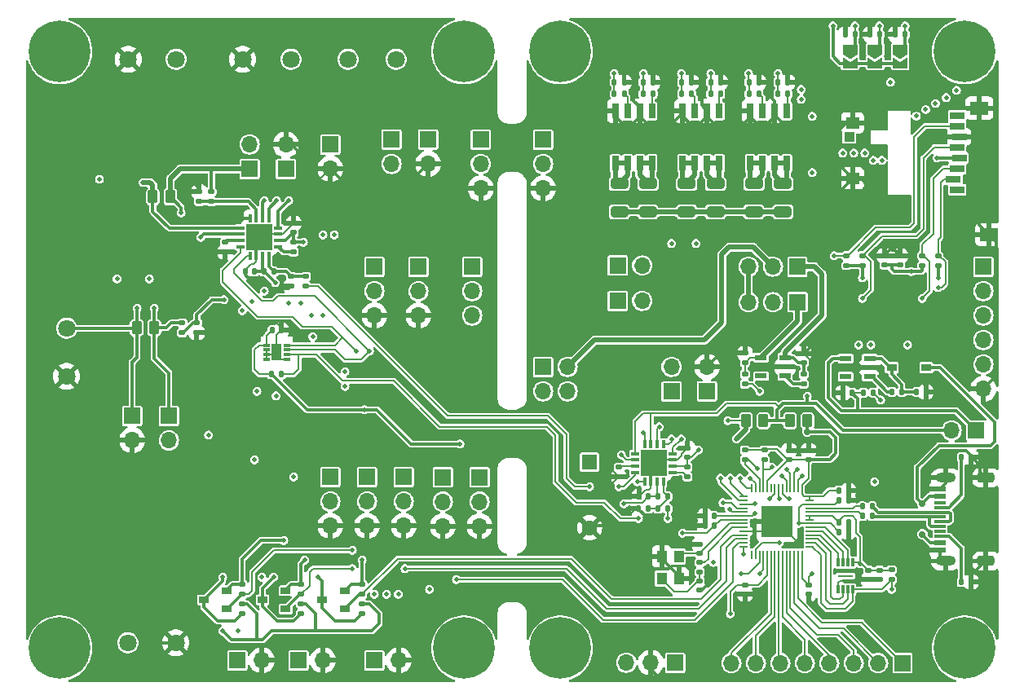
<source format=gbl>
%TF.GenerationSoftware,KiCad,Pcbnew,7.0.10*%
%TF.CreationDate,2024-05-16T19:43:23+02:00*%
%TF.ProjectId,SolarEnergyManager_v1.0,536f6c61-7245-46e6-9572-67794d616e61,rev?*%
%TF.SameCoordinates,Original*%
%TF.FileFunction,Copper,L4,Bot*%
%TF.FilePolarity,Positive*%
%FSLAX46Y46*%
G04 Gerber Fmt 4.6, Leading zero omitted, Abs format (unit mm)*
G04 Created by KiCad (PCBNEW 7.0.10) date 2024-05-16 19:43:23*
%MOMM*%
%LPD*%
G01*
G04 APERTURE LIST*
G04 Aperture macros list*
%AMRoundRect*
0 Rectangle with rounded corners*
0 $1 Rounding radius*
0 $2 $3 $4 $5 $6 $7 $8 $9 X,Y pos of 4 corners*
0 Add a 4 corners polygon primitive as box body*
4,1,4,$2,$3,$4,$5,$6,$7,$8,$9,$2,$3,0*
0 Add four circle primitives for the rounded corners*
1,1,$1+$1,$2,$3*
1,1,$1+$1,$4,$5*
1,1,$1+$1,$6,$7*
1,1,$1+$1,$8,$9*
0 Add four rect primitives between the rounded corners*
20,1,$1+$1,$2,$3,$4,$5,0*
20,1,$1+$1,$4,$5,$6,$7,0*
20,1,$1+$1,$6,$7,$8,$9,0*
20,1,$1+$1,$8,$9,$2,$3,0*%
%AMFreePoly0*
4,1,6,1.000000,0.000000,0.500000,-0.750000,-0.500000,-0.750000,-0.500000,0.750000,0.500000,0.750000,1.000000,0.000000,1.000000,0.000000,$1*%
%AMFreePoly1*
4,1,6,0.500000,-0.750000,-0.650000,-0.750000,-0.150000,0.000000,-0.650000,0.750000,0.500000,0.750000,0.500000,-0.750000,0.500000,-0.750000,$1*%
G04 Aperture macros list end*
%TA.AperFunction,ComponentPad*%
%ADD10C,6.400000*%
%TD*%
%TA.AperFunction,ComponentPad*%
%ADD11R,1.700000X1.700000*%
%TD*%
%TA.AperFunction,ComponentPad*%
%ADD12O,1.700000X1.700000*%
%TD*%
%TA.AperFunction,ComponentPad*%
%ADD13R,1.600000X1.600000*%
%TD*%
%TA.AperFunction,ComponentPad*%
%ADD14C,1.600000*%
%TD*%
%TA.AperFunction,ComponentPad*%
%ADD15C,1.803400*%
%TD*%
%TA.AperFunction,SMDPad,CuDef*%
%ADD16RoundRect,0.135000X-0.185000X0.135000X-0.185000X-0.135000X0.185000X-0.135000X0.185000X0.135000X0*%
%TD*%
%TA.AperFunction,SMDPad,CuDef*%
%ADD17R,0.700000X1.525000*%
%TD*%
%TA.AperFunction,SMDPad,CuDef*%
%ADD18RoundRect,0.135000X0.185000X-0.135000X0.185000X0.135000X-0.185000X0.135000X-0.185000X-0.135000X0*%
%TD*%
%TA.AperFunction,SMDPad,CuDef*%
%ADD19R,0.300000X0.900000*%
%TD*%
%TA.AperFunction,SMDPad,CuDef*%
%ADD20R,1.650000X0.250000*%
%TD*%
%TA.AperFunction,SMDPad,CuDef*%
%ADD21RoundRect,0.135000X0.135000X0.185000X-0.135000X0.185000X-0.135000X-0.185000X0.135000X-0.185000X0*%
%TD*%
%TA.AperFunction,SMDPad,CuDef*%
%ADD22RoundRect,0.250000X-0.262500X-0.450000X0.262500X-0.450000X0.262500X0.450000X-0.262500X0.450000X0*%
%TD*%
%TA.AperFunction,SMDPad,CuDef*%
%ADD23RoundRect,0.140000X0.170000X-0.140000X0.170000X0.140000X-0.170000X0.140000X-0.170000X-0.140000X0*%
%TD*%
%TA.AperFunction,SMDPad,CuDef*%
%ADD24RoundRect,0.140000X-0.140000X-0.170000X0.140000X-0.170000X0.140000X0.170000X-0.140000X0.170000X0*%
%TD*%
%TA.AperFunction,SMDPad,CuDef*%
%ADD25R,0.350000X0.850000*%
%TD*%
%TA.AperFunction,SMDPad,CuDef*%
%ADD26R,0.850000X0.350000*%
%TD*%
%TA.AperFunction,SMDPad,CuDef*%
%ADD27R,2.700000X2.700000*%
%TD*%
%TA.AperFunction,SMDPad,CuDef*%
%ADD28RoundRect,0.135000X-0.135000X-0.185000X0.135000X-0.185000X0.135000X0.185000X-0.135000X0.185000X0*%
%TD*%
%TA.AperFunction,SMDPad,CuDef*%
%ADD29RoundRect,0.050000X0.050000X-0.387500X0.050000X0.387500X-0.050000X0.387500X-0.050000X-0.387500X0*%
%TD*%
%TA.AperFunction,SMDPad,CuDef*%
%ADD30RoundRect,0.050000X0.387500X-0.050000X0.387500X0.050000X-0.387500X0.050000X-0.387500X-0.050000X0*%
%TD*%
%TA.AperFunction,SMDPad,CuDef*%
%ADD31R,3.200000X3.200000*%
%TD*%
%TA.AperFunction,SMDPad,CuDef*%
%ADD32RoundRect,0.140000X-0.170000X0.140000X-0.170000X-0.140000X0.170000X-0.140000X0.170000X0.140000X0*%
%TD*%
%TA.AperFunction,SMDPad,CuDef*%
%ADD33RoundRect,0.250000X0.650000X-0.325000X0.650000X0.325000X-0.650000X0.325000X-0.650000X-0.325000X0*%
%TD*%
%TA.AperFunction,SMDPad,CuDef*%
%ADD34RoundRect,0.140000X0.140000X0.170000X-0.140000X0.170000X-0.140000X-0.170000X0.140000X-0.170000X0*%
%TD*%
%TA.AperFunction,SMDPad,CuDef*%
%ADD35R,1.000000X0.700000*%
%TD*%
%TA.AperFunction,SMDPad,CuDef*%
%ADD36R,1.150000X0.600000*%
%TD*%
%TA.AperFunction,SMDPad,CuDef*%
%ADD37R,1.150000X0.300000*%
%TD*%
%TA.AperFunction,ComponentPad*%
%ADD38O,2.100000X1.000000*%
%TD*%
%TA.AperFunction,ComponentPad*%
%ADD39RoundRect,0.250000X-0.650000X0.250000X-0.650000X-0.250000X0.650000X-0.250000X0.650000X0.250000X0*%
%TD*%
%TA.AperFunction,SMDPad,CuDef*%
%ADD40R,1.050000X0.750000*%
%TD*%
%TA.AperFunction,SMDPad,CuDef*%
%ADD41R,1.050000X1.300000*%
%TD*%
%TA.AperFunction,SMDPad,CuDef*%
%ADD42RoundRect,0.250000X0.262500X0.450000X-0.262500X0.450000X-0.262500X-0.450000X0.262500X-0.450000X0*%
%TD*%
%TA.AperFunction,SMDPad,CuDef*%
%ADD43FreePoly0,270.000000*%
%TD*%
%TA.AperFunction,SMDPad,CuDef*%
%ADD44FreePoly1,270.000000*%
%TD*%
%TA.AperFunction,SMDPad,CuDef*%
%ADD45R,1.200000X0.600000*%
%TD*%
%TA.AperFunction,SMDPad,CuDef*%
%ADD46R,1.900000X1.400000*%
%TD*%
%TA.AperFunction,SMDPad,CuDef*%
%ADD47R,1.400000X1.200000*%
%TD*%
%TA.AperFunction,SMDPad,CuDef*%
%ADD48R,1.400000X1.300000*%
%TD*%
%TA.AperFunction,SMDPad,CuDef*%
%ADD49R,1.500000X0.800000*%
%TD*%
%TA.AperFunction,SMDPad,CuDef*%
%ADD50R,1.040000X1.000000*%
%TD*%
%TA.AperFunction,SMDPad,CuDef*%
%ADD51R,0.700000X0.300000*%
%TD*%
%TA.AperFunction,SMDPad,CuDef*%
%ADD52R,1.000000X1.700000*%
%TD*%
%TA.AperFunction,ViaPad*%
%ADD53C,0.500000*%
%TD*%
%TA.AperFunction,ViaPad*%
%ADD54C,0.700000*%
%TD*%
%TA.AperFunction,Conductor*%
%ADD55C,0.300000*%
%TD*%
%TA.AperFunction,Conductor*%
%ADD56C,0.200000*%
%TD*%
%TA.AperFunction,Conductor*%
%ADD57C,0.500000*%
%TD*%
G04 APERTURE END LIST*
D10*
%TO.P,Ha1,1,1*%
%TO.N,unconnected-(Ha1-Pad1)*%
X91000000Y-80000000D03*
%TD*%
D11*
%TO.P,P_CFG1,1,Pin_1*%
%TO.N,/AEM10941/BUCK*%
X122936000Y-124221000D03*
D12*
%TO.P,P_CFG1,2,Pin_2*%
%TO.N,/AEM10941/CFG1*%
X122936000Y-126761000D03*
%TO.P,P_CFG1,3,Pin_3*%
%TO.N,GND*%
X122936000Y-129301000D03*
%TD*%
D11*
%TO.P,J_RST2,1,Pin_1*%
%TO.N,Net-(J_RST2-Pin_1)*%
X115824000Y-143256000D03*
D12*
%TO.P,J_RST2,2,Pin_2*%
%TO.N,GND*%
X118364000Y-143256000D03*
%TD*%
D11*
%TO.P,P_ENHV1,1,Pin_1*%
%TO.N,/AEM10941/BUCK*%
X128270000Y-102377000D03*
D12*
%TO.P,P_ENHV1,2,Pin_2*%
%TO.N,/AEM10941/ENHV*%
X128270000Y-104917000D03*
%TO.P,P_ENHV1,3,Pin_3*%
%TO.N,GND*%
X128270000Y-107457000D03*
%TD*%
D11*
%TO.P,J_RST1,1,Pin_1*%
%TO.N,Net-(J_RST1-Pin_1)*%
X109474000Y-143256000D03*
D12*
%TO.P,J_RST1,2,Pin_2*%
%TO.N,GND*%
X112014000Y-143256000D03*
%TD*%
D11*
%TO.P,J201,1,Pin_1*%
%TO.N,/RP2040/SWCLK*%
X154940000Y-143510000D03*
D12*
%TO.P,J201,2,Pin_2*%
%TO.N,GND*%
X152400000Y-143510000D03*
%TO.P,J201,3,Pin_3*%
%TO.N,/RP2040/SWDIO*%
X149860000Y-143510000D03*
%TD*%
D11*
%TO.P,SC_T_1,1,Pin_1*%
%TO.N,/AEM_OUT*%
X141224000Y-112776000D03*
D12*
%TO.P,SC_T_1,2,Pin_2*%
%TO.N,/V_Loads*%
X143764000Y-112776000D03*
%TO.P,SC_T_1,3,Pin_3*%
%TO.N,Net-(SC_T_1-Pin_3)*%
X141224000Y-115316000D03*
%TO.P,SC_T_1,4,Pin_4*%
X143764000Y-115316000D03*
%TD*%
D11*
%TO.P,PrbV3,1,Pin_1*%
%TO.N,/s_1B_N*%
X158242000Y-115311000D03*
D12*
%TO.P,PrbV3,2,Pin_2*%
%TO.N,GND*%
X158242000Y-112771000D03*
%TD*%
D11*
%TO.P,PrbA3,1,Pin_1*%
%TO.N,/s_1B_N*%
X154559000Y-115316000D03*
D12*
%TO.P,PrbA3,2,Pin_2*%
%TO.N,/LoadCircuit/IN*%
X154559000Y-112776000D03*
%TD*%
D10*
%TO.P,H3,1,1*%
%TO.N,unconnected-(H3-Pad1)*%
X185000000Y-142000000D03*
%TD*%
D11*
%TO.P,PrbV2,1,Pin_1*%
%TO.N,/s_3A_N*%
X114503200Y-92202000D03*
D12*
%TO.P,PrbV2,2,Pin_2*%
%TO.N,GND*%
X114503200Y-89662000D03*
%TD*%
D11*
%TO.P,P_CFG0,1,Pin_1*%
%TO.N,/AEM10941/BUCK*%
X126746000Y-124221000D03*
D12*
%TO.P,P_CFG0,2,Pin_2*%
%TO.N,/AEM10941/CFG0*%
X126746000Y-126761000D03*
%TO.P,P_CFG0,3,Pin_3*%
%TO.N,GND*%
X126746000Y-129301000D03*
%TD*%
D13*
%TO.P,SC1,1*%
%TO.N,Net-(SC_T_1-Pin_3)*%
X146045000Y-122682000D03*
D14*
%TO.P,SC1,2*%
%TO.N,GND*%
X146045000Y-129482000D03*
%TD*%
D11*
%TO.P,P_ENLV1,1,Pin_1*%
%TO.N,/AEM10941/BUCK*%
X123698000Y-102362000D03*
D12*
%TO.P,P_ENLV1,2,Pin_2*%
%TO.N,/AEM10941/ENLV*%
X123698000Y-104902000D03*
%TO.P,P_ENLV1,3,Pin_3*%
%TO.N,GND*%
X123698000Y-107442000D03*
%TD*%
D11*
%TO.P,PrbA2,1,Pin_1*%
%TO.N,/s_3A_N*%
X110744000Y-92202000D03*
D12*
%TO.P,PrbA2,2,Pin_2*%
%TO.N,/AEM10941/BATT_POS*%
X110744000Y-89662000D03*
%TD*%
D11*
%TO.P,USB_SRC1,1,Pin_1*%
%TO.N,Net-(IC501-VOUT)*%
X186182000Y-119380000D03*
D12*
%TO.P,USB_SRC1,2,Pin_2*%
%TO.N,/3v3_Vreg*%
X183642000Y-119380000D03*
%TD*%
D10*
%TO.P,Ha2,1,1*%
%TO.N,unconnected-(Ha2-Pad1)*%
X133000000Y-80000000D03*
%TD*%
D11*
%TO.P,VRegT2,1,Pin_1*%
%TO.N,Net-(IC502-VOUT)*%
X167640000Y-106045000D03*
D12*
%TO.P,VRegT2,2,Pin_2*%
%TO.N,/3v3_Vreg*%
X165100000Y-106045000D03*
%TO.P,VRegT2,3,Pin_3*%
%TO.N,Net-(VRegT1-Pin_3)*%
X162560000Y-106045000D03*
%TD*%
D11*
%TO.P,P30,1,Pin_1*%
%TO.N,/AEM10941/BAL*%
X119126000Y-89662000D03*
D12*
%TO.P,P30,2,Pin_2*%
%TO.N,GND*%
X119126000Y-92202000D03*
%TD*%
D11*
%TO.P,PrbA1,1,Pin_1*%
%TO.N,/s_1A_N*%
X102362000Y-117861000D03*
D12*
%TO.P,PrbA1,2,Pin_2*%
%TO.N,/AEM10941/SRC*%
X102362000Y-120401000D03*
%TD*%
D15*
%TO.P,J_SRC1,1,1*%
%TO.N,/s_1A_P*%
X91737299Y-108752000D03*
%TO.P,J_SRC1,2,2*%
%TO.N,GND*%
X91737299Y-113752000D03*
%TD*%
%TO.P,J_SC1,1,1*%
%TO.N,/AEM10941/BATT_POS*%
X125944000Y-80815299D03*
%TO.P,J_SC1,2,2*%
%TO.N,/AEM10941/BAL*%
X120944000Y-80815299D03*
%TD*%
D11*
%TO.P,P_CFG2,1,Pin_1*%
%TO.N,/AEM10941/BUCK*%
X119126000Y-124221000D03*
D12*
%TO.P,P_CFG2,2,Pin_2*%
%TO.N,/AEM10941/CFG2*%
X119126000Y-126761000D03*
%TO.P,P_CFG2,3,Pin_3*%
%TO.N,GND*%
X119126000Y-129301000D03*
%TD*%
D11*
%TO.P,PrbV1,1,Pin_1*%
%TO.N,/s_1A_P*%
X98552000Y-117856000D03*
D12*
%TO.P,PrbV1,2,Pin_2*%
%TO.N,GND*%
X98552000Y-120396000D03*
%TD*%
D11*
%TO.P,J203,1,Pin_1*%
%TO.N,/RP2040/MCU_GPIO0*%
X178547000Y-143535000D03*
D12*
%TO.P,J203,2,Pin_2*%
%TO.N,/RP2040/MCU_GPIO1*%
X176007000Y-143535000D03*
%TO.P,J203,3,Pin_3*%
%TO.N,/RP2040/MCU_GPIO2*%
X173467000Y-143535000D03*
%TO.P,J203,4,Pin_4*%
%TO.N,/RP2040/MCU_GPIO3*%
X170927000Y-143535000D03*
%TO.P,J203,5,Pin_5*%
%TO.N,/RP2040/MCU_GPIO4*%
X168387000Y-143535000D03*
%TO.P,J203,6,Pin_6*%
%TO.N,/RP2040/MCU_GPIO5*%
X165847000Y-143535000D03*
%TO.P,J203,7,Pin_7*%
%TO.N,/RP2040/MCU_GPIO6*%
X163307000Y-143535000D03*
%TO.P,J203,8,Pin_8*%
%TO.N,/RP2040/MCU_GPIO7*%
X160767000Y-143535000D03*
%TD*%
D10*
%TO.P,H1,1,1*%
%TO.N,unconnected-(H1-Pad1)*%
X143000000Y-80000000D03*
%TD*%
D11*
%TO.P,VRegT1,1,Pin_1*%
%TO.N,Net-(IC502-VIN)*%
X167625000Y-102362000D03*
D12*
%TO.P,VRegT1,2,Pin_2*%
%TO.N,/V_Loads*%
X165085000Y-102362000D03*
%TO.P,VRegT1,3,Pin_3*%
%TO.N,Net-(VRegT1-Pin_3)*%
X162545000Y-102362000D03*
%TD*%
D10*
%TO.P,Ha3,1,1*%
%TO.N,unconnected-(Ha3-Pad1)*%
X133000000Y-142000000D03*
%TD*%
D11*
%TO.P,J202,1,Pin_1*%
%TO.N,/RP2040/MCU_ADC0*%
X186944000Y-102362000D03*
D12*
%TO.P,J202,2,Pin_2*%
%TO.N,/RP2040/MCU_ADC1*%
X186944000Y-104902000D03*
%TO.P,J202,3,Pin_3*%
%TO.N,/GPIO28{slash}ADC2*%
X186944000Y-107442000D03*
%TO.P,J202,4,Pin_4*%
%TO.N,/GPIO29{slash}ADC3*%
X186944000Y-109982000D03*
%TO.P,J202,5,Pin_5*%
%TO.N,/3v3_Vreg*%
X186944000Y-112522000D03*
%TO.P,J202,6,Pin_6*%
%TO.N,GND*%
X186944000Y-115062000D03*
%TD*%
D11*
%TO.P,C_Load1,1,Pin_1*%
%TO.N,/LoadCircuit/IN*%
X148971000Y-105918000D03*
D12*
%TO.P,C_Load1,2,Pin_2*%
%TO.N,/LoadCircuit/ParallelC_In*%
X151511000Y-105918000D03*
%TD*%
D11*
%TO.P,J_AEM_OUT1,1,Pin_1*%
%TO.N,/AEM_OUT*%
X134747000Y-89154000D03*
D12*
%TO.P,J_AEM_OUT1,2,Pin_2*%
X134747000Y-91694000D03*
%TO.P,J_AEM_OUT1,3,Pin_3*%
%TO.N,GND*%
X134747000Y-94234000D03*
%TD*%
D11*
%TO.P,LDO1,1,Pin_1*%
%TO.N,/AEM10941/HVOUT*%
X133858000Y-102362000D03*
D12*
%TO.P,LDO1,2,Pin_2*%
%TO.N,Net-(LDO1-Pin_2)*%
X133858000Y-104902000D03*
%TO.P,LDO1,3,Pin_3*%
%TO.N,/AEM10941/LVOUT*%
X133858000Y-107442000D03*
%TD*%
D11*
%TO.P,J_AEM_OUT2,1,Pin_1*%
%TO.N,/AEM_OUT*%
X141224000Y-89154000D03*
D12*
%TO.P,J_AEM_OUT2,2,Pin_2*%
X141224000Y-91694000D03*
%TO.P,J_AEM_OUT2,3,Pin_3*%
%TO.N,GND*%
X141224000Y-94234000D03*
%TD*%
D11*
%TO.P,P_SELMPP1,1,Pin_1*%
%TO.N,/AEM10941/BUCK*%
X130810000Y-124236000D03*
D12*
%TO.P,P_SELMPP1,2,Pin_2*%
%TO.N,/AEM10941/SELMPP1*%
X130810000Y-126776000D03*
%TO.P,P_SELMPP1,3,Pin_3*%
%TO.N,GND*%
X130810000Y-129316000D03*
%TD*%
D11*
%TO.P,P_SELMPP0,1,Pin_1*%
%TO.N,/AEM10941/BUCK*%
X134620000Y-124236000D03*
D12*
%TO.P,P_SELMPP0,2,Pin_2*%
%TO.N,/AEM10941/SELMPP0*%
X134620000Y-126776000D03*
%TO.P,P_SELMPP0,3,Pin_3*%
%TO.N,GND*%
X134620000Y-129316000D03*
%TD*%
D11*
%TO.P,PrbA_AEM1,1,Pin_1*%
%TO.N,Net-(LDO1-Pin_2)*%
X125476000Y-89149000D03*
D12*
%TO.P,PrbA_AEM1,2,Pin_2*%
%TO.N,/AEM_OUT*%
X125476000Y-91689000D03*
%TD*%
D15*
%TO.P,J_PRIM2,1,1*%
%TO.N,/AEM10941/PRIM*%
X98084000Y-141434701D03*
%TO.P,J_PRIM2,2,2*%
%TO.N,GND*%
X103084000Y-141434701D03*
%TD*%
D11*
%TO.P,PrbV_AEM1,1,Pin_1*%
%TO.N,/AEM_OUT*%
X129286000Y-89149000D03*
D12*
%TO.P,PrbV_AEM1,2,Pin_2*%
%TO.N,GND*%
X129286000Y-91689000D03*
%TD*%
D11*
%TO.P,R_Load1,1,Pin_1*%
%TO.N,/LoadCircuit/IN*%
X148971000Y-102235000D03*
D12*
%TO.P,R_Load1,2,Pin_2*%
%TO.N,/LoadCircuit/SeriesR_In*%
X151511000Y-102235000D03*
%TD*%
D11*
%TO.P,P26,1,Pin_1*%
%TO.N,/AEM10941/FB_PRIM_D*%
X123698000Y-143256000D03*
D12*
%TO.P,P26,2,Pin_2*%
%TO.N,GND*%
X126238000Y-143256000D03*
%TD*%
D15*
%TO.P,J_SC2,1,1*%
%TO.N,/AEM10941/BAL*%
X115022000Y-80815299D03*
%TO.P,J_SC2,2,2*%
%TO.N,GND*%
X110022000Y-80815299D03*
%TD*%
D10*
%TO.P,H4,1,1*%
%TO.N,unconnected-(H4-Pad1)*%
X143000000Y-142000000D03*
%TD*%
D15*
%TO.P,J_BATT2,1,1*%
%TO.N,/AEM10941/BATT_POS*%
X103124000Y-80815299D03*
%TO.P,J_BATT2,2,2*%
%TO.N,GND*%
X98124000Y-80815299D03*
%TD*%
D10*
%TO.P,H2,1,1*%
%TO.N,unconnected-(H2-Pad1)*%
X185000000Y-80000000D03*
%TD*%
%TO.P,Ha4,1,1*%
%TO.N,unconnected-(Ha4-Pad1)*%
X91000000Y-142000000D03*
%TD*%
D16*
%TO.P,RVd2,1*%
%TO.N,/s_3A_N*%
X106781600Y-94587600D03*
%TO.P,RVd2,2*%
%TO.N,/s_4A_P*%
X106781600Y-95607600D03*
%TD*%
D17*
%TO.P,Q602,1,S1*%
%TO.N,GND*%
X155717000Y-86188000D03*
%TO.P,Q602,2,G1*%
%TO.N,/LoadCircuit/GatePar3*%
X156987000Y-86188000D03*
%TO.P,Q602,3,S2*%
%TO.N,GND*%
X158257000Y-86188000D03*
%TO.P,Q602,4,G2*%
%TO.N,/LoadCircuit/GatePar2*%
X159527000Y-86188000D03*
%TO.P,Q602,5,D2_1*%
%TO.N,Net-(Q602-D2_1)*%
X159527000Y-91612000D03*
%TO.P,Q602,6,D2_2*%
X158257000Y-91612000D03*
%TO.P,Q602,7,D1_1*%
%TO.N,Net-(Q602-D1_1)*%
X156987000Y-91612000D03*
%TO.P,Q602,8,D1_2*%
X155717000Y-91612000D03*
%TD*%
D18*
%TO.P,RsV2,1*%
%TO.N,/s_4A_P*%
X105511600Y-95607600D03*
%TO.P,RsV2,2*%
%TO.N,GND*%
X105511600Y-94587600D03*
%TD*%
D19*
%TO.P,IC202,1,~{CS}*%
%TO.N,/RP2040/MCU_QSPI_SS*%
X173355000Y-135893000D03*
%TO.P,IC202,2,DO(IO1)*%
%TO.N,/RP2040/MCU_QSPI_SD1*%
X172855000Y-135893000D03*
%TO.P,IC202,3,IO2*%
%TO.N,/RP2040/MCU_QSPI_SD2*%
X172355000Y-135893000D03*
%TO.P,IC202,4,GND*%
%TO.N,GND*%
X171855000Y-135893000D03*
%TO.P,IC202,5,DI(IO0)*%
%TO.N,/RP2040/MCU_QSPI_SD0*%
X171855000Y-133093000D03*
%TO.P,IC202,6,CLK*%
%TO.N,/RP2040/MCU_QSPI_SCLK*%
X172355000Y-133093000D03*
%TO.P,IC202,7,IO3*%
%TO.N,/RP2040/MCU_QSPI_SD3*%
X172855000Y-133093000D03*
%TO.P,IC202,8,VCC*%
%TO.N,/3v3_MCU*%
X173355000Y-133093000D03*
D20*
%TO.P,IC202,9,EP*%
%TO.N,unconnected-(IC202-EP-Pad9)*%
X172605000Y-134493000D03*
%TD*%
D21*
%TO.P,R405,1*%
%TO.N,/Secondary_ICs/MCP_A2*%
X178812000Y-78232000D03*
%TO.P,R405,2*%
%TO.N,GND*%
X177792000Y-78232000D03*
%TD*%
D22*
%TO.P,RsA2,1*%
%TO.N,/s_3A_P*%
X100689400Y-95097600D03*
%TO.P,RsA2,2*%
%TO.N,/s_3A_N*%
X102514400Y-95097600D03*
%TD*%
D23*
%TO.P,C207,1*%
%TO.N,/3v3_MCU*%
X168783000Y-122400000D03*
%TO.P,C207,2*%
%TO.N,GND*%
X168783000Y-121440000D03*
%TD*%
D21*
%TO.P,R612,1*%
%TO.N,GND*%
X149632000Y-83200000D03*
%TO.P,R612,2*%
%TO.N,/GPA5*%
X148612000Y-83200000D03*
%TD*%
D24*
%TO.P,C212,1*%
%TO.N,/RP2040/MCU_1V1*%
X171958000Y-129921000D03*
%TO.P,C212,2*%
%TO.N,GND*%
X172918000Y-129921000D03*
%TD*%
D21*
%TO.P,R611,1*%
%TO.N,GND*%
X152632000Y-83200000D03*
%TO.P,R611,2*%
%TO.N,/GPA4*%
X151612000Y-83200000D03*
%TD*%
D25*
%TO.P,IC301,1,SLOW/~{ALERT}*%
%TO.N,Net-(IC301-SLOW{slash}~{ALERT})*%
X112735000Y-101264000D03*
%TO.P,IC301,2,VDD*%
%TO.N,/3v3_Sec*%
X112085000Y-101264000D03*
%TO.P,IC301,3,GND_1*%
%TO.N,GND*%
X111435000Y-101264000D03*
%TO.P,IC301,4,SM_CLK*%
%TO.N,/GPIO21{slash}I2C0_SCL*%
X110785000Y-101264000D03*
D26*
%TO.P,IC301,5,SM_DATA*%
%TO.N,/GPIO20{slash}I2C0_SDA*%
X109810000Y-100289000D03*
%TO.P,IC301,6,ADDRSEL*%
%TO.N,/PAC1934/ADDRSEL_A*%
X109810000Y-99639000D03*
%TO.P,IC301,7,SENSE3-*%
%TO.N,/s_3A_N*%
X109810000Y-98989000D03*
%TO.P,IC301,8,SENSE3+*%
%TO.N,/s_3A_P*%
X109810000Y-98339000D03*
D25*
%TO.P,IC301,9,SENSE4-*%
%TO.N,GND*%
X110785000Y-97364000D03*
%TO.P,IC301,10,SENSE4+*%
%TO.N,/s_4A_P*%
X111435000Y-97364000D03*
%TO.P,IC301,11,SENSE1+*%
%TO.N,/s_1A_P*%
X112085000Y-97364000D03*
%TO.P,IC301,12,SENSE1-*%
%TO.N,/s_1A_N*%
X112735000Y-97364000D03*
D26*
%TO.P,IC301,13,SENSE2+*%
%TO.N,/s_2A_P*%
X113710000Y-98339000D03*
%TO.P,IC301,14,SENSE2-*%
%TO.N,GND*%
X113710000Y-98989000D03*
%TO.P,IC301,15,VDD_I/O*%
%TO.N,/3v3_Sec*%
X113710000Y-99639000D03*
%TO.P,IC301,16,~{PWRDN}*%
%TO.N,Net-(IC301-~{PWRDN})*%
X113710000Y-100289000D03*
D27*
%TO.P,IC301,17,GND_2*%
%TO.N,GND*%
X111760000Y-99314000D03*
%TD*%
D16*
%TO.P,R1L2,1*%
%TO.N,/AEM10941/BATT_POS*%
X109982000Y-137414000D03*
%TO.P,R1L2,2*%
%TO.N,/AEM10941/STATUS0*%
X109982000Y-138434000D03*
%TD*%
%TO.P,RsV1,1*%
%TO.N,/s_2A_P*%
X105259500Y-108202000D03*
%TO.P,RsV1,2*%
%TO.N,GND*%
X105259500Y-109222000D03*
%TD*%
D28*
%TO.P,R308,1*%
%TO.N,Net-(IC302-SLOW{slash}~{ALERT})*%
X153160000Y-127508000D03*
%TO.P,R308,2*%
%TO.N,/GPIO28{slash}ADC2*%
X154180000Y-127508000D03*
%TD*%
D24*
%TO.P,C210,1*%
%TO.N,/RP2040/MCU_1V1*%
X171958000Y-126619000D03*
%TO.P,C210,2*%
%TO.N,GND*%
X172918000Y-126619000D03*
%TD*%
D18*
%TO.P,R305,1*%
%TO.N,Net-(IC302-~{PWRDN})*%
X156210000Y-124208000D03*
%TO.P,R305,2*%
%TO.N,/3v3_Sec*%
X156210000Y-123188000D03*
%TD*%
D28*
%TO.P,R202,1*%
%TO.N,/MCU_USB_D-*%
X174369000Y-127254000D03*
%TO.P,R202,2*%
%TO.N,/USB_D-*%
X175389000Y-127254000D03*
%TD*%
D16*
%TO.P,R1L3,1*%
%TO.N,/3v3_MCU*%
X116078000Y-135380000D03*
%TO.P,R1L3,2*%
%TO.N,/AEM_S1*%
X116078000Y-136400000D03*
%TD*%
D21*
%TO.P,R404,1*%
%TO.N,/Secondary_ICs/MCP_A1*%
X176210678Y-78232000D03*
%TO.P,R404,2*%
%TO.N,GND*%
X175190678Y-78232000D03*
%TD*%
D24*
%TO.P,C208,1*%
%TO.N,/3v3_MCU*%
X171958000Y-128905000D03*
%TO.P,C208,2*%
%TO.N,GND*%
X172918000Y-128905000D03*
%TD*%
D21*
%TO.P,R306,1*%
%TO.N,Net-(IC302-SLOW{slash}~{ALERT})*%
X154180000Y-126238000D03*
%TO.P,R306,2*%
%TO.N,/3v3_Sec*%
X153160000Y-126238000D03*
%TD*%
D29*
%TO.P,IC201,1,IOVDD*%
%TO.N,/3v3_MCU*%
X168089500Y-132282500D03*
%TO.P,IC201,2,GPIO0*%
%TO.N,/RP2040/MCU_GPIO0*%
X167689500Y-132282500D03*
%TO.P,IC201,3,GPIO1*%
%TO.N,/RP2040/MCU_GPIO1*%
X167289500Y-132282500D03*
%TO.P,IC201,4,GPIO2*%
%TO.N,/RP2040/MCU_GPIO2*%
X166889500Y-132282500D03*
%TO.P,IC201,5,GPIO3*%
%TO.N,/RP2040/MCU_GPIO3*%
X166489500Y-132282500D03*
%TO.P,IC201,6,GPIO4*%
%TO.N,/RP2040/MCU_GPIO4*%
X166089500Y-132282500D03*
%TO.P,IC201,7,GPIO5*%
%TO.N,/RP2040/MCU_GPIO5*%
X165689500Y-132282500D03*
%TO.P,IC201,8,GPIO6*%
%TO.N,/RP2040/MCU_GPIO6*%
X165289500Y-132282500D03*
%TO.P,IC201,9,GPIO7*%
%TO.N,/RP2040/MCU_GPIO7*%
X164889500Y-132282500D03*
%TO.P,IC201,10,IOVDD*%
%TO.N,/3v3_MCU*%
X164489500Y-132282500D03*
%TO.P,IC201,11,GPIO8*%
%TO.N,/RP2040/MCU_GPIO8*%
X164089500Y-132282500D03*
%TO.P,IC201,12,GPIO9*%
%TO.N,/RP2040/MCU_GPIO9*%
X163689500Y-132282500D03*
%TO.P,IC201,13,GPIO10*%
%TO.N,/RP2040/MCU_GPIO10*%
X163289500Y-132282500D03*
%TO.P,IC201,14,GPIO11*%
%TO.N,/RP2040/MCU_GPIO11*%
X162889500Y-132282500D03*
D30*
%TO.P,IC201,15,GPIO12*%
%TO.N,/TMP_ALERT*%
X162052000Y-131445000D03*
%TO.P,IC201,16,GPIO13*%
%TO.N,/AEM_S0*%
X162052000Y-131045000D03*
%TO.P,IC201,17,GPIO14*%
%TO.N,/AEM_S1*%
X162052000Y-130645000D03*
%TO.P,IC201,18,GPIO15*%
%TO.N,/AEM_S2*%
X162052000Y-130245000D03*
%TO.P,IC201,19,TESTEN*%
%TO.N,GND*%
X162052000Y-129845000D03*
%TO.P,IC201,20,XIN*%
%TO.N,Net-(IC201-XIN)*%
X162052000Y-129445000D03*
%TO.P,IC201,21,XOUT*%
%TO.N,Net-(IC201-XOUT)*%
X162052000Y-129045000D03*
%TO.P,IC201,22,IOVDD*%
%TO.N,/3v3_MCU*%
X162052000Y-128645000D03*
%TO.P,IC201,23,DVDD*%
%TO.N,/RP2040/MCU_1V1*%
X162052000Y-128245000D03*
%TO.P,IC201,24,SWCLK*%
%TO.N,/RP2040/SWCLK*%
X162052000Y-127845000D03*
%TO.P,IC201,25,SWD*%
%TO.N,/RP2040/SWDIO*%
X162052000Y-127445000D03*
%TO.P,IC201,26,RUN*%
%TO.N,/RP2040/MCU_RUN*%
X162052000Y-127045000D03*
%TO.P,IC201,27,GPIO16*%
%TO.N,/GPIO16{slash}SPI0_RX*%
X162052000Y-126645000D03*
%TO.P,IC201,28,GPIO17*%
%TO.N,/GPIO17{slash}SPI0_CS*%
X162052000Y-126245000D03*
D29*
%TO.P,IC201,29,GPIO18*%
%TO.N,/GPIO18{slash}SPI0_SCK*%
X162889500Y-125407500D03*
%TO.P,IC201,30,GPIO19*%
%TO.N,/GPIO19{slash}SPI0_TX*%
X163289500Y-125407500D03*
%TO.P,IC201,31,GPIO20*%
%TO.N,/GPIO20{slash}I2C0_SDA*%
X163689500Y-125407500D03*
%TO.P,IC201,32,GPIO21*%
%TO.N,/GPIO21{slash}I2C0_SCL*%
X164089500Y-125407500D03*
%TO.P,IC201,33,IOVDD*%
%TO.N,/3v3_MCU*%
X164489500Y-125407500D03*
%TO.P,IC201,34,GPIO22*%
%TO.N,/RP2040/MCU_GPIO22*%
X164889500Y-125407500D03*
%TO.P,IC201,35,GPIO23*%
%TO.N,/RP2040/MCU_GPIO23*%
X165289500Y-125407500D03*
%TO.P,IC201,36,GPIO24*%
%TO.N,/RP2040/MCU_GPIO24*%
X165689500Y-125407500D03*
%TO.P,IC201,37,GPIO25*%
%TO.N,/RP2040/MCU_GPIO25*%
X166089500Y-125407500D03*
%TO.P,IC201,38,GPIO26_ADC0*%
%TO.N,/RP2040/MCU_ADC0*%
X166489500Y-125407500D03*
%TO.P,IC201,39,GPIO27_ADC1*%
%TO.N,/RP2040/MCU_ADC1*%
X166889500Y-125407500D03*
%TO.P,IC201,40,GPIO28_ADC2*%
%TO.N,/GPIO28{slash}ADC2*%
X167289500Y-125407500D03*
%TO.P,IC201,41,GPIO29_ADC3*%
%TO.N,/GPIO29{slash}ADC3*%
X167689500Y-125407500D03*
%TO.P,IC201,42,IOVDD*%
%TO.N,/3v3_MCU*%
X168089500Y-125407500D03*
D30*
%TO.P,IC201,43,ADC_AVDD*%
X168927000Y-126245000D03*
%TO.P,IC201,44,VREG_IN*%
X168927000Y-126645000D03*
%TO.P,IC201,45,VREG_VOUT*%
%TO.N,/RP2040/MCU_1V1*%
X168927000Y-127045000D03*
%TO.P,IC201,46,USB_DM*%
%TO.N,/MCU_USB_D-*%
X168927000Y-127445000D03*
%TO.P,IC201,47,USB_DP*%
%TO.N,/MCU_USB_D+*%
X168927000Y-127845000D03*
%TO.P,IC201,48,USB_VDD*%
%TO.N,/3v3_MCU*%
X168927000Y-128245000D03*
%TO.P,IC201,49,IOVDD*%
X168927000Y-128645000D03*
%TO.P,IC201,50,DVDD*%
%TO.N,/RP2040/MCU_1V1*%
X168927000Y-129045000D03*
%TO.P,IC201,51,QSPI_SD3*%
%TO.N,/RP2040/MCU_QSPI_SD3*%
X168927000Y-129445000D03*
%TO.P,IC201,52,QSPI_SCLK*%
%TO.N,/RP2040/MCU_QSPI_SCLK*%
X168927000Y-129845000D03*
%TO.P,IC201,53,QSPI_SD0*%
%TO.N,/RP2040/MCU_QSPI_SD0*%
X168927000Y-130245000D03*
%TO.P,IC201,54,QSPI_SD2*%
%TO.N,/RP2040/MCU_QSPI_SD2*%
X168927000Y-130645000D03*
%TO.P,IC201,55,QSPI_SD1*%
%TO.N,/RP2040/MCU_QSPI_SD1*%
X168927000Y-131045000D03*
%TO.P,IC201,56,QSPI_SS*%
%TO.N,/RP2040/MCU_QSPI_SS*%
X168927000Y-131445000D03*
D31*
%TO.P,IC201,57,GND*%
%TO.N,GND*%
X165489500Y-128845000D03*
%TD*%
D32*
%TO.P,C215,1*%
%TO.N,/3v3_MCU*%
X175006000Y-133886000D03*
%TO.P,C215,2*%
%TO.N,GND*%
X175006000Y-134846000D03*
%TD*%
D33*
%TO.P,CLP3,1*%
%TO.N,/LoadCircuit/ParallelC_In*%
X156122000Y-96675000D03*
%TO.P,CLP3,2*%
%TO.N,Net-(Q602-D1_1)*%
X156122000Y-93725000D03*
%TD*%
D21*
%TO.P,R502,1*%
%TO.N,GND*%
X185676000Y-135128000D03*
%TO.P,R502,2*%
%TO.N,Net-(J501-CC2)*%
X184656000Y-135128000D03*
%TD*%
D22*
%TO.P,RsA4,1*%
%TO.N,/3v3_Vreg*%
X166854500Y-118364000D03*
%TO.P,RsA4,2*%
%TO.N,/3v3_MCU*%
X168679500Y-118364000D03*
%TD*%
D24*
%TO.P,C403,1*%
%TO.N,/3v3_Sec*%
X113058000Y-108966000D03*
%TO.P,C403,2*%
%TO.N,GND*%
X114018000Y-108966000D03*
%TD*%
D34*
%TO.P,C302,1*%
%TO.N,/3v3_Sec*%
X111224000Y-102870000D03*
%TO.P,C302,2*%
%TO.N,GND*%
X110264000Y-102870000D03*
%TD*%
D21*
%TO.P,R609,1*%
%TO.N,GND*%
X159632000Y-83200000D03*
%TO.P,R609,2*%
%TO.N,/GPA2*%
X158612000Y-83200000D03*
%TD*%
D16*
%TO.P,R1L4,1*%
%TO.N,/AEM10941/BATT_POS*%
X116078000Y-137412000D03*
%TO.P,R1L4,2*%
%TO.N,/AEM10941/STATUS1*%
X116078000Y-138432000D03*
%TD*%
D18*
%TO.P,R505,1*%
%TO.N,Net-(IC502-EN)*%
X168275000Y-114556000D03*
%TO.P,R505,2*%
%TO.N,Net-(IC502-VIN)*%
X168275000Y-113536000D03*
%TD*%
D22*
%TO.P,RsA1,1*%
%TO.N,/s_1A_P*%
X99013000Y-108712000D03*
%TO.P,RsA1,2*%
%TO.N,/s_1A_N*%
X100838000Y-108712000D03*
%TD*%
D21*
%TO.P,R501,1*%
%TO.N,GND*%
X185676000Y-122174000D03*
%TO.P,R501,2*%
%TO.N,Net-(J501-CC1)*%
X184656000Y-122174000D03*
%TD*%
D34*
%TO.P,C502,1*%
%TO.N,Net-(IC501-VOUT)*%
X173327000Y-115443000D03*
%TO.P,C502,2*%
%TO.N,GND*%
X172367000Y-115443000D03*
%TD*%
D18*
%TO.P,R303,1*%
%TO.N,GND*%
X115062000Y-104398000D03*
%TO.P,R303,2*%
%TO.N,Net-(IC301-SLOW{slash}~{ALERT})*%
X115062000Y-103378000D03*
%TD*%
D35*
%TO.P,Q1,1,G*%
%TO.N,/3v3_MCU*%
X108388000Y-136024000D03*
%TO.P,Q1,2,S*%
%TO.N,/AEM_S0*%
X108388000Y-137924000D03*
%TO.P,Q1,3,D*%
%TO.N,/AEM10941/STATUS0*%
X105988000Y-136974000D03*
%TD*%
D28*
%TO.P,R307,1*%
%TO.N,GND*%
X151128000Y-127508000D03*
%TO.P,R307,2*%
%TO.N,Net-(IC302-SLOW{slash}~{ALERT})*%
X152148000Y-127508000D03*
%TD*%
D36*
%TO.P,J501,A1_B12,GND*%
%TO.N,GND*%
X182443000Y-125424500D03*
%TO.P,J501,A4_B9,VBUS*%
%TO.N,Net-(D501-A)*%
X182443000Y-126224500D03*
D37*
%TO.P,J501,A5,CC1*%
%TO.N,Net-(J501-CC1)*%
X182443000Y-127374500D03*
%TO.P,J501,A6,DP1*%
%TO.N,/USB_D+*%
X182443000Y-128374500D03*
%TO.P,J501,A7,DN1*%
%TO.N,/USB_D-*%
X182443000Y-128874500D03*
%TO.P,J501,A8,SBU1*%
%TO.N,unconnected-(J501-SBU1-PadA8)*%
X182443000Y-129874500D03*
D36*
%TO.P,J501,B1_A12,GND__1*%
%TO.N,GND*%
X182443000Y-131824500D03*
%TO.P,J501,B4_A9,VBUS__1*%
%TO.N,Net-(D501-A)*%
X182443000Y-131024500D03*
D37*
%TO.P,J501,B5,CC2*%
%TO.N,Net-(J501-CC2)*%
X182443000Y-130374500D03*
%TO.P,J501,B6,DP2*%
%TO.N,/USB_D+*%
X182443000Y-129374500D03*
%TO.P,J501,B7,DN2*%
%TO.N,/USB_D-*%
X182443000Y-127874500D03*
%TO.P,J501,B8,SBU2*%
%TO.N,unconnected-(J501-SBU2-PadB8)*%
X182443000Y-126874500D03*
D38*
%TO.P,J501,SH1,SHELL_GND*%
%TO.N,GND*%
X183018000Y-124304500D03*
%TO.P,J501,SH2,SHELL_GND__1*%
X183018000Y-132944500D03*
D39*
%TO.P,J501,SH3,SHELL_GND__2*%
X187198000Y-124304500D03*
%TO.P,J501,SH4,SHELL_GND__3*%
X187198000Y-132944500D03*
%TD*%
D40*
%TO.P,D501,1,K*%
%TO.N,Net-(D501-K)*%
X177417000Y-112837000D03*
%TO.P,D501,2,A*%
%TO.N,Net-(D501-A)*%
X181017000Y-112837000D03*
%TD*%
D23*
%TO.P,C503,1*%
%TO.N,Net-(IC502-VIN)*%
X168275000Y-112334000D03*
%TO.P,C503,2*%
%TO.N,GND*%
X168275000Y-111374000D03*
%TD*%
D21*
%TO.P,R605,1*%
%TO.N,/LoadCircuit/GatePar4*%
X152632000Y-84400000D03*
%TO.P,R605,2*%
%TO.N,/GPA4*%
X151612000Y-84400000D03*
%TD*%
D25*
%TO.P,IC302,1,SLOW/~{ALERT}*%
%TO.N,Net-(IC302-SLOW{slash}~{ALERT})*%
X153711000Y-124718000D03*
%TO.P,IC302,2,VDD*%
%TO.N,/3v3_Sec*%
X153061000Y-124718000D03*
%TO.P,IC302,3,GND_1*%
%TO.N,GND*%
X152411000Y-124718000D03*
%TO.P,IC302,4,SM_CLK*%
%TO.N,/GPIO21{slash}I2C0_SCL*%
X151761000Y-124718000D03*
D26*
%TO.P,IC302,5,SM_DATA*%
%TO.N,/GPIO20{slash}I2C0_SDA*%
X150786000Y-123743000D03*
%TO.P,IC302,6,ADDRSEL*%
%TO.N,/PAC1934/ADDRSEL_B*%
X150786000Y-123093000D03*
%TO.P,IC302,7,SENSE3-*%
%TO.N,/3v3_MCU*%
X150786000Y-122443000D03*
%TO.P,IC302,8,SENSE3+*%
%TO.N,/3v3_Vreg*%
X150786000Y-121793000D03*
D25*
%TO.P,IC302,9,SENSE4-*%
%TO.N,/3v3_Sec*%
X151761000Y-120818000D03*
%TO.P,IC302,10,SENSE4+*%
%TO.N,/3v3_Vreg*%
X152411000Y-120818000D03*
%TO.P,IC302,11,SENSE1+*%
%TO.N,/V_Loads*%
X153061000Y-120818000D03*
%TO.P,IC302,12,SENSE1-*%
%TO.N,/s_1B_N*%
X153711000Y-120818000D03*
D26*
%TO.P,IC302,13,SENSE2+*%
%TO.N,/s_2B_P*%
X154686000Y-121793000D03*
%TO.P,IC302,14,SENSE2-*%
%TO.N,GND*%
X154686000Y-122443000D03*
%TO.P,IC302,15,VDD_I/O*%
%TO.N,/3v3_Sec*%
X154686000Y-123093000D03*
%TO.P,IC302,16,~{PWRDN}*%
%TO.N,Net-(IC302-~{PWRDN})*%
X154686000Y-123743000D03*
D27*
%TO.P,IC302,17,GND_2*%
%TO.N,GND*%
X152736000Y-122768000D03*
%TD*%
D16*
%TO.P,RVd1,1*%
%TO.N,/s_1A_N*%
X103735500Y-108200000D03*
%TO.P,RVd1,2*%
%TO.N,/s_2A_P*%
X103735500Y-109220000D03*
%TD*%
D21*
%TO.P,R603,1*%
%TO.N,/LoadCircuit/GatePar2*%
X159632000Y-84400000D03*
%TO.P,R603,2*%
%TO.N,/GPA2*%
X158612000Y-84400000D03*
%TD*%
D16*
%TO.P,R304,1*%
%TO.N,Net-(IC301-SLOW{slash}~{ALERT})*%
X116586000Y-103378000D03*
%TO.P,R304,2*%
%TO.N,/GPIO29{slash}ADC3*%
X116586000Y-104398000D03*
%TD*%
%TO.P,R409,1*%
%TO.N,/GPIO16{slash}SPI0_RX*%
X172720000Y-101217000D03*
%TO.P,R409,2*%
%TO.N,/3v3_Sec*%
X172720000Y-102237000D03*
%TD*%
D32*
%TO.P,C204,1*%
%TO.N,/3v3_MCU*%
X162179000Y-135410000D03*
%TO.P,C204,2*%
%TO.N,GND*%
X162179000Y-136370000D03*
%TD*%
D18*
%TO.P,R213,1*%
%TO.N,/GPIO20{slash}I2C0_SDA*%
X162179000Y-122430000D03*
%TO.P,R213,2*%
%TO.N,/3v3_MCU*%
X162179000Y-121410000D03*
%TD*%
D17*
%TO.P,Q601,1,S1*%
%TO.N,GND*%
X162717000Y-86188000D03*
%TO.P,Q601,2,G1*%
%TO.N,/LoadCircuit/GatePar1*%
X163987000Y-86188000D03*
%TO.P,Q601,3,S2*%
%TO.N,GND*%
X165257000Y-86188000D03*
%TO.P,Q601,4,G2*%
%TO.N,/LoadCircuit/GatePar0*%
X166527000Y-86188000D03*
%TO.P,Q601,5,D2_1*%
%TO.N,Net-(Q601-D2_1)*%
X166527000Y-91612000D03*
%TO.P,Q601,6,D2_2*%
X165257000Y-91612000D03*
%TO.P,Q601,7,D1_1*%
%TO.N,Net-(Q601-D1_1)*%
X163987000Y-91612000D03*
%TO.P,Q601,8,D1_2*%
X162717000Y-91612000D03*
%TD*%
D23*
%TO.P,C301,1*%
%TO.N,/3v3_Sec*%
X115316000Y-98806000D03*
%TO.P,C301,2*%
%TO.N,GND*%
X115316000Y-97846000D03*
%TD*%
D21*
%TO.P,R602,1*%
%TO.N,/LoadCircuit/GatePar1*%
X163632000Y-84400000D03*
%TO.P,R602,2*%
%TO.N,/GPA1*%
X162612000Y-84400000D03*
%TD*%
D18*
%TO.P,R214,1*%
%TO.N,/GPIO21{slash}I2C0_SCL*%
X164211000Y-122430000D03*
%TO.P,R214,2*%
%TO.N,/3v3_MCU*%
X164211000Y-121410000D03*
%TD*%
D16*
%TO.P,RA2,1*%
%TO.N,/PAC1934/ADDRSEL_B*%
X149098000Y-123188000D03*
%TO.P,RA2,2*%
%TO.N,GND*%
X149098000Y-124208000D03*
%TD*%
D41*
%TO.P,Y201,1,1*%
%TO.N,Net-(C201-Pad1)*%
X153557000Y-134754000D03*
%TO.P,Y201,2,2*%
%TO.N,GND*%
X153557000Y-132454000D03*
%TO.P,Y201,3,3*%
%TO.N,Net-(IC201-XOUT)*%
X155307000Y-132454000D03*
%TO.P,Y201,4,4*%
%TO.N,GND*%
X155307000Y-134754000D03*
%TD*%
D21*
%TO.P,R610,1*%
%TO.N,GND*%
X156632000Y-83200000D03*
%TO.P,R610,2*%
%TO.N,/GPA3*%
X155612000Y-83200000D03*
%TD*%
D23*
%TO.P,C504,1*%
%TO.N,Net-(IC502-VOUT)*%
X162179000Y-112306000D03*
%TO.P,C504,2*%
%TO.N,GND*%
X162179000Y-111346000D03*
%TD*%
D33*
%TO.P,CLP5,1*%
%TO.N,/LoadCircuit/ParallelC_In*%
X149122000Y-96675000D03*
%TO.P,CLP5,2*%
%TO.N,Net-(Q603-D1_1)*%
X149122000Y-93725000D03*
%TD*%
%TO.P,CLP2,1*%
%TO.N,/LoadCircuit/ParallelC_In*%
X159122000Y-96675000D03*
%TO.P,CLP2,2*%
%TO.N,Net-(Q602-D2_1)*%
X159122000Y-93725000D03*
%TD*%
D21*
%TO.P,R403,1*%
%TO.N,/Secondary_ICs/MCP_A0*%
X173617000Y-78232000D03*
%TO.P,R403,2*%
%TO.N,GND*%
X172597000Y-78232000D03*
%TD*%
D42*
%TO.P,RsA5,1*%
%TO.N,/3v3_Vreg*%
X164107500Y-118364000D03*
%TO.P,RsA5,2*%
%TO.N,/3v3_Sec*%
X162282500Y-118364000D03*
%TD*%
D16*
%TO.P,R203,1*%
%TO.N,Net-(IC201-XIN)*%
X157480000Y-133094000D03*
%TO.P,R203,2*%
%TO.N,Net-(C201-Pad1)*%
X157480000Y-134114000D03*
%TD*%
D21*
%TO.P,R402,1*%
%TO.N,/TMP_ALERT*%
X114048000Y-113538000D03*
%TO.P,R402,2*%
%TO.N,/3v3_Sec*%
X113028000Y-113538000D03*
%TD*%
%TO.P,R606,1*%
%TO.N,/LoadCircuit/GatePar5*%
X149632000Y-84400000D03*
%TO.P,R606,2*%
%TO.N,/GPA5*%
X148612000Y-84400000D03*
%TD*%
%TO.P,R608,1*%
%TO.N,GND*%
X163632000Y-83200000D03*
%TO.P,R608,2*%
%TO.N,/GPA1*%
X162612000Y-83200000D03*
%TD*%
D23*
%TO.P,C304,1*%
%TO.N,/3v3_Sec*%
X156210000Y-122146000D03*
%TO.P,C304,2*%
%TO.N,GND*%
X156210000Y-121186000D03*
%TD*%
%TO.P,C405,1*%
%TO.N,/3v3_Sec*%
X176657000Y-102207000D03*
%TO.P,C405,2*%
%TO.N,GND*%
X176657000Y-101247000D03*
%TD*%
D32*
%TO.P,C201,1*%
%TO.N,Net-(C201-Pad1)*%
X157480000Y-135029000D03*
%TO.P,C201,2*%
%TO.N,GND*%
X157480000Y-135989000D03*
%TD*%
D24*
%TO.P,C209,1*%
%TO.N,/3v3_MCU*%
X171958000Y-125603000D03*
%TO.P,C209,2*%
%TO.N,GND*%
X172918000Y-125603000D03*
%TD*%
D16*
%TO.P,R209,1*%
%TO.N,/3v3_MCU*%
X177419000Y-133856000D03*
%TO.P,R209,2*%
%TO.N,/RP2040/MCU_QSPI_SS*%
X177419000Y-134876000D03*
%TD*%
D21*
%TO.P,R504,1*%
%TO.N,Net-(USB_LED1-A)*%
X175516000Y-115443000D03*
%TO.P,R504,2*%
%TO.N,Net-(IC501-VOUT)*%
X174496000Y-115443000D03*
%TD*%
D33*
%TO.P,CLP0,1*%
%TO.N,/LoadCircuit/ParallelC_In*%
X166122000Y-96675000D03*
%TO.P,CLP0,2*%
%TO.N,Net-(Q601-D2_1)*%
X166122000Y-93725000D03*
%TD*%
D16*
%TO.P,R407,1*%
%TO.N,/GPIO19{slash}SPI0_TX*%
X180594000Y-101217000D03*
%TO.P,R407,2*%
%TO.N,/3v3_Sec*%
X180594000Y-102237000D03*
%TD*%
D21*
%TO.P,R607,1*%
%TO.N,GND*%
X166632000Y-83200000D03*
%TO.P,R607,2*%
%TO.N,/GPA0*%
X165612000Y-83200000D03*
%TD*%
D28*
%TO.P,R503,1*%
%TO.N,Net-(IC501-EN)*%
X177437000Y-115377000D03*
%TO.P,R503,2*%
%TO.N,Net-(D501-K)*%
X178457000Y-115377000D03*
%TD*%
D16*
%TO.P,R1L5,1*%
%TO.N,/3v3_MCU*%
X122428000Y-135380000D03*
%TO.P,R1L5,2*%
%TO.N,/AEM_S2*%
X122428000Y-136400000D03*
%TD*%
D43*
%TO.P,AH1,1,A*%
%TO.N,/Secondary_ICs/MCP_A1*%
X175700678Y-79793000D03*
D44*
%TO.P,AH1,2,B*%
%TO.N,/3v3_Sec*%
X175700678Y-81243000D03*
%TD*%
D16*
%TO.P,R1L1,1*%
%TO.N,/3v3_MCU*%
X109982000Y-135382000D03*
%TO.P,R1L1,2*%
%TO.N,/AEM_S0*%
X109982000Y-136402000D03*
%TD*%
D21*
%TO.P,R604,1*%
%TO.N,/LoadCircuit/GatePar3*%
X156632000Y-84400000D03*
%TO.P,R604,2*%
%TO.N,/GPA3*%
X155612000Y-84400000D03*
%TD*%
D16*
%TO.P,RA1,1*%
%TO.N,/PAC1934/ADDRSEL_A*%
X108204000Y-99820000D03*
%TO.P,RA1,2*%
%TO.N,GND*%
X108204000Y-100840000D03*
%TD*%
D32*
%TO.P,C214,1*%
%TO.N,/3v3_MCU*%
X176149000Y-133886000D03*
%TO.P,C214,2*%
%TO.N,GND*%
X176149000Y-134846000D03*
%TD*%
D21*
%TO.P,R601,1*%
%TO.N,/LoadCircuit/GatePar0*%
X166632000Y-84400000D03*
%TO.P,R601,2*%
%TO.N,/GPA0*%
X165612000Y-84400000D03*
%TD*%
D33*
%TO.P,CLP1,1*%
%TO.N,/LoadCircuit/ParallelC_In*%
X163122000Y-96675000D03*
%TO.P,CLP1,2*%
%TO.N,Net-(Q601-D1_1)*%
X163122000Y-93725000D03*
%TD*%
D45*
%TO.P,IC502,1,VIN*%
%TO.N,Net-(IC502-VIN)*%
X166350000Y-111826000D03*
%TO.P,IC502,2,GND*%
%TO.N,GND*%
X166350000Y-112776000D03*
%TO.P,IC502,3,EN*%
%TO.N,Net-(IC502-EN)*%
X166350000Y-113726000D03*
%TO.P,IC502,4,ADJ/NC*%
%TO.N,unconnected-(IC502-ADJ{slash}NC-Pad4)*%
X163850000Y-113726000D03*
%TO.P,IC502,5,VOUT*%
%TO.N,Net-(IC502-VOUT)*%
X163850000Y-111826000D03*
%TD*%
D34*
%TO.P,C211,1*%
%TO.N,/RP2040/MCU_1V1*%
X158976000Y-128270000D03*
%TO.P,C211,2*%
%TO.N,GND*%
X158016000Y-128270000D03*
%TD*%
D32*
%TO.P,C203,1*%
%TO.N,/3v3_MCU*%
X168783000Y-135423000D03*
%TO.P,C203,2*%
%TO.N,GND*%
X168783000Y-136383000D03*
%TD*%
D23*
%TO.P,C206,1*%
%TO.N,/3v3_MCU*%
X166751000Y-122400000D03*
%TO.P,C206,2*%
%TO.N,GND*%
X166751000Y-121440000D03*
%TD*%
D35*
%TO.P,Q2,1,G*%
%TO.N,/3v3_MCU*%
X114484000Y-136022000D03*
%TO.P,Q2,2,S*%
%TO.N,/AEM_S1*%
X114484000Y-137922000D03*
%TO.P,Q2,3,D*%
%TO.N,/AEM10941/STATUS1*%
X112084000Y-136972000D03*
%TD*%
D28*
%TO.P,R201,1*%
%TO.N,/MCU_USB_D+*%
X174369000Y-128270000D03*
%TO.P,R201,2*%
%TO.N,/USB_D+*%
X175389000Y-128270000D03*
%TD*%
D16*
%TO.P,R1L6,1*%
%TO.N,/AEM10941/BATT_POS*%
X122428000Y-137412000D03*
%TO.P,R1L6,2*%
%TO.N,/AEM10941/STATUS2*%
X122428000Y-138432000D03*
%TD*%
D43*
%TO.P,AH2,1,A*%
%TO.N,/Secondary_ICs/MCP_A2*%
X178308000Y-79793000D03*
D44*
%TO.P,AH2,2,B*%
%TO.N,/3v3_Sec*%
X178308000Y-81243000D03*
%TD*%
D18*
%TO.P,R301,1*%
%TO.N,Net-(IC301-~{PWRDN})*%
X115316000Y-100840000D03*
%TO.P,R301,2*%
%TO.N,/3v3_Sec*%
X115316000Y-99820000D03*
%TD*%
D24*
%TO.P,C501,1*%
%TO.N,Net-(D501-K)*%
X180007000Y-115377000D03*
%TO.P,C501,2*%
%TO.N,GND*%
X180967000Y-115377000D03*
%TD*%
D34*
%TO.P,C303,1*%
%TO.N,/3v3_Sec*%
X152146000Y-126238000D03*
%TO.P,C303,2*%
%TO.N,GND*%
X151186000Y-126238000D03*
%TD*%
D35*
%TO.P,Q3,1,G*%
%TO.N,/3v3_MCU*%
X120650000Y-136022000D03*
%TO.P,Q3,2,S*%
%TO.N,/AEM_S2*%
X120650000Y-137922000D03*
%TO.P,Q3,3,D*%
%TO.N,/AEM10941/STATUS2*%
X118250000Y-136972000D03*
%TD*%
D21*
%TO.P,R302,1*%
%TO.N,Net-(IC301-SLOW{slash}~{ALERT})*%
X113286000Y-102870000D03*
%TO.P,R302,2*%
%TO.N,/3v3_Sec*%
X112266000Y-102870000D03*
%TD*%
D33*
%TO.P,CLP4,1*%
%TO.N,/LoadCircuit/ParallelC_In*%
X152122000Y-96675000D03*
%TO.P,CLP4,2*%
%TO.N,Net-(Q603-D2_1)*%
X152122000Y-93725000D03*
%TD*%
D43*
%TO.P,AH0,1,A*%
%TO.N,/Secondary_ICs/MCP_A0*%
X173101000Y-79793000D03*
D44*
%TO.P,AH0,2,B*%
%TO.N,/3v3_Sec*%
X173101000Y-81243000D03*
%TD*%
D16*
%TO.P,R406,1*%
%TO.N,/GPIO17{slash}SPI0_CS*%
X182245000Y-101217000D03*
%TO.P,R406,2*%
%TO.N,/3v3_Sec*%
X182245000Y-102237000D03*
%TD*%
D23*
%TO.P,C202,1*%
%TO.N,Net-(IC201-XOUT)*%
X157480000Y-132179000D03*
%TO.P,C202,2*%
%TO.N,GND*%
X157480000Y-131219000D03*
%TD*%
D45*
%TO.P,IC501,1,VIN*%
%TO.N,Net-(D501-K)*%
X175133000Y-111887000D03*
%TO.P,IC501,2,GND*%
%TO.N,GND*%
X175133000Y-112837000D03*
%TO.P,IC501,3,EN*%
%TO.N,Net-(IC501-EN)*%
X175133000Y-113787000D03*
%TO.P,IC501,4,ADJ/NC*%
%TO.N,unconnected-(IC501-ADJ{slash}NC-Pad4)*%
X172633000Y-113787000D03*
%TO.P,IC501,5,VOUT*%
%TO.N,Net-(IC501-VOUT)*%
X172633000Y-111887000D03*
%TD*%
D46*
%TO.P,J401,G1,SHIELD_GND*%
%TO.N,GND*%
X186519000Y-85881000D03*
%TO.P,J401,G2,SHIELD_GND*%
X187519000Y-99031000D03*
D47*
%TO.P,J401,G3,SHIELD_GND*%
X173369000Y-87421000D03*
D48*
%TO.P,J401,G4,SHIELD_GND*%
X173369000Y-93171000D03*
D49*
%TO.P,J401,P1,DAT2*%
%TO.N,unconnected-(J401-DAT2-PadP1)*%
X184229000Y-94361000D03*
%TO.P,J401,P2,DAT3/CS*%
%TO.N,/GPIO17{slash}SPI0_CS*%
X183829000Y-93261000D03*
%TO.P,J401,P3,CMD/MOSI*%
%TO.N,/GPIO19{slash}SPI0_TX*%
X184229000Y-92161000D03*
%TO.P,J401,P4,VDD*%
%TO.N,/3v3_Sec*%
X184429000Y-91061000D03*
%TO.P,J401,P5,CLK/SCK*%
%TO.N,/GPIO18{slash}SPI0_SCK*%
X184229000Y-89961000D03*
%TO.P,J401,P6,VSS/GND*%
%TO.N,GND*%
X184429000Y-88861000D03*
%TO.P,J401,P7,DAT0/MISO*%
%TO.N,/GPIO16{slash}SPI0_RX*%
X184229000Y-87761000D03*
%TO.P,J401,P8,DAT1*%
%TO.N,unconnected-(J401-DAT1-PadP8)*%
X184229000Y-86661000D03*
D50*
%TO.P,J401,P9,CD_PIN*%
%TO.N,unconnected-(J401-CD_PIN-PadP9)*%
X172999000Y-88871000D03*
%TD*%
D17*
%TO.P,Q603,1,S1*%
%TO.N,GND*%
X148717000Y-86188000D03*
%TO.P,Q603,2,G1*%
%TO.N,/LoadCircuit/GatePar5*%
X149987000Y-86188000D03*
%TO.P,Q603,3,S2*%
%TO.N,GND*%
X151257000Y-86188000D03*
%TO.P,Q603,4,G2*%
%TO.N,/LoadCircuit/GatePar4*%
X152527000Y-86188000D03*
%TO.P,Q603,5,D2_1*%
%TO.N,Net-(Q603-D2_1)*%
X152527000Y-91612000D03*
%TO.P,Q603,6,D2_2*%
X151257000Y-91612000D03*
%TO.P,Q603,7,D1_1*%
%TO.N,Net-(Q603-D1_1)*%
X149987000Y-91612000D03*
%TO.P,Q603,8,D1_2*%
X148717000Y-91612000D03*
%TD*%
D23*
%TO.P,C406,1*%
%TO.N,/3v3_Sec*%
X178308000Y-102207000D03*
%TO.P,C406,2*%
%TO.N,GND*%
X178308000Y-101247000D03*
%TD*%
D34*
%TO.P,C205,1*%
%TO.N,/3v3_MCU*%
X158976000Y-129286000D03*
%TO.P,C205,2*%
%TO.N,GND*%
X158016000Y-129286000D03*
%TD*%
D18*
%TO.P,R506,1*%
%TO.N,Net-(VReg_LED1-A)*%
X162179000Y-114556000D03*
%TO.P,R506,2*%
%TO.N,Net-(IC502-VOUT)*%
X162179000Y-113536000D03*
%TD*%
D51*
%TO.P,IC402,1,SDA*%
%TO.N,/GPIO20{slash}I2C0_SDA*%
X114588000Y-110514000D03*
%TO.P,IC402,2,SCL*%
%TO.N,/GPIO21{slash}I2C0_SCL*%
X114588000Y-111014000D03*
%TO.P,IC402,3,ALERT*%
%TO.N,/TMP_ALERT*%
X114588000Y-111514000D03*
%TO.P,IC402,4,GND*%
%TO.N,GND*%
X114588000Y-112014000D03*
%TO.P,IC402,5,A2*%
X112488000Y-112014000D03*
%TO.P,IC402,6,A1*%
X112488000Y-111514000D03*
%TO.P,IC402,7,A0*%
X112488000Y-111014000D03*
%TO.P,IC402,8,V+*%
%TO.N,/3v3_Sec*%
X112488000Y-110514000D03*
D52*
%TO.P,IC402,9,EP*%
%TO.N,GND*%
X113538000Y-111264000D03*
%TD*%
D16*
%TO.P,R408,1*%
%TO.N,/GPIO18{slash}SPI0_SCK*%
X174371000Y-101217000D03*
%TO.P,R408,2*%
%TO.N,/3v3_Sec*%
X174371000Y-102237000D03*
%TD*%
D53*
%TO.N,/Secondary_ICs/MCP_A0*%
X174625000Y-90551000D03*
X173609000Y-77343000D03*
%TO.N,/3v3_Sec*%
X171323000Y-77343000D03*
X169164000Y-86741000D03*
X157353000Y-121412000D03*
X116332000Y-99822000D03*
X174371000Y-103505000D03*
X161290000Y-120269000D03*
X149606000Y-127000000D03*
X173990000Y-110490000D03*
X160401000Y-118364000D03*
X182245000Y-103505000D03*
X169164000Y-92583000D03*
X179451000Y-102870000D03*
X132588000Y-120777000D03*
X122682000Y-117221000D03*
X182118000Y-91059000D03*
X113411000Y-104013000D03*
X151638000Y-119634000D03*
%TO.N,/Secondary_ICs/MCP_A1*%
X175514000Y-91313000D03*
X176149000Y-77343000D03*
%TO.N,/Secondary_ICs/MCP_A2*%
X176403000Y-91313000D03*
X178816000Y-77343000D03*
%TO.N,GND*%
X158597600Y-122301000D03*
X157607000Y-83185000D03*
X156311600Y-81610200D03*
X173482000Y-85471000D03*
X113538000Y-111633000D03*
X176377600Y-113436400D03*
X150622000Y-83185000D03*
X102616000Y-105232200D03*
X147574000Y-83210400D03*
X161086800Y-83210400D03*
X113538000Y-110871000D03*
X156286200Y-98577400D03*
X174091600Y-134264400D03*
X167767000Y-131064000D03*
X165989000Y-90398600D03*
X106172000Y-101142800D03*
X174752000Y-93726000D03*
X135890000Y-90424000D03*
X91643200Y-132181600D03*
X168910000Y-137109200D03*
X150368000Y-116205000D03*
X164592000Y-83185000D03*
X158496000Y-134569200D03*
X108102400Y-132791200D03*
X165100000Y-112776000D03*
X165100000Y-121920000D03*
X154025600Y-91541600D03*
X177495200Y-100279200D03*
X168859200Y-98196400D03*
X159867600Y-81610200D03*
X156210000Y-119329200D03*
X152958800Y-123190000D03*
X175666400Y-125577600D03*
X166014400Y-119888000D03*
X104140000Y-105232200D03*
X180441600Y-110490000D03*
X173329600Y-131165600D03*
X152704800Y-128524000D03*
X170840400Y-120700800D03*
X144856200Y-120421400D03*
X104698800Y-93370400D03*
X154228800Y-83210400D03*
X161086800Y-91592400D03*
X152933400Y-81610200D03*
X161594800Y-137414000D03*
%TO.N,/3v3_MCU*%
X169164000Y-134239000D03*
X155702000Y-130048000D03*
X116459000Y-132842000D03*
X122428000Y-132842000D03*
X174117000Y-133223000D03*
X114300000Y-130810000D03*
X129413000Y-135890000D03*
D54*
X168656000Y-119507000D03*
D53*
X149352000Y-121920000D03*
X160655000Y-138430000D03*
%TO.N,/RP2040/MCU_1V1*%
X167767000Y-129032000D03*
X163195000Y-128016000D03*
%TO.N,/RP2040/MCU_RUN*%
X175641000Y-124714000D03*
X163195000Y-127000000D03*
%TO.N,Net-(USB_LED1-A)*%
X176276000Y-116205000D03*
%TO.N,/AEM10941/BATT_POS*%
X107950000Y-140208000D03*
X95148400Y-93268800D03*
%TO.N,/AEM10941/BOOST*%
X111506000Y-115316000D03*
X100330000Y-103632000D03*
X112014000Y-134620000D03*
%TO.N,/AEM10941/BUCK*%
X96977200Y-103632000D03*
X113487200Y-115773200D03*
X115316000Y-124206000D03*
X126187200Y-136398000D03*
%TO.N,/AEM10941/HVOUT*%
X118364000Y-99060000D03*
X118364000Y-107442000D03*
%TO.N,/LoadCircuit/ParallelC_In*%
X157607000Y-96675000D03*
%TO.N,/AEM10941/BUFSRC*%
X109524800Y-140208000D03*
X106476800Y-119837200D03*
%TO.N,/RP2040/MCU_GPIO23*%
X164719000Y-126492000D03*
%TO.N,/RP2040/MCU_GPIO24*%
X165735000Y-126492000D03*
%TO.N,/RP2040/MCU_GPIO25*%
X166751000Y-126492000D03*
D54*
%TO.N,Net-(D501-A)*%
X180594000Y-130175000D03*
X180594000Y-127000000D03*
D53*
%TO.N,/AEM10941/FB_PRIM_D*%
X120650000Y-114808000D03*
X123698000Y-136398000D03*
%TO.N,/AEM10941/FB_PRIM_U*%
X124968000Y-136398000D03*
X120650000Y-113284000D03*
%TO.N,/AEM10941/FB_HV*%
X119532400Y-99060000D03*
X117297200Y-109626400D03*
%TO.N,/AEM10941/BAL*%
X117195600Y-107442000D03*
%TO.N,/AEM10941/PRIM*%
X111252000Y-122428000D03*
X114808000Y-106172000D03*
%TO.N,/AEM10941/STATUS2*%
X112268000Y-104902000D03*
X117856000Y-134620000D03*
%TO.N,/AEM10941/STATUS1*%
X110998000Y-105968800D03*
X113233200Y-134620000D03*
%TO.N,/AEM10941/STATUS0*%
X109982000Y-106934000D03*
X107950000Y-134620000D03*
%TO.N,/RP2040/MCU_QSPI_SS*%
X177419000Y-135890000D03*
%TO.N,/RP2040/MCU_GPIO10*%
X165735000Y-131064000D03*
%TO.N,/GPIO21{slash}I2C0_SCL*%
X172339000Y-90551000D03*
X175260000Y-110490000D03*
X123190000Y-111125000D03*
X151003000Y-124714000D03*
X164973000Y-123190000D03*
%TO.N,/RP2040/SWCLK*%
X160553400Y-127533400D03*
%TO.N,/RP2040/SWDIO*%
X159893000Y-126873000D03*
%TO.N,/GPIO16{slash}SPI0_RX*%
X171450000Y-101219000D03*
X159639000Y-124333000D03*
%TO.N,/GPIO17{slash}SPI0_CS*%
X160655000Y-124333000D03*
X182245000Y-104521000D03*
%TO.N,/GPIO18{slash}SPI0_SCK*%
X161671000Y-124333000D03*
X174371000Y-105664000D03*
%TO.N,/GPIO19{slash}SPI0_TX*%
X180594000Y-105664000D03*
X162687000Y-124333000D03*
%TO.N,/GPIO20{slash}I2C0_SDA*%
X163449000Y-123317000D03*
X179070000Y-110490000D03*
X149098000Y-125222000D03*
X173482000Y-90551000D03*
X121793000Y-111125000D03*
%TO.N,/RP2040/MCU_GPIO9*%
X161798000Y-134239000D03*
%TO.N,/TMP_ALERT*%
X151130000Y-128524000D03*
X162052000Y-132207000D03*
%TO.N,/RP2040/MCU_ADC0*%
X165989000Y-124079000D03*
%TO.N,/RP2040/MCU_ADC1*%
X166497000Y-123444000D03*
%TO.N,/GPIO28{slash}ADC2*%
X154178000Y-128524000D03*
X167640000Y-123444000D03*
%TO.N,/GPIO29{slash}ADC3*%
X146050000Y-125222000D03*
X168148000Y-124079000D03*
%TO.N,/s_3A_N*%
X105664000Y-99314000D03*
X103632000Y-96774000D03*
%TO.N,/s_3A_P*%
X116027200Y-106172000D03*
X99669600Y-93624400D03*
%TO.N,/s_1A_P*%
X99060000Y-106680000D03*
X112268000Y-95504000D03*
%TO.N,/s_1A_N*%
X113538000Y-95504000D03*
X100838000Y-106680000D03*
%TO.N,/s_2A_P*%
X114808000Y-95504000D03*
X108077000Y-105791000D03*
%TO.N,/V_Loads*%
X153289000Y-118999000D03*
%TO.N,/s_1B_N*%
X154559000Y-120269000D03*
%TO.N,/s_2B_P*%
X155575000Y-120269000D03*
%TO.N,/RP2040/MCU_GPIO8*%
X163703000Y-134239000D03*
X158877000Y-133096000D03*
%TO.N,/GPA0*%
X165612000Y-82296000D03*
X179984400Y-86715600D03*
%TO.N,/GPA1*%
X180949600Y-86034000D03*
X162560000Y-82296000D03*
%TO.N,/GPA2*%
X158623000Y-82296000D03*
X181965600Y-85394800D03*
%TO.N,/GPA3*%
X183083200Y-84785200D03*
X155575000Y-82296000D03*
%TO.N,/GPA4*%
X151638000Y-82296000D03*
X184150000Y-84023200D03*
%TO.N,/GPA5*%
X148590000Y-82296000D03*
X177292000Y-83185000D03*
%TO.N,/AEM_S0*%
X132207000Y-134874000D03*
X121412000Y-131826000D03*
%TO.N,/AEM_S1*%
X126873000Y-133731000D03*
X121412000Y-133731000D03*
%TO.N,/Gate_C_Load*%
X168021000Y-84963000D03*
X157099000Y-99949000D03*
%TO.N,/Gate_R_Load*%
X168021000Y-83947000D03*
X154559000Y-99949000D03*
%TO.N,Net-(VReg_LED1-A)*%
X163703000Y-115316000D03*
%TO.N,/3v3_Vreg*%
X168656000Y-115824000D03*
%TD*%
D55*
%TO.N,/Secondary_ICs/MCP_A0*%
X173617000Y-78232000D02*
X173617000Y-79277000D01*
X173617000Y-79277000D02*
X173101000Y-79793000D01*
D56*
X173609000Y-77343000D02*
X173609000Y-78224000D01*
X173609000Y-78224000D02*
X173617000Y-78232000D01*
D55*
%TO.N,/3v3_Sec*%
X182245000Y-102237000D02*
X182245000Y-103505000D01*
X178308000Y-81243000D02*
X175700678Y-81243000D01*
X123952000Y-117221000D02*
X122682000Y-117221000D01*
D56*
X111252000Y-113030000D02*
X111252000Y-110998000D01*
X112488000Y-110514000D02*
X112488000Y-109536000D01*
X156115000Y-123093000D02*
X156210000Y-123188000D01*
D55*
X111224000Y-102870000D02*
X112266000Y-102870000D01*
X178308000Y-102207000D02*
X176657000Y-102207000D01*
X113409000Y-104013000D02*
X112266000Y-102870000D01*
X180594000Y-102743000D02*
X180594000Y-102237000D01*
X115316000Y-99820000D02*
X116330000Y-99820000D01*
D56*
X153061000Y-124718000D02*
X153061000Y-126139000D01*
X156619000Y-122146000D02*
X157353000Y-121412000D01*
D55*
X132588000Y-120777000D02*
X127508000Y-120777000D01*
X174371000Y-102237000D02*
X172720000Y-102237000D01*
X116711000Y-117221000D02*
X113028000Y-113538000D01*
X112085000Y-101264000D02*
X112085000Y-102689000D01*
X174371000Y-103505000D02*
X174371000Y-102237000D01*
D56*
X154686000Y-123093000D02*
X156115000Y-123093000D01*
D55*
X113411000Y-104013000D02*
X113409000Y-104013000D01*
D56*
X149718000Y-126888000D02*
X149606000Y-127000000D01*
D55*
X114483000Y-99639000D02*
X115316000Y-98806000D01*
D56*
X151761000Y-119757000D02*
X151761000Y-120818000D01*
D55*
X180467000Y-102870000D02*
X180594000Y-102743000D01*
X177673000Y-102870000D02*
X177419000Y-102616000D01*
X122682000Y-117221000D02*
X116711000Y-117221000D01*
X172048000Y-81243000D02*
X173101000Y-81243000D01*
X184427000Y-91059000D02*
X184429000Y-91061000D01*
D56*
X153160000Y-126238000D02*
X152146000Y-126238000D01*
X112488000Y-109536000D02*
X113058000Y-108966000D01*
D57*
X162282500Y-119276500D02*
X161290000Y-120269000D01*
D56*
X153061000Y-126139000D02*
X153160000Y-126238000D01*
D55*
X179451000Y-102870000D02*
X177673000Y-102870000D01*
X177419000Y-102616000D02*
X177419000Y-102207000D01*
X182118000Y-91059000D02*
X184427000Y-91059000D01*
D57*
X162282500Y-118364000D02*
X162282500Y-119276500D01*
D56*
X156210000Y-123188000D02*
X156210000Y-122146000D01*
X113028000Y-113538000D02*
X111760000Y-113538000D01*
D55*
X127508000Y-120777000D02*
X123952000Y-117221000D01*
D56*
X156210000Y-122146000D02*
X156619000Y-122146000D01*
X111736000Y-110514000D02*
X112488000Y-110514000D01*
D55*
X171323000Y-80518000D02*
X172048000Y-81243000D01*
D56*
X111252000Y-110998000D02*
X111736000Y-110514000D01*
D55*
X116330000Y-99820000D02*
X116332000Y-99822000D01*
D56*
X152146000Y-126238000D02*
X151496000Y-126888000D01*
D55*
X179451000Y-102870000D02*
X180467000Y-102870000D01*
X115316000Y-98806000D02*
X115316000Y-99820000D01*
D56*
X151638000Y-119634000D02*
X151761000Y-119757000D01*
X160401000Y-118364000D02*
X162282500Y-118364000D01*
D55*
X113710000Y-99639000D02*
X114483000Y-99639000D01*
X174401000Y-102207000D02*
X174371000Y-102237000D01*
X175700678Y-81243000D02*
X173101000Y-81243000D01*
X112085000Y-102689000D02*
X112266000Y-102870000D01*
D56*
X111760000Y-113538000D02*
X111252000Y-113030000D01*
D55*
X171323000Y-77343000D02*
X171323000Y-80518000D01*
D56*
X151496000Y-126888000D02*
X149718000Y-126888000D01*
D55*
%TO.N,/Secondary_ICs/MCP_A1*%
X176210678Y-79283000D02*
X175700678Y-79793000D01*
X176210678Y-78232000D02*
X176210678Y-79283000D01*
D56*
X176149000Y-78170322D02*
X176210678Y-78232000D01*
X176149000Y-77343000D02*
X176149000Y-78170322D01*
D55*
%TO.N,/Secondary_ICs/MCP_A2*%
X178812000Y-78232000D02*
X178812000Y-79289000D01*
X178812000Y-79289000D02*
X178308000Y-79793000D01*
D56*
X178816000Y-77343000D02*
X178816000Y-78228000D01*
X178816000Y-78228000D02*
X178812000Y-78232000D01*
%TO.N,Net-(C201-Pad1)*%
X154813000Y-136144000D02*
X153557000Y-134888000D01*
X156210000Y-136144000D02*
X154813000Y-136144000D01*
X157325000Y-135029000D02*
X156210000Y-136144000D01*
X153557000Y-134888000D02*
X153557000Y-134754000D01*
X157480000Y-135029000D02*
X157325000Y-135029000D01*
X157480000Y-134114000D02*
X157480000Y-135029000D01*
D55*
%TO.N,GND*%
X165100000Y-114358000D02*
X165100000Y-112776000D01*
X151257000Y-86188000D02*
X151257000Y-86600500D01*
X173369000Y-85584000D02*
X173482000Y-85471000D01*
D56*
X172047000Y-135001000D02*
X174244000Y-135001000D01*
X113710000Y-98989000D02*
X112085000Y-98989000D01*
X157607000Y-83185000D02*
X156647000Y-83185000D01*
D55*
X159632000Y-82263600D02*
X158953200Y-81584800D01*
X171709000Y-88441000D02*
X172729000Y-87421000D01*
X183018000Y-124304500D02*
X183018000Y-121934400D01*
X151231600Y-81584800D02*
X150622000Y-82194400D01*
D56*
X169621200Y-112674400D02*
X168320800Y-111374000D01*
D55*
X155717000Y-86730600D02*
X155717000Y-86188000D01*
X156822200Y-131219000D02*
X156311600Y-130708400D01*
X159667000Y-111346000D02*
X162179000Y-111346000D01*
X98552000Y-122936000D02*
X98552000Y-120396000D01*
X158242000Y-112771000D02*
X159667000Y-111346000D01*
D56*
X111141000Y-102108000D02*
X111435000Y-101814000D01*
X151186000Y-126238000D02*
X148996400Y-126238000D01*
D55*
X110264000Y-103202800D02*
X110264000Y-102870000D01*
D56*
X112085000Y-98989000D02*
X111760000Y-99314000D01*
X110264000Y-102870000D02*
X110264000Y-102715000D01*
D55*
X165257000Y-86188000D02*
X165257000Y-85125500D01*
X177495200Y-100434200D02*
X178308000Y-101247000D01*
X158016000Y-129286000D02*
X158016000Y-128270000D01*
D56*
X155600000Y-122022000D02*
X155600000Y-121796000D01*
D55*
X157687000Y-85618000D02*
X158257000Y-86188000D01*
X185676000Y-135128000D02*
X185676000Y-134466500D01*
D56*
X113988000Y-112014000D02*
X113607000Y-111633000D01*
D55*
X157607000Y-83185000D02*
X157687000Y-83265000D01*
D56*
X114588000Y-112014000D02*
X113988000Y-112014000D01*
D55*
X165811200Y-81584800D02*
X165608000Y-81584800D01*
X185775600Y-122174000D02*
X186588400Y-122986800D01*
X172918000Y-129921000D02*
X172918000Y-130754000D01*
X154635200Y-87477600D02*
X155717000Y-86395800D01*
X152044400Y-81584800D02*
X151231600Y-81584800D01*
X175641000Y-125603000D02*
X175666400Y-125577600D01*
D56*
X150622000Y-83185000D02*
X149647000Y-83185000D01*
D55*
X183018000Y-124849500D02*
X182443000Y-125424500D01*
D56*
X164592000Y-83185000D02*
X163647000Y-83185000D01*
D55*
X170101200Y-121440000D02*
X170840400Y-120700800D01*
X157581600Y-145135600D02*
X153314400Y-145135600D01*
X105746000Y-97364000D02*
X104394000Y-96012000D01*
X159632000Y-83200000D02*
X159632000Y-82263600D01*
X111435000Y-99639000D02*
X111760000Y-99314000D01*
X110785000Y-97364000D02*
X105746000Y-97364000D01*
D56*
X174244000Y-135001000D02*
X174244000Y-134416800D01*
D55*
X172593000Y-114554000D02*
X173609000Y-114554000D01*
X158257000Y-86600500D02*
X158257000Y-86751400D01*
X163372800Y-87477600D02*
X164592000Y-87477600D01*
D56*
X112488000Y-111014000D02*
X112488000Y-111514000D01*
D55*
X156464000Y-87477600D02*
X155717000Y-86730600D01*
X158089600Y-142595600D02*
X158089600Y-144627600D01*
X152632000Y-82172400D02*
X152044400Y-81584800D01*
X186519000Y-85881000D02*
X186519000Y-88849200D01*
X172597000Y-78232000D02*
X172597000Y-76708000D01*
D56*
X113538000Y-111633000D02*
X113538000Y-111564000D01*
D55*
X157480000Y-131219000D02*
X156822200Y-131219000D01*
X120243600Y-93319600D02*
X127655400Y-93319600D01*
X183018000Y-124304500D02*
X183018000Y-124849500D01*
D56*
X148336000Y-125577600D02*
X148336000Y-124970000D01*
D55*
X166350000Y-112776000D02*
X165100000Y-112776000D01*
X151128000Y-127532400D02*
X151128000Y-127508000D01*
D56*
X149098000Y-124208000D02*
X147980400Y-123090400D01*
D55*
X164592000Y-87477600D02*
X165257000Y-86812600D01*
X166632000Y-82253200D02*
X165963600Y-81584800D01*
X171958000Y-76708000D02*
X170688000Y-76708000D01*
X168783000Y-121440000D02*
X170101200Y-121440000D01*
X182443000Y-132369500D02*
X183018000Y-132944500D01*
X176377600Y-113436400D02*
X175778200Y-112837000D01*
D56*
X115316000Y-96012000D02*
X119126000Y-92202000D01*
D55*
X173369000Y-87421000D02*
X173369000Y-85584000D01*
X155717000Y-86395800D02*
X155717000Y-86188000D01*
X153557000Y-129376200D02*
X153466800Y-129286000D01*
X172821600Y-110540800D02*
X173888400Y-111607600D01*
D56*
X113288000Y-111514000D02*
X113538000Y-111264000D01*
D55*
X173609000Y-114554000D02*
X173863000Y-114300000D01*
D56*
X165489500Y-128845000D02*
X167708500Y-131064000D01*
D55*
X162717000Y-86812600D02*
X162001200Y-87528400D01*
X180142000Y-113962000D02*
X180142000Y-110789600D01*
X165257000Y-85125500D02*
X164592000Y-84460500D01*
X108204000Y-100840000D02*
X106474800Y-100840000D01*
X173863000Y-114300000D02*
X173863000Y-113284000D01*
X165252400Y-81584800D02*
X164592000Y-82245200D01*
X127655400Y-93319600D02*
X129286000Y-91689000D01*
D56*
X113487200Y-108153200D02*
X109728000Y-108153200D01*
D55*
X156311600Y-130708400D02*
X153557000Y-130708400D01*
X151942800Y-87477600D02*
X154635200Y-87477600D01*
X153557000Y-130708400D02*
X153557000Y-129376200D01*
X103084000Y-141434701D02*
X100896301Y-141434701D01*
X175778200Y-112837000D02*
X175133000Y-112837000D01*
X174197000Y-93171000D02*
X173369000Y-93171000D01*
D56*
X150418800Y-127914400D02*
X149555200Y-127914400D01*
X165100000Y-114358000D02*
X165931000Y-115189000D01*
D55*
X162717000Y-86188000D02*
X162717000Y-86812600D01*
D56*
X112488000Y-112014000D02*
X112488000Y-111514000D01*
X176149000Y-134846000D02*
X175006000Y-134846000D01*
X149647000Y-83185000D02*
X149632000Y-83200000D01*
D55*
X162717000Y-86188000D02*
X162717000Y-86821800D01*
X172918000Y-129921000D02*
X172918000Y-128905000D01*
D56*
X150825200Y-127508000D02*
X150418800Y-127914400D01*
D55*
X159004000Y-87528400D02*
X158257000Y-86781400D01*
X186519000Y-88849200D02*
X186519000Y-98031000D01*
D56*
X155179000Y-122443000D02*
X155600000Y-122022000D01*
D55*
X182443000Y-131824500D02*
X182443000Y-132369500D01*
X146045000Y-129228000D02*
X152000800Y-129228000D01*
X99568000Y-123952000D02*
X98552000Y-122936000D01*
X115062000Y-104398000D02*
X114817000Y-104643000D01*
X148717000Y-86791800D02*
X148717000Y-86188000D01*
X176657000Y-101247000D02*
X176657000Y-101117400D01*
X185676000Y-135128000D02*
X185676000Y-136599200D01*
X104702800Y-94587600D02*
X105511600Y-94587600D01*
D56*
X165931000Y-115189000D02*
X169087800Y-115189000D01*
D55*
X166751000Y-121440000D02*
X168783000Y-121440000D01*
X152632000Y-83200000D02*
X152632000Y-82172400D01*
X152400000Y-144221200D02*
X152400000Y-143510000D01*
X162179000Y-137414000D02*
X161594800Y-137414000D01*
X111435000Y-101264000D02*
X111435000Y-99639000D01*
X172918000Y-126619000D02*
X172918000Y-125603000D01*
X152704800Y-128524000D02*
X153466800Y-129286000D01*
X150622000Y-85140500D02*
X150622000Y-83185000D01*
X173888400Y-111607600D02*
X173888400Y-112415400D01*
X177495200Y-100279200D02*
X177495200Y-100434200D01*
D56*
X108659200Y-109222000D02*
X105259500Y-109222000D01*
X163647000Y-83185000D02*
X163632000Y-83200000D01*
X154686000Y-122443000D02*
X153061000Y-122443000D01*
X156210000Y-121186000D02*
X156210000Y-119329200D01*
D55*
X172597000Y-76708000D02*
X171958000Y-76708000D01*
D56*
X110871000Y-102108000D02*
X111141000Y-102108000D01*
D55*
X173888400Y-112415400D02*
X174310000Y-112837000D01*
X150571200Y-87477600D02*
X149402800Y-87477600D01*
X162717000Y-86821800D02*
X163372800Y-87477600D01*
X104394000Y-96012000D02*
X104394000Y-94896400D01*
X187519000Y-99031000D02*
X188315600Y-99827600D01*
D56*
X148996400Y-126238000D02*
X148336000Y-125577600D01*
D55*
X158257000Y-86600500D02*
X158257000Y-86188000D01*
D56*
X149555200Y-127914400D02*
X148996400Y-127355600D01*
X113607000Y-111633000D02*
X113538000Y-111633000D01*
D55*
X186588400Y-123694900D02*
X187198000Y-124304500D01*
X170688000Y-76708000D02*
X165811200Y-81584800D01*
D56*
X164489500Y-129845000D02*
X165489500Y-128845000D01*
D55*
X105511600Y-94587600D02*
X105511600Y-94183200D01*
X155307000Y-134754000D02*
X155307000Y-134479000D01*
X117551200Y-92202000D02*
X119126000Y-92202000D01*
X149402800Y-87477600D02*
X148717000Y-86791800D01*
X157530800Y-87477600D02*
X156464000Y-87477600D01*
X114503200Y-89662000D02*
X115011200Y-89662000D01*
X110591600Y-103530400D02*
X110264000Y-103202800D01*
D56*
X154686000Y-122443000D02*
X155179000Y-122443000D01*
D55*
X185115200Y-121462800D02*
X185676000Y-122023600D01*
D56*
X168320800Y-111374000D02*
X168275000Y-111374000D01*
D55*
X188315600Y-113690400D02*
X186944000Y-115062000D01*
X172597000Y-76708000D02*
X175185678Y-76708000D01*
D56*
X158257000Y-85775500D02*
X158257000Y-86188000D01*
D55*
X155307000Y-134479000D02*
X153557000Y-132729000D01*
X173369000Y-93171000D02*
X168859200Y-97680800D01*
X152704800Y-128524000D02*
X152119600Y-128524000D01*
D56*
X148996400Y-127355600D02*
X148996400Y-126238000D01*
D55*
X162179000Y-137414000D02*
X162179000Y-138506200D01*
D56*
X151186000Y-126238000D02*
X151897200Y-125526800D01*
D55*
X152411000Y-123093000D02*
X152736000Y-122768000D01*
X184962800Y-137312400D02*
X183489600Y-137312400D01*
X173863000Y-113284000D02*
X174310000Y-112837000D01*
X153557000Y-132454000D02*
X153557000Y-130708400D01*
X111787355Y-103530400D02*
X110591600Y-103530400D01*
X175190678Y-76713000D02*
X175195678Y-76708000D01*
X165963600Y-81584800D02*
X165608000Y-81584800D01*
X180142000Y-110789600D02*
X180441600Y-110490000D01*
X158496000Y-135178800D02*
X158496000Y-134569200D01*
D56*
X153061000Y-122443000D02*
X152736000Y-122768000D01*
X151897200Y-125526800D02*
X152227200Y-125526800D01*
D55*
X151257000Y-85775500D02*
X150622000Y-85140500D01*
X157607000Y-82219800D02*
X157607000Y-83185000D01*
D56*
X162052000Y-129845000D02*
X164489500Y-129845000D01*
D55*
X103936800Y-123952000D02*
X99568000Y-123952000D01*
X183018000Y-136840800D02*
X183018000Y-132944500D01*
X151257000Y-86188000D02*
X151257000Y-85775500D01*
X153314400Y-145135600D02*
X152400000Y-144221200D01*
D56*
X174244000Y-135001000D02*
X174851000Y-135001000D01*
D55*
X172918000Y-125603000D02*
X175641000Y-125603000D01*
D56*
X114018000Y-108966000D02*
X114018000Y-108684000D01*
D55*
X158953200Y-81584800D02*
X158242000Y-81584800D01*
X165608000Y-81584800D02*
X165252400Y-81584800D01*
D56*
X115316000Y-97846000D02*
X115316000Y-96012000D01*
D55*
X112899955Y-104643000D02*
X111787355Y-103530400D01*
D56*
X171855000Y-135193000D02*
X171855000Y-135893000D01*
X172047000Y-135001000D02*
X171855000Y-135193000D01*
D55*
X152642400Y-83210400D02*
X152632000Y-83200000D01*
X168275000Y-111374000D02*
X169108200Y-110540800D01*
X162179000Y-138506200D02*
X158089600Y-142595600D01*
X164592000Y-84460500D02*
X164592000Y-83185000D01*
D56*
X113538000Y-110871000D02*
X113538000Y-111264000D01*
X151128000Y-127508000D02*
X150825200Y-127508000D01*
D55*
X177342800Y-76708000D02*
X177792000Y-77157200D01*
X162001200Y-87528400D02*
X159004000Y-87528400D01*
X151257000Y-86791800D02*
X150571200Y-87477600D01*
D56*
X111435000Y-101814000D02*
X111435000Y-101264000D01*
D55*
X158257000Y-86781400D02*
X158257000Y-86600500D01*
X175185678Y-76708000D02*
X175190678Y-76713000D01*
X187198000Y-124304500D02*
X187198000Y-132944500D01*
X185676000Y-134466500D02*
X187198000Y-132944500D01*
X176657000Y-101117400D02*
X177495200Y-100279200D01*
X152000800Y-129228000D02*
X152704800Y-128524000D01*
X157687000Y-83265000D02*
X157687000Y-85618000D01*
X185676000Y-122023600D02*
X185676000Y-122174000D01*
X180967000Y-115377000D02*
X180967000Y-114787000D01*
D56*
X156647000Y-83185000D02*
X156632000Y-83200000D01*
D55*
X175195678Y-76708000D02*
X177342800Y-76708000D01*
X168783000Y-136982200D02*
X168910000Y-137109200D01*
D56*
X113538000Y-111564000D02*
X113538000Y-111564000D01*
D55*
X186588400Y-122986800D02*
X186588400Y-123694900D01*
X172367000Y-114780000D02*
X172593000Y-114554000D01*
X152411000Y-124718000D02*
X152411000Y-123093000D01*
X172367000Y-115443000D02*
X172367000Y-114780000D01*
X166632000Y-83200000D02*
X166632000Y-82253200D01*
X158242000Y-81584800D02*
X157607000Y-82219800D01*
X174752000Y-93726000D02*
X174197000Y-93171000D01*
D56*
X109728000Y-108153200D02*
X108659200Y-109222000D01*
D55*
X153466800Y-129286000D02*
X158016000Y-129286000D01*
X172729000Y-87421000D02*
X173369000Y-87421000D01*
X186519000Y-98031000D02*
X187519000Y-99031000D01*
D56*
X169621200Y-114655600D02*
X169621200Y-112674400D01*
X113710000Y-98989000D02*
X114173000Y-98989000D01*
D55*
X104394000Y-94896400D02*
X104702800Y-94587600D01*
X161086800Y-83210400D02*
X159642400Y-83210400D01*
D56*
X167708500Y-131064000D02*
X167767000Y-131064000D01*
X169087800Y-115189000D02*
X169621200Y-114655600D01*
X110264000Y-102715000D02*
X110871000Y-102108000D01*
D55*
X173369000Y-93171000D02*
X171709000Y-91511000D01*
X165257000Y-86188000D02*
X165257000Y-86600500D01*
X150622000Y-82194400D02*
X150622000Y-83185000D01*
D56*
X152411000Y-125343000D02*
X152411000Y-124718000D01*
X174851000Y-135001000D02*
X175006000Y-134846000D01*
D55*
X165257000Y-86812600D02*
X165257000Y-86188000D01*
X168783000Y-136383000D02*
X168783000Y-136982200D01*
X185676000Y-136599200D02*
X184962800Y-137312400D01*
D56*
X148336000Y-124970000D02*
X149098000Y-124208000D01*
D55*
X180967000Y-114787000D02*
X180142000Y-113962000D01*
X114817000Y-104643000D02*
X112899955Y-104643000D01*
D56*
X112488000Y-111514000D02*
X113288000Y-111514000D01*
D55*
X167097500Y-88441000D02*
X171709000Y-88441000D01*
X177792000Y-77157200D02*
X177792000Y-78232000D01*
X106474800Y-100840000D02*
X106172000Y-101142800D01*
X151257000Y-86791800D02*
X151942800Y-87477600D01*
X105511600Y-94183200D02*
X104698800Y-93370400D01*
X184429000Y-88861000D02*
X186507200Y-88861000D01*
D56*
X113538000Y-111564000D02*
X113538000Y-111264000D01*
D55*
X115011200Y-89662000D02*
X117551200Y-92202000D01*
X169108200Y-110540800D02*
X172821600Y-110540800D01*
X188315600Y-99827600D02*
X188315600Y-113690400D01*
X183018000Y-121934400D02*
X183489600Y-121462800D01*
D56*
X174244000Y-134416800D02*
X174091600Y-134264400D01*
D55*
X172918000Y-130754000D02*
X173329600Y-131165600D01*
X162179000Y-136370000D02*
X162179000Y-137414000D01*
X100896301Y-141434701D02*
X91643200Y-132181600D01*
X171709000Y-91511000D02*
X171709000Y-88441000D01*
D56*
X114018000Y-108684000D02*
X113487200Y-108153200D01*
D55*
X152119600Y-128524000D02*
X151128000Y-127532400D01*
X119126000Y-92202000D02*
X120243600Y-93319600D01*
X174310000Y-112837000D02*
X175133000Y-112837000D01*
X185676000Y-122174000D02*
X185775600Y-122174000D01*
D56*
X155600000Y-121796000D02*
X156210000Y-121186000D01*
X114173000Y-98989000D02*
X115316000Y-97846000D01*
X152227200Y-125526800D02*
X152411000Y-125343000D01*
X113538000Y-109446000D02*
X113538000Y-110871000D01*
D55*
X158089600Y-144627600D02*
X157581600Y-145135600D01*
X165257000Y-86600500D02*
X167097500Y-88441000D01*
D56*
X147980400Y-123090400D02*
X147980400Y-118592600D01*
D55*
X159642400Y-83210400D02*
X159632000Y-83200000D01*
X105259500Y-109222000D02*
X105259500Y-122629300D01*
X175190678Y-76713000D02*
X175190678Y-78232000D01*
X164592000Y-82245200D02*
X164592000Y-83185000D01*
X186507200Y-88861000D02*
X186519000Y-88849200D01*
X183489600Y-137312400D02*
X183018000Y-136840800D01*
X153557000Y-132729000D02*
X153557000Y-132454000D01*
D56*
X147980400Y-118592600D02*
X150368000Y-116205000D01*
D55*
X157480000Y-135989000D02*
X157685800Y-135989000D01*
X168859200Y-97680800D02*
X168859200Y-98196400D01*
D56*
X114018000Y-108966000D02*
X113538000Y-109446000D01*
D55*
X151257000Y-86600500D02*
X151257000Y-86791800D01*
X158257000Y-86751400D02*
X157530800Y-87477600D01*
X105259500Y-122629300D02*
X103936800Y-123952000D01*
X154228800Y-83210400D02*
X152642400Y-83210400D01*
X183489600Y-121462800D02*
X185115200Y-121462800D01*
X157685800Y-135989000D02*
X158496000Y-135178800D01*
D56*
%TO.N,Net-(IC201-XOUT)*%
X162052000Y-129045000D02*
X160614000Y-129045000D01*
X160614000Y-129045000D02*
X157480000Y-132179000D01*
X155582000Y-132179000D02*
X155307000Y-132454000D01*
X157480000Y-132179000D02*
X155582000Y-132179000D01*
D55*
%TO.N,/3v3_MCU*%
X170970000Y-122400000D02*
X168783000Y-122400000D01*
D56*
X164489500Y-125407500D02*
X164489500Y-124596878D01*
X168783000Y-122400000D02*
X166751000Y-122400000D01*
D55*
X108966000Y-135382000D02*
X109982000Y-135382000D01*
X122428000Y-135380000D02*
X122428000Y-132842000D01*
D56*
X164489500Y-134468500D02*
X163548000Y-135410000D01*
X171958000Y-125603000D02*
X170942000Y-125603000D01*
X149875000Y-122443000D02*
X150786000Y-122443000D01*
X164489500Y-124596878D02*
X166686378Y-122400000D01*
X171958000Y-128778000D02*
X172466000Y-128270000D01*
X172466000Y-128270000D02*
X173355000Y-128270000D01*
D55*
X114300000Y-130810000D02*
X111887000Y-130810000D01*
D56*
X168927000Y-128245000D02*
X171298000Y-128245000D01*
X168927000Y-128645000D02*
X168927000Y-128245000D01*
X174117000Y-130429000D02*
X174117000Y-133223000D01*
X174343000Y-133223000D02*
X175006000Y-133886000D01*
D55*
X170967400Y-119507000D02*
X171602400Y-120142000D01*
X108388000Y-136024000D02*
X108388000Y-135960000D01*
D56*
X158976000Y-129286000D02*
X158214000Y-130048000D01*
X175006000Y-133886000D02*
X176149000Y-133886000D01*
X168783000Y-122400000D02*
X168783000Y-124333000D01*
X170300000Y-126245000D02*
X168927000Y-126245000D01*
X158214000Y-130048000D02*
X155702000Y-130048000D01*
X161389000Y-135410000D02*
X162179000Y-135410000D01*
D55*
X114484000Y-136022000D02*
X114484000Y-135960000D01*
D56*
X173987000Y-133093000D02*
X174117000Y-133223000D01*
D55*
X121292000Y-135380000D02*
X122428000Y-135380000D01*
X108388000Y-135960000D02*
X108966000Y-135382000D01*
D56*
X163548000Y-135410000D02*
X162179000Y-135410000D01*
D55*
X111887000Y-130810000D02*
X109982000Y-132715000D01*
X168656000Y-119507000D02*
X170967400Y-119507000D01*
D56*
X173736000Y-128651000D02*
X173736000Y-130048000D01*
X176149000Y-133886000D02*
X177389000Y-133886000D01*
D55*
X109982000Y-132715000D02*
X109982000Y-135382000D01*
D56*
X168340500Y-126245000D02*
X168927000Y-126245000D01*
X164336000Y-121285000D02*
X164211000Y-121410000D01*
X168089500Y-125026500D02*
X168089500Y-125407500D01*
D55*
X115064000Y-135380000D02*
X116078000Y-135380000D01*
D56*
X160655000Y-138430000D02*
X160655000Y-136144000D01*
D55*
X168656000Y-119507000D02*
X168656000Y-118387500D01*
D56*
X173355000Y-128270000D02*
X173736000Y-128651000D01*
X173355000Y-133093000D02*
X173987000Y-133093000D01*
D55*
X116078000Y-135380000D02*
X116078000Y-133223000D01*
D56*
X173736000Y-130048000D02*
X174117000Y-130429000D01*
D55*
X171602400Y-121767600D02*
X170970000Y-122400000D01*
X120650000Y-136022000D02*
X121292000Y-135380000D01*
X171602400Y-120142000D02*
X171602400Y-121767600D01*
D56*
X164211000Y-121410000D02*
X162179000Y-121410000D01*
D55*
X114484000Y-135960000D02*
X115064000Y-135380000D01*
D56*
X168089500Y-134729500D02*
X168783000Y-135423000D01*
X166686378Y-122400000D02*
X166751000Y-122400000D01*
X166596000Y-122400000D02*
X165481000Y-121285000D01*
X168783000Y-134620000D02*
X169164000Y-134239000D01*
X166751000Y-122400000D02*
X166596000Y-122400000D01*
X168927000Y-126645000D02*
X168927000Y-126245000D01*
X168089500Y-132282500D02*
X168089500Y-134729500D01*
X168783000Y-135423000D02*
X168783000Y-134620000D01*
X164489500Y-132282500D02*
X164489500Y-134468500D01*
X171298000Y-128245000D02*
X171958000Y-128905000D01*
X160655000Y-136144000D02*
X161389000Y-135410000D01*
X149352000Y-121920000D02*
X149875000Y-122443000D01*
X177389000Y-133886000D02*
X177419000Y-133856000D01*
D55*
X168656000Y-118387500D02*
X168679500Y-118364000D01*
D56*
X165481000Y-121285000D02*
X164336000Y-121285000D01*
X171958000Y-128905000D02*
X171958000Y-128778000D01*
X168089500Y-125407500D02*
X168089500Y-125994000D01*
X170942000Y-125603000D02*
X170300000Y-126245000D01*
X159645000Y-128645000D02*
X159004000Y-129286000D01*
X174117000Y-133223000D02*
X174343000Y-133223000D01*
X162052000Y-128645000D02*
X159645000Y-128645000D01*
X168783000Y-124333000D02*
X168089500Y-125026500D01*
X168089500Y-125994000D02*
X168340500Y-126245000D01*
D55*
X116078000Y-133223000D02*
X116459000Y-132842000D01*
D56*
%TO.N,/RP2040/MCU_1V1*%
X158976000Y-128270000D02*
X159001000Y-128245000D01*
X171082000Y-129045000D02*
X171958000Y-129921000D01*
X162966000Y-128245000D02*
X163195000Y-128016000D01*
X168927000Y-129045000D02*
X171082000Y-129045000D01*
X167780000Y-129045000D02*
X168927000Y-129045000D01*
X167767000Y-129032000D02*
X167780000Y-129045000D01*
X168927000Y-127045000D02*
X168103000Y-127045000D01*
X162052000Y-128245000D02*
X162966000Y-128245000D01*
X171532000Y-127045000D02*
X168927000Y-127045000D01*
X168103000Y-127045000D02*
X167767000Y-127381000D01*
X171958000Y-126619000D02*
X171532000Y-127045000D01*
X167767000Y-127381000D02*
X167767000Y-129032000D01*
X159001000Y-128245000D02*
X162052000Y-128245000D01*
%TO.N,/RP2040/MCU_RUN*%
X163150000Y-127045000D02*
X163195000Y-127000000D01*
X162052000Y-127045000D02*
X163150000Y-127045000D01*
D55*
%TO.N,Net-(D501-K)*%
X177417000Y-112837000D02*
X177417000Y-113536000D01*
X178457000Y-114576000D02*
X178457000Y-115377000D01*
X175133000Y-111887000D02*
X176308000Y-111887000D01*
X178457000Y-115377000D02*
X180007000Y-115377000D01*
X176308000Y-111887000D02*
X177258000Y-112837000D01*
X177417000Y-113536000D02*
X178457000Y-114576000D01*
X177258000Y-112837000D02*
X177417000Y-112837000D01*
D56*
%TO.N,Net-(IC501-VOUT)*%
X173327000Y-115443000D02*
X174496000Y-115443000D01*
D55*
X173863000Y-117348000D02*
X184150000Y-117348000D01*
D56*
X173327000Y-115443000D02*
X173327000Y-115556000D01*
D55*
X173327000Y-115556000D02*
X173863000Y-116092000D01*
X171305000Y-111887000D02*
X170835000Y-112357000D01*
X170835000Y-112357000D02*
X170835000Y-115971000D01*
X184150000Y-117348000D02*
X186182000Y-119380000D01*
X172212000Y-117348000D02*
X173863000Y-117348000D01*
X173863000Y-116092000D02*
X173863000Y-117348000D01*
X172633000Y-111887000D02*
X171305000Y-111887000D01*
X170835000Y-115971000D02*
X172212000Y-117348000D01*
D56*
%TO.N,Net-(USB_LED1-A)*%
X175516000Y-115445000D02*
X176276000Y-116205000D01*
D55*
X175486000Y-115443000D02*
X175486000Y-115396154D01*
D56*
X175516000Y-115443000D02*
X175516000Y-115445000D01*
D55*
%TO.N,/AEM10941/BATT_POS*%
X123188000Y-137412000D02*
X124206000Y-138430000D01*
X116584000Y-137412000D02*
X117602000Y-138430000D01*
X108864400Y-141122400D02*
X107950000Y-140208000D01*
X123444000Y-140208000D02*
X117602000Y-140208000D01*
X124206000Y-138430000D02*
X124206000Y-139446000D01*
X110490000Y-137414000D02*
X111506000Y-138430000D01*
X110998000Y-141122400D02*
X108864400Y-141122400D01*
X122428000Y-137412000D02*
X123188000Y-137412000D01*
X117602000Y-138430000D02*
X117602000Y-140208000D01*
X124206000Y-139446000D02*
X123444000Y-140208000D01*
X113030000Y-140208000D02*
X112115600Y-141122400D01*
X111506000Y-138430000D02*
X111506000Y-141122400D01*
X112115600Y-141122400D02*
X110998000Y-141122400D01*
X117602000Y-140208000D02*
X113030000Y-140208000D01*
X116078000Y-137412000D02*
X116584000Y-137412000D01*
X109982000Y-137414000D02*
X110490000Y-137414000D01*
D57*
%TO.N,/LoadCircuit/ParallelC_In*%
X166122000Y-96675000D02*
X163122000Y-96675000D01*
X156122000Y-96675000D02*
X152122000Y-96675000D01*
X157607000Y-96675000D02*
X159122000Y-96675000D01*
X152122000Y-96675000D02*
X149122000Y-96675000D01*
X156122000Y-96675000D02*
X157607000Y-96675000D01*
X163122000Y-96675000D02*
X159122000Y-96675000D01*
%TO.N,Net-(Q601-D2_1)*%
X166527000Y-93320000D02*
X166122000Y-93725000D01*
X166527000Y-91612000D02*
X166527000Y-93320000D01*
X165257000Y-91612000D02*
X166527000Y-91612000D01*
X165257000Y-92860000D02*
X166122000Y-93725000D01*
X165257000Y-91612000D02*
X165257000Y-92860000D01*
%TO.N,Net-(Q601-D1_1)*%
X163987000Y-92860000D02*
X163122000Y-93725000D01*
X162717000Y-91612000D02*
X162717000Y-93320000D01*
X162717000Y-93320000D02*
X163122000Y-93725000D01*
X163987000Y-91612000D02*
X162717000Y-91612000D01*
X163987000Y-91612000D02*
X163987000Y-92860000D01*
%TO.N,Net-(Q602-D2_1)*%
X158257000Y-91612000D02*
X158257000Y-92860000D01*
X158257000Y-91612000D02*
X159527000Y-91612000D01*
X159527000Y-91612000D02*
X159527000Y-93320000D01*
X159527000Y-93320000D02*
X159122000Y-93725000D01*
X158257000Y-92860000D02*
X159122000Y-93725000D01*
%TO.N,Net-(Q602-D1_1)*%
X156987000Y-92860000D02*
X156122000Y-93725000D01*
X156987000Y-91612000D02*
X155717000Y-91612000D01*
X155717000Y-91612000D02*
X155717000Y-93320000D01*
X156987000Y-91612000D02*
X156987000Y-92860000D01*
X155717000Y-93320000D02*
X156122000Y-93725000D01*
%TO.N,Net-(Q603-D2_1)*%
X151257000Y-91612000D02*
X151257000Y-92860000D01*
X152527000Y-93320000D02*
X152122000Y-93725000D01*
X151257000Y-92860000D02*
X152122000Y-93725000D01*
X151257000Y-91612000D02*
X152527000Y-91612000D01*
X152527000Y-91612000D02*
X152527000Y-93320000D01*
%TO.N,Net-(Q603-D1_1)*%
X149987000Y-91612000D02*
X149987000Y-92860000D01*
X148717000Y-91612000D02*
X149987000Y-91612000D01*
X149987000Y-92860000D02*
X149122000Y-93725000D01*
X148717000Y-91612000D02*
X148717000Y-93320000D01*
X148717000Y-93320000D02*
X149122000Y-93725000D01*
D56*
%TO.N,/RP2040/MCU_GPIO23*%
X165289500Y-125941360D02*
X164738860Y-126492000D01*
X164738860Y-126492000D02*
X164719000Y-126492000D01*
X165289500Y-125407500D02*
X165289500Y-125941360D01*
%TO.N,/RP2040/MCU_GPIO24*%
X165689500Y-125407500D02*
X165689500Y-126446500D01*
X165689500Y-126446500D02*
X165735000Y-126492000D01*
%TO.N,/RP2040/MCU_GPIO25*%
X166640140Y-126492000D02*
X166089500Y-125941360D01*
X166089500Y-125941360D02*
X166089500Y-125407500D01*
X166751000Y-126492000D02*
X166640140Y-126492000D01*
D55*
%TO.N,Net-(D501-A)*%
X188087000Y-120523000D02*
X188087000Y-118491000D01*
X187655200Y-120954800D02*
X188087000Y-120523000D01*
X180594000Y-127000000D02*
X181369500Y-126224500D01*
X182321200Y-120954800D02*
X187655200Y-120954800D01*
X180086000Y-123190000D02*
X182321200Y-120954800D01*
X180594000Y-127000000D02*
X180086000Y-126492000D01*
X182443000Y-131024500D02*
X181443500Y-131024500D01*
X182433000Y-112837000D02*
X181017000Y-112837000D01*
X188087000Y-118491000D02*
X182433000Y-112837000D01*
X181443500Y-131024500D02*
X180594000Y-130175000D01*
X181369500Y-126224500D02*
X182443000Y-126224500D01*
X180086000Y-126492000D02*
X180086000Y-123190000D01*
%TO.N,/AEM10941/STATUS2*%
X118250000Y-136972000D02*
X118250000Y-137808000D01*
X119634000Y-139192000D02*
X121668000Y-139192000D01*
X118250000Y-136972000D02*
X118250000Y-135014000D01*
X118250000Y-135014000D02*
X117856000Y-134620000D01*
X121668000Y-139192000D02*
X122428000Y-138432000D01*
X118250000Y-137808000D02*
X119634000Y-139192000D01*
%TO.N,/AEM10941/STATUS1*%
X112084000Y-136972000D02*
X112084000Y-137687200D01*
X112084000Y-135769200D02*
X113233200Y-134620000D01*
X115318000Y-139192000D02*
X116078000Y-138432000D01*
X112084000Y-136972000D02*
X112084000Y-135769200D01*
X113588800Y-139192000D02*
X115318000Y-139192000D01*
X112084000Y-137687200D02*
X113588800Y-139192000D01*
%TO.N,/AEM10941/STATUS0*%
X109224000Y-139192000D02*
X109982000Y-138434000D01*
X105988000Y-137738000D02*
X107442000Y-139192000D01*
X105988000Y-136974000D02*
X107950000Y-135012000D01*
X107442000Y-139192000D02*
X109224000Y-139192000D01*
X107950000Y-135012000D02*
X107950000Y-134620000D01*
X105988000Y-136974000D02*
X105988000Y-137738000D01*
D56*
%TO.N,/RP2040/MCU_QSPI_SS*%
X168927000Y-131445000D02*
X169164000Y-131445000D01*
X176402000Y-135893000D02*
X177419000Y-134876000D01*
X177419000Y-135890000D02*
X177419000Y-134876000D01*
X169164000Y-131445000D02*
X170053000Y-132334000D01*
X170688000Y-137922000D02*
X172593000Y-137922000D01*
X173355000Y-137160000D02*
X173355000Y-135893000D01*
X172593000Y-137922000D02*
X173355000Y-137160000D01*
X173355000Y-135893000D02*
X176402000Y-135893000D01*
X170053000Y-137287000D02*
X170688000Y-137922000D01*
X170053000Y-132334000D02*
X170053000Y-137287000D01*
%TO.N,/RP2040/MCU_QSPI_SD1*%
X170561000Y-132145140D02*
X170561000Y-136969500D01*
X168927000Y-131045000D02*
X169460860Y-131045000D01*
X172855000Y-136898000D02*
X172855000Y-135893000D01*
X170561000Y-136969500D02*
X171005500Y-137414000D01*
X169460860Y-131045000D02*
X170561000Y-132145140D01*
X172339000Y-137414000D02*
X172855000Y-136898000D01*
X171005500Y-137414000D02*
X172339000Y-137414000D01*
%TO.N,/RP2040/MCU_QSPI_SD2*%
X172063500Y-136906000D02*
X172355000Y-136614500D01*
X171069000Y-131953000D02*
X171069000Y-136652000D01*
X169761000Y-130645000D02*
X171069000Y-131953000D01*
X171069000Y-136652000D02*
X171323000Y-136906000D01*
X168927000Y-130645000D02*
X169761000Y-130645000D01*
X172355000Y-136614500D02*
X172355000Y-135893000D01*
X171323000Y-136906000D02*
X172063500Y-136906000D01*
%TO.N,/RP2040/MCU_QSPI_SD0*%
X168927000Y-130245000D02*
X169996000Y-130245000D01*
X169996000Y-130245000D02*
X171855000Y-132104000D01*
X171855000Y-132104000D02*
X171855000Y-133093000D01*
%TO.N,/RP2040/MCU_QSPI_SCLK*%
X168927000Y-129845000D02*
X170231000Y-129845000D01*
X172355000Y-131969000D02*
X172355000Y-133093000D01*
X170231000Y-129845000D02*
X172355000Y-131969000D01*
%TO.N,/RP2040/MCU_QSPI_SD3*%
X168927000Y-129445000D02*
X170466000Y-129445000D01*
X172855000Y-131834000D02*
X172855000Y-133093000D01*
X170466000Y-129445000D02*
X172855000Y-131834000D01*
D57*
%TO.N,Net-(IC502-VIN)*%
X170180000Y-103124000D02*
X170180000Y-107442000D01*
D55*
X167198000Y-111826000D02*
X166350000Y-111826000D01*
D57*
X167625000Y-102362000D02*
X169418000Y-102362000D01*
D55*
X167706000Y-112334000D02*
X167198000Y-111826000D01*
X168275000Y-112334000D02*
X167706000Y-112334000D01*
D57*
X170180000Y-107442000D02*
X166350000Y-111272000D01*
D55*
X168275000Y-113536000D02*
X168275000Y-112334000D01*
D57*
X169418000Y-102362000D02*
X170180000Y-103124000D01*
X166350000Y-111272000D02*
X166350000Y-111826000D01*
D56*
%TO.N,/RP2040/MCU_GPIO0*%
X167689500Y-132282500D02*
X167689500Y-136828500D01*
X174331000Y-139319000D02*
X178547000Y-143535000D01*
X167689500Y-136828500D02*
X170180000Y-139319000D01*
X170180000Y-139319000D02*
X174331000Y-139319000D01*
%TO.N,/RP2040/MCU_GPIO1*%
X167289500Y-137317500D02*
X169926000Y-139954000D01*
X172426000Y-139954000D02*
X176007000Y-143535000D01*
X169926000Y-139954000D02*
X172426000Y-139954000D01*
X167289500Y-132282500D02*
X167289500Y-137317500D01*
%TO.N,/RP2040/MCU_GPIO2*%
X166889500Y-137806500D02*
X169672000Y-140589000D01*
X169672000Y-140589000D02*
X171831000Y-140589000D01*
X173467000Y-142225000D02*
X173467000Y-143535000D01*
X166889500Y-132282500D02*
X166889500Y-137806500D01*
X171831000Y-140589000D02*
X173467000Y-142225000D01*
%TO.N,/RP2040/MCU_GPIO3*%
X170927000Y-142733000D02*
X170927000Y-143535000D01*
X166489500Y-132282500D02*
X166489500Y-138295500D01*
X166489500Y-138295500D02*
X170927000Y-142733000D01*
%TO.N,/RP2040/MCU_GPIO4*%
X166089500Y-132282500D02*
X166089500Y-138784500D01*
X168402000Y-143520000D02*
X168387000Y-143535000D01*
X168402000Y-141097000D02*
X168402000Y-143520000D01*
X166089500Y-138784500D02*
X168402000Y-141097000D01*
%TO.N,/RP2040/MCU_GPIO5*%
X165689500Y-143377500D02*
X165847000Y-143535000D01*
X165689500Y-132282500D02*
X165689500Y-143377500D01*
%TO.N,/RP2040/MCU_GPIO6*%
X163307000Y-140731000D02*
X163307000Y-143535000D01*
X165289500Y-132282500D02*
X165289500Y-138748500D01*
X165289500Y-138748500D02*
X163307000Y-140731000D01*
%TO.N,/RP2040/MCU_GPIO7*%
X164889500Y-132282500D02*
X164889500Y-138386500D01*
X160767000Y-142509000D02*
X160767000Y-143535000D01*
X164889500Y-138386500D02*
X160767000Y-142509000D01*
%TO.N,/RP2040/MCU_GPIO10*%
X163974140Y-131064000D02*
X165735000Y-131064000D01*
X163289500Y-131748640D02*
X163974140Y-131064000D01*
X163289500Y-132282500D02*
X163289500Y-131748640D01*
%TO.N,/GPIO21{slash}I2C0_SCL*%
X119650000Y-111014000D02*
X114588000Y-111014000D01*
X110445000Y-101264000D02*
X110785000Y-101264000D01*
X164089500Y-123444000D02*
X164089500Y-122551500D01*
X151003000Y-124714000D02*
X151757000Y-124714000D01*
X120650000Y-112014000D02*
X119650000Y-111014000D01*
X123190000Y-111125000D02*
X122301000Y-112014000D01*
X109093000Y-102997000D02*
X109093000Y-102616000D01*
X164089500Y-125407500D02*
X164089500Y-123444000D01*
X112014000Y-105918000D02*
X109093000Y-102997000D01*
X164719000Y-123444000D02*
X164973000Y-123190000D01*
X117475000Y-105410000D02*
X113665000Y-105410000D01*
X113157000Y-105918000D02*
X112014000Y-105918000D01*
X109093000Y-102616000D02*
X110445000Y-101264000D01*
X113665000Y-105410000D02*
X113157000Y-105918000D01*
X122301000Y-112014000D02*
X120650000Y-112014000D01*
X164089500Y-122551500D02*
X164211000Y-122430000D01*
X123190000Y-111125000D02*
X117475000Y-105410000D01*
X151757000Y-124714000D02*
X151761000Y-124718000D01*
X164089500Y-123444000D02*
X164719000Y-123444000D01*
%TO.N,Net-(IC201-XIN)*%
X158369000Y-132715000D02*
X157990000Y-133094000D01*
X160877000Y-129445000D02*
X158369000Y-131953000D01*
X157990000Y-133094000D02*
X157480000Y-133094000D01*
X158369000Y-131953000D02*
X158369000Y-132715000D01*
X162052000Y-129445000D02*
X160877000Y-129445000D01*
%TO.N,/RP2040/SWCLK*%
X160865000Y-127845000D02*
X162052000Y-127845000D01*
X160553400Y-127533400D02*
X160865000Y-127845000D01*
%TO.N,/RP2040/SWDIO*%
X159893000Y-126873000D02*
X160782000Y-126873000D01*
X160782000Y-126873000D02*
X161354000Y-127445000D01*
X161354000Y-127445000D02*
X162052000Y-127445000D01*
%TO.N,/GPIO16{slash}SPI0_RX*%
X172720000Y-101217000D02*
X172849000Y-101217000D01*
X179759000Y-88846000D02*
X180844000Y-87761000D01*
X171452000Y-101217000D02*
X171450000Y-101219000D01*
X172849000Y-101217000D02*
X175768000Y-98298000D01*
X161518140Y-126645000D02*
X162052000Y-126645000D01*
X179324000Y-98298000D02*
X179759000Y-97863000D01*
X159639000Y-124765860D02*
X161518140Y-126645000D01*
X175768000Y-98298000D02*
X179324000Y-98298000D01*
X159639000Y-124333000D02*
X159639000Y-124765860D01*
X172720000Y-101217000D02*
X171452000Y-101217000D01*
X179759000Y-97863000D02*
X179759000Y-88846000D01*
X180844000Y-87761000D02*
X184229000Y-87761000D01*
%TO.N,/GPIO17{slash}SPI0_CS*%
X182245000Y-101217000D02*
X182245000Y-99568000D01*
X182626000Y-104521000D02*
X182245000Y-104521000D01*
X183007000Y-104140000D02*
X182626000Y-104521000D01*
X182499000Y-93599000D02*
X182837000Y-93261000D01*
X182370000Y-101217000D02*
X183007000Y-101854000D01*
X183007000Y-101854000D02*
X183007000Y-104140000D01*
X160655000Y-124333000D02*
X160655000Y-124848000D01*
X160655000Y-124848000D02*
X162052000Y-126245000D01*
X182245000Y-99568000D02*
X182499000Y-99314000D01*
X182245000Y-101217000D02*
X182370000Y-101217000D01*
X182499000Y-99314000D02*
X182499000Y-93599000D01*
X182837000Y-93261000D02*
X183829000Y-93261000D01*
%TO.N,/GPIO18{slash}SPI0_SCK*%
X180721000Y-98425000D02*
X179959000Y-99187000D01*
X174371000Y-101217000D02*
X174623000Y-101217000D01*
X175260000Y-104775000D02*
X174371000Y-105664000D01*
X181819000Y-89961000D02*
X180721000Y-91059000D01*
X162364500Y-125407500D02*
X162889500Y-125407500D01*
X184229000Y-89961000D02*
X181819000Y-89961000D01*
X161671000Y-124333000D02*
X161671000Y-124714000D01*
X180721000Y-91059000D02*
X180721000Y-98425000D01*
X179959000Y-99187000D02*
X176401000Y-99187000D01*
X174623000Y-101217000D02*
X175260000Y-101854000D01*
X175260000Y-101854000D02*
X175260000Y-104775000D01*
X161671000Y-124714000D02*
X162364500Y-125407500D01*
X176401000Y-99187000D02*
X174371000Y-101217000D01*
%TO.N,/GPIO19{slash}SPI0_TX*%
X181356000Y-101854000D02*
X181356000Y-104902000D01*
X181737000Y-93218000D02*
X181737000Y-98933000D01*
X180594000Y-100076000D02*
X180594000Y-101217000D01*
X182794000Y-92161000D02*
X181737000Y-93218000D01*
X180594000Y-101217000D02*
X180719000Y-101217000D01*
X180719000Y-101217000D02*
X181356000Y-101854000D01*
X162748860Y-124333000D02*
X162687000Y-124333000D01*
X163289500Y-125407500D02*
X163289500Y-124873640D01*
X184229000Y-92161000D02*
X182794000Y-92161000D01*
X181737000Y-98933000D02*
X180594000Y-100076000D01*
X163289500Y-124873640D02*
X162748860Y-124333000D01*
X181356000Y-104902000D02*
X180594000Y-105664000D01*
%TO.N,/GPIO20{slash}I2C0_SDA*%
X107950000Y-102743000D02*
X109810000Y-100883000D01*
X149098000Y-125222000D02*
X149606000Y-125222000D01*
X149606000Y-125222000D02*
X150786000Y-124042000D01*
X115189000Y-107569000D02*
X111578478Y-107569000D01*
X121793000Y-111125000D02*
X119253000Y-108585000D01*
X163689500Y-125407500D02*
X163689500Y-124447500D01*
X111578478Y-107569000D02*
X107950000Y-103940522D01*
X119610000Y-110514000D02*
X114588000Y-110514000D01*
X120396000Y-109728000D02*
X119610000Y-110514000D01*
X162179000Y-122430000D02*
X162562000Y-122430000D01*
X116205000Y-108585000D02*
X115189000Y-107569000D01*
X109810000Y-100883000D02*
X109810000Y-100289000D01*
X163689500Y-124447500D02*
X162179000Y-122937000D01*
X121793000Y-111125000D02*
X120396000Y-109728000D01*
X107950000Y-103940522D02*
X107950000Y-102743000D01*
X162179000Y-122937000D02*
X162179000Y-122430000D01*
X150786000Y-124042000D02*
X150786000Y-123743000D01*
X119253000Y-108585000D02*
X116205000Y-108585000D01*
X162562000Y-122430000D02*
X163449000Y-123317000D01*
%TO.N,/RP2040/MCU_GPIO9*%
X163689500Y-133109500D02*
X162560000Y-134239000D01*
X162560000Y-134239000D02*
X161798000Y-134239000D01*
X163689500Y-132282500D02*
X163689500Y-133109500D01*
%TO.N,/TMP_ALERT*%
X142494000Y-124714000D02*
X144653000Y-126873000D01*
X115824000Y-113030000D02*
X115824000Y-111514000D01*
X147574000Y-126873000D02*
X149225000Y-128524000D01*
X149225000Y-128524000D02*
X151130000Y-128524000D01*
X114588000Y-111514000D02*
X117695756Y-111514000D01*
X125701138Y-114228000D02*
X130472138Y-118999000D01*
X120409756Y-114228000D02*
X125701138Y-114228000D01*
X117695756Y-111514000D02*
X120409756Y-114228000D01*
X141605000Y-118999000D02*
X142494000Y-119888000D01*
X114048000Y-113538000D02*
X115316000Y-113538000D01*
X162052000Y-132207000D02*
X162052000Y-131445000D01*
X142494000Y-119888000D02*
X142494000Y-124714000D01*
X130472138Y-118999000D02*
X141605000Y-118999000D01*
X144653000Y-126873000D02*
X147574000Y-126873000D01*
X115316000Y-113538000D02*
X115824000Y-113030000D01*
%TO.N,/RP2040/MCU_ADC0*%
X165989000Y-124079000D02*
X166489500Y-124579500D01*
X166489500Y-124579500D02*
X166489500Y-125407500D01*
%TO.N,/RP2040/MCU_ADC1*%
X166497000Y-123444000D02*
X166889500Y-123836500D01*
X166889500Y-123836500D02*
X166889500Y-125407500D01*
%TO.N,/GPIO28{slash}ADC2*%
X167289500Y-123794500D02*
X167289500Y-125407500D01*
X154178000Y-127510000D02*
X154180000Y-127508000D01*
X154178000Y-128524000D02*
X154178000Y-127510000D01*
X167640000Y-123444000D02*
X167289500Y-123794500D01*
%TO.N,/GPIO29{slash}ADC3*%
X117860000Y-104398000D02*
X116586000Y-104398000D01*
X141732000Y-117856000D02*
X131318000Y-117856000D01*
X167689500Y-124537500D02*
X167689500Y-125407500D01*
X146050000Y-125222000D02*
X144526000Y-125222000D01*
X168148000Y-124079000D02*
X167689500Y-124537500D01*
X144526000Y-125222000D02*
X143637000Y-124333000D01*
X143637000Y-124333000D02*
X143637000Y-119761000D01*
X131318000Y-117856000D02*
X117860000Y-104398000D01*
X143637000Y-119761000D02*
X141732000Y-117856000D01*
%TO.N,/MCU_USB_D-*%
X173418000Y-127445000D02*
X168927000Y-127445000D01*
X173609000Y-127254000D02*
X173418000Y-127445000D01*
X173609000Y-127254000D02*
X174369000Y-127254000D01*
%TO.N,/MCU_USB_D+*%
X173944000Y-127845000D02*
X174369000Y-128270000D01*
X168927000Y-127845000D02*
X173944000Y-127845000D01*
D55*
%TO.N,Net-(IC301-SLOW{slash}~{ALERT})*%
X112735000Y-101264000D02*
X112735000Y-102319000D01*
X115062000Y-103378000D02*
X116586000Y-103378000D01*
X112735000Y-102319000D02*
X113286000Y-102870000D01*
X113286000Y-102870000D02*
X114554000Y-102870000D01*
X114554000Y-102870000D02*
X115062000Y-103378000D01*
%TO.N,/PAC1934/ADDRSEL_A*%
X108385000Y-99639000D02*
X108204000Y-99820000D01*
X109810000Y-99639000D02*
X108385000Y-99639000D01*
D57*
%TO.N,/s_3A_N*%
X103530400Y-92202000D02*
X102514400Y-93218000D01*
D55*
X103632000Y-96215200D02*
X102514400Y-95097600D01*
D57*
X106781600Y-92202000D02*
X103530400Y-92202000D01*
D55*
X106781600Y-94587600D02*
X106781600Y-92202000D01*
D57*
X110744000Y-92202000D02*
X106781600Y-92202000D01*
D55*
X105989000Y-98989000D02*
X105664000Y-99314000D01*
X103632000Y-96774000D02*
X103632000Y-96215200D01*
X109810000Y-98989000D02*
X105989000Y-98989000D01*
D57*
X102514400Y-93218000D02*
X102514400Y-95097600D01*
%TO.N,/s_3A_P*%
X100431600Y-93624400D02*
X99669600Y-93624400D01*
D55*
X102403000Y-98339000D02*
X100689400Y-96625400D01*
X100689400Y-96625400D02*
X100689400Y-95097600D01*
D57*
X100689400Y-95097600D02*
X100689400Y-93882200D01*
D55*
X109810000Y-98339000D02*
X102403000Y-98339000D01*
D57*
X100689400Y-93882200D02*
X100431600Y-93624400D01*
D55*
%TO.N,/s_4A_P*%
X111435000Y-96417000D02*
X111435000Y-97364000D01*
X106781600Y-95607600D02*
X105511600Y-95607600D01*
X106781600Y-95607600D02*
X110625600Y-95607600D01*
X110625600Y-95607600D02*
X111435000Y-96417000D01*
%TO.N,/s_1A_P*%
X99060000Y-106680000D02*
X99060000Y-108665000D01*
X99060000Y-108665000D02*
X99013000Y-108712000D01*
X98552000Y-112268000D02*
X98552000Y-117856000D01*
X98973000Y-108752000D02*
X99013000Y-108712000D01*
X112085000Y-95687000D02*
X112268000Y-95504000D01*
X99013000Y-108712000D02*
X99013000Y-111807000D01*
X112085000Y-97364000D02*
X112085000Y-95687000D01*
X99013000Y-111807000D02*
X98552000Y-112268000D01*
X91737299Y-108752000D02*
X98973000Y-108752000D01*
%TO.N,/s_1A_N*%
X102108000Y-108712000D02*
X100838000Y-108712000D01*
X100838000Y-111887000D02*
X102362000Y-113411000D01*
X102362000Y-113411000D02*
X102362000Y-117861000D01*
X103735500Y-108200000D02*
X102620000Y-108200000D01*
X102620000Y-108200000D02*
X102108000Y-108712000D01*
X100838000Y-106680000D02*
X100838000Y-108712000D01*
X112735000Y-97364000D02*
X112735000Y-96307000D01*
X100838000Y-108712000D02*
X100838000Y-111887000D01*
X112735000Y-96307000D02*
X113538000Y-95504000D01*
%TO.N,/s_2A_P*%
X103886000Y-109220000D02*
X104904000Y-108202000D01*
X113710000Y-96602000D02*
X114808000Y-95504000D01*
X108077000Y-105791000D02*
X106807000Y-105791000D01*
X103735500Y-109220000D02*
X103886000Y-109220000D01*
X104904000Y-108202000D02*
X105259500Y-108202000D01*
X105259500Y-107338500D02*
X105259500Y-108202000D01*
X106807000Y-105791000D02*
X105259500Y-107338500D01*
X113710000Y-98339000D02*
X113710000Y-96602000D01*
%TO.N,Net-(IC301-~{PWRDN})*%
X114261000Y-100840000D02*
X113710000Y-100289000D01*
X115316000Y-100840000D02*
X114261000Y-100840000D01*
D56*
%TO.N,Net-(IC302-SLOW{slash}~{ALERT})*%
X152148000Y-127508000D02*
X153160000Y-127508000D01*
X153711000Y-124718000D02*
X153711000Y-125769000D01*
X153711000Y-125769000D02*
X154180000Y-126238000D01*
X154180000Y-126488000D02*
X153160000Y-127508000D01*
X154180000Y-126238000D02*
X154180000Y-126488000D01*
%TO.N,/PAC1934/ADDRSEL_B*%
X150786000Y-123093000D02*
X149193000Y-123093000D01*
X149193000Y-123093000D02*
X149098000Y-123188000D01*
D57*
%TO.N,Net-(IC502-VOUT)*%
X167640000Y-106045000D02*
X167640000Y-108036000D01*
D56*
X162268000Y-112306000D02*
X162748000Y-111826000D01*
X162748000Y-111826000D02*
X163850000Y-111826000D01*
X162179000Y-112306000D02*
X162179000Y-113536000D01*
D57*
X167640000Y-108036000D02*
X163850000Y-111826000D01*
D56*
X162179000Y-112306000D02*
X162268000Y-112306000D01*
D57*
%TO.N,/V_Loads*%
X146558000Y-109982000D02*
X143764000Y-112776000D01*
D56*
X153289000Y-118999000D02*
X153061000Y-119227000D01*
X153061000Y-119227000D02*
X153061000Y-120818000D01*
D57*
X159766000Y-108204000D02*
X157988000Y-109982000D01*
X163053000Y-100330000D02*
X160528000Y-100330000D01*
X165085000Y-102362000D02*
X163053000Y-100330000D01*
X157988000Y-109982000D02*
X146558000Y-109982000D01*
X160528000Y-100330000D02*
X159766000Y-101092000D01*
X159766000Y-101092000D02*
X159766000Y-108204000D01*
D56*
%TO.N,/s_1B_N*%
X154264000Y-120818000D02*
X153711000Y-120818000D01*
X154559000Y-120523000D02*
X154264000Y-120818000D01*
X154559000Y-120269000D02*
X154559000Y-120523000D01*
%TO.N,/s_2B_P*%
X154686000Y-121158000D02*
X154686000Y-121793000D01*
X155575000Y-120269000D02*
X154686000Y-121158000D01*
%TO.N,Net-(IC302-~{PWRDN})*%
X154686000Y-123743000D02*
X155745000Y-123743000D01*
X155745000Y-123743000D02*
X156210000Y-124208000D01*
%TO.N,/RP2040/MCU_GPIO8*%
X164089500Y-133852500D02*
X164089500Y-132282500D01*
X163703000Y-134239000D02*
X164089500Y-133852500D01*
%TO.N,/GPA0*%
X165612000Y-82296000D02*
X165612000Y-83200000D01*
X165612000Y-83200000D02*
X165612000Y-84400000D01*
%TO.N,/GPA1*%
X162560000Y-82296000D02*
X162560000Y-83148000D01*
X162560000Y-83148000D02*
X162612000Y-83200000D01*
X162612000Y-84400000D02*
X162612000Y-83200000D01*
%TO.N,/GPA2*%
X158623000Y-82296000D02*
X158623000Y-83189000D01*
X158623000Y-83189000D02*
X158612000Y-83200000D01*
X158612000Y-84400000D02*
X158612000Y-83200000D01*
%TO.N,/GPA3*%
X155575000Y-83163000D02*
X155612000Y-83200000D01*
X155575000Y-82296000D02*
X155575000Y-83163000D01*
X155612000Y-84400000D02*
X155612000Y-83200000D01*
%TO.N,/GPA4*%
X151638000Y-83174000D02*
X151612000Y-83200000D01*
X151612000Y-84400000D02*
X151612000Y-83200000D01*
X151638000Y-82296000D02*
X151638000Y-83174000D01*
%TO.N,/GPA5*%
X148590000Y-83178000D02*
X148612000Y-83200000D01*
X148612000Y-84400000D02*
X148612000Y-83200000D01*
X148590000Y-82296000D02*
X148590000Y-83178000D01*
D55*
%TO.N,Net-(IC501-EN)*%
X177437000Y-115377000D02*
X176972000Y-115377000D01*
X175382000Y-113787000D02*
X175133000Y-113787000D01*
X176972000Y-115377000D02*
X175382000Y-113787000D01*
%TO.N,/USB_D-*%
X183368000Y-128874500D02*
X182443000Y-128874500D01*
X183515000Y-128727500D02*
X183368000Y-128874500D01*
X183515000Y-128021500D02*
X183515000Y-128727500D01*
X182443000Y-127874500D02*
X176009500Y-127874500D01*
X176009500Y-127874500D02*
X175389000Y-127254000D01*
X183368000Y-127874500D02*
X183515000Y-128021500D01*
X182443000Y-127874500D02*
X183368000Y-127874500D01*
%TO.N,/USB_D+*%
X181356000Y-129212500D02*
X181518000Y-129374500D01*
X181518000Y-128374500D02*
X181356000Y-128536500D01*
X181356000Y-128536500D02*
X181356000Y-129212500D01*
X182443000Y-128374500D02*
X181518000Y-128374500D01*
X175493500Y-128374500D02*
X175389000Y-128270000D01*
X181518000Y-129374500D02*
X182443000Y-129374500D01*
X182443000Y-128374500D02*
X175493500Y-128374500D01*
%TO.N,Net-(J501-CC2)*%
X184656000Y-135128000D02*
X184656000Y-131621538D01*
X184656000Y-131621538D02*
X183408962Y-130374500D01*
X183408962Y-130374500D02*
X182443000Y-130374500D01*
%TO.N,Net-(J501-CC1)*%
X182443000Y-127374500D02*
X183368000Y-127374500D01*
X183368000Y-127374500D02*
X184656000Y-126086500D01*
X184656000Y-126086500D02*
X184656000Y-122174000D01*
D56*
%TO.N,/AEM_S0*%
X160909000Y-131654140D02*
X161518140Y-131045000D01*
D55*
X108456000Y-137924000D02*
X109978000Y-136402000D01*
D56*
X110613000Y-136402000D02*
X109982000Y-136402000D01*
X161518140Y-131045000D02*
X162052000Y-131045000D01*
X121412000Y-131826000D02*
X113284000Y-131826000D01*
X160909000Y-135128000D02*
X160909000Y-131654140D01*
X143256000Y-134874000D02*
X147447000Y-139065000D01*
X110998000Y-136017000D02*
X110613000Y-136402000D01*
X110998000Y-134112000D02*
X110998000Y-136017000D01*
X132207000Y-134874000D02*
X143256000Y-134874000D01*
X147447000Y-139065000D02*
X156972000Y-139065000D01*
X113284000Y-131826000D02*
X110998000Y-134112000D01*
D55*
X108388000Y-137924000D02*
X108456000Y-137924000D01*
X109978000Y-136402000D02*
X109982000Y-136402000D01*
D56*
X156972000Y-139065000D02*
X160909000Y-135128000D01*
%TO.N,/AEM_S1*%
X126873000Y-133731000D02*
X143659776Y-133731000D01*
X160274000Y-131572000D02*
X161201000Y-130645000D01*
D55*
X115949000Y-136400000D02*
X116078000Y-136400000D01*
X114484000Y-137922000D02*
X114484000Y-137865000D01*
D56*
X157353000Y-137922000D02*
X160274000Y-135001000D01*
X160274000Y-135001000D02*
X160274000Y-131572000D01*
D55*
X114484000Y-137865000D02*
X115949000Y-136400000D01*
D56*
X161201000Y-130645000D02*
X162052000Y-130645000D01*
X117348000Y-133731000D02*
X116967000Y-134112000D01*
X143659776Y-133731000D02*
X147850776Y-137922000D01*
X147850776Y-137922000D02*
X157353000Y-137922000D01*
X116967000Y-135511000D02*
X116078000Y-136400000D01*
X121412000Y-133731000D02*
X117348000Y-133731000D01*
X116967000Y-134112000D02*
X116967000Y-135511000D01*
%TO.N,/AEM_S2*%
X126111000Y-132715000D02*
X122428000Y-136398000D01*
X159639000Y-134874000D02*
X157607000Y-136906000D01*
X162052000Y-130245000D02*
X160839000Y-130245000D01*
X157607000Y-136906000D02*
X148336000Y-136906000D01*
X122428000Y-136398000D02*
X122428000Y-136400000D01*
X144145000Y-132715000D02*
X126111000Y-132715000D01*
D55*
X122172000Y-136400000D02*
X122428000Y-136400000D01*
D56*
X148336000Y-136906000D02*
X144145000Y-132715000D01*
X160839000Y-130245000D02*
X159639000Y-131445000D01*
X159639000Y-131445000D02*
X159639000Y-134874000D01*
D55*
X120650000Y-137922000D02*
X122172000Y-136400000D01*
D56*
%TO.N,/LoadCircuit/GatePar1*%
X163987000Y-84755000D02*
X163632000Y-84400000D01*
X163987000Y-86188000D02*
X163987000Y-84755000D01*
%TO.N,/LoadCircuit/GatePar0*%
X166632000Y-84400000D02*
X166632000Y-86083000D01*
X166632000Y-86083000D02*
X166527000Y-86188000D01*
%TO.N,/LoadCircuit/GatePar3*%
X156987000Y-86188000D02*
X156987000Y-84755000D01*
X156987000Y-84755000D02*
X156632000Y-84400000D01*
%TO.N,/LoadCircuit/GatePar2*%
X159527000Y-84505000D02*
X159632000Y-84400000D01*
X159527000Y-86188000D02*
X159527000Y-84505000D01*
%TO.N,/LoadCircuit/GatePar5*%
X149987000Y-84755000D02*
X149632000Y-84400000D01*
X149987000Y-86188000D02*
X149987000Y-84755000D01*
%TO.N,/LoadCircuit/GatePar4*%
X152527000Y-86188000D02*
X152527000Y-84505000D01*
X152527000Y-84505000D02*
X152632000Y-84400000D01*
%TO.N,Net-(VReg_LED1-A)*%
X162179000Y-114556000D02*
X162943000Y-114556000D01*
X162943000Y-114556000D02*
X163703000Y-115316000D01*
D57*
%TO.N,Net-(VRegT1-Pin_3)*%
X162545000Y-106030000D02*
X162560000Y-106045000D01*
X162545000Y-102362000D02*
X162545000Y-106030000D01*
D55*
%TO.N,/3v3_Vreg*%
X172339000Y-119380000D02*
X183642000Y-119380000D01*
X168656000Y-115824000D02*
X168656000Y-116586000D01*
X165735000Y-116967000D02*
X166116000Y-116586000D01*
D56*
X159258000Y-117602000D02*
X160274000Y-116586000D01*
D55*
X165481000Y-117221000D02*
X165481000Y-118364000D01*
D56*
X150786000Y-118454000D02*
X151638000Y-117602000D01*
X152411000Y-120818000D02*
X152411000Y-117602000D01*
X151638000Y-117602000D02*
X153162000Y-117602000D01*
X150786000Y-121793000D02*
X150786000Y-118454000D01*
D55*
X165481000Y-117348000D02*
X165481000Y-118364000D01*
X165481000Y-118364000D02*
X166854500Y-118364000D01*
D56*
X153162000Y-117602000D02*
X159258000Y-117602000D01*
D55*
X169545000Y-116586000D02*
X172339000Y-119380000D01*
X166116000Y-116586000D02*
X168148000Y-116586000D01*
X164107500Y-118364000D02*
X165481000Y-118364000D01*
X165735000Y-116967000D02*
X165481000Y-117221000D01*
D56*
X160274000Y-116586000D02*
X165354000Y-116586000D01*
X152411000Y-117602000D02*
X153162000Y-117602000D01*
X165354000Y-116586000D02*
X165735000Y-116967000D01*
D55*
X168148000Y-116586000D02*
X169545000Y-116586000D01*
%TO.N,Net-(IC502-EN)*%
X168275000Y-114556000D02*
X167180000Y-114556000D01*
X167180000Y-114556000D02*
X166350000Y-113726000D01*
%TD*%
%TA.AperFunction,Conductor*%
%TO.N,GND*%
G36*
X132047010Y-76520185D02*
G01*
X132092765Y-76572989D01*
X132102709Y-76642147D01*
X132073684Y-76705703D01*
X132019564Y-76742009D01*
X131739497Y-76836375D01*
X131739494Y-76836376D01*
X131739486Y-76836379D01*
X131404846Y-76991200D01*
X131404842Y-76991202D01*
X131229110Y-77096937D01*
X131088881Y-77181310D01*
X131044860Y-77214774D01*
X130795330Y-77404461D01*
X130795330Y-77404462D01*
X130527626Y-77658044D01*
X130288909Y-77939083D01*
X130081979Y-78244282D01*
X130081973Y-78244291D01*
X129909261Y-78570061D01*
X129909255Y-78570073D01*
X129772770Y-78912628D01*
X129772768Y-78912634D01*
X129674128Y-79267905D01*
X129674122Y-79267931D01*
X129614470Y-79631786D01*
X129614469Y-79631803D01*
X129594506Y-79999997D01*
X129594506Y-80000002D01*
X129614469Y-80368196D01*
X129614470Y-80368213D01*
X129674122Y-80732068D01*
X129674128Y-80732094D01*
X129772768Y-81087365D01*
X129772770Y-81087371D01*
X129772772Y-81087377D01*
X129772773Y-81087379D01*
X129805235Y-81168852D01*
X129909255Y-81429926D01*
X129909261Y-81429938D01*
X130081973Y-81755708D01*
X130081976Y-81755713D01*
X130081978Y-81755716D01*
X130142853Y-81845500D01*
X130288909Y-82060916D01*
X130488592Y-82296000D01*
X130527627Y-82341956D01*
X130795330Y-82595538D01*
X131088881Y-82818690D01*
X131404838Y-83008795D01*
X131404840Y-83008796D01*
X131404842Y-83008797D01*
X131404846Y-83008799D01*
X131739486Y-83163620D01*
X131739497Y-83163625D01*
X132088934Y-83281364D01*
X132449052Y-83360632D01*
X132815630Y-83400500D01*
X132815636Y-83400500D01*
X133184364Y-83400500D01*
X133184370Y-83400500D01*
X133550948Y-83360632D01*
X133911066Y-83281364D01*
X134260503Y-83163625D01*
X134595162Y-83008795D01*
X134911119Y-82818690D01*
X135204670Y-82595538D01*
X135472373Y-82341956D01*
X135711090Y-82060917D01*
X135918022Y-81755716D01*
X136090743Y-81429930D01*
X136227227Y-81087379D01*
X136256019Y-80983678D01*
X136292920Y-80924349D01*
X136356040Y-80894388D01*
X136425338Y-80903309D01*
X136478812Y-80948278D01*
X136499485Y-81015019D01*
X136499499Y-81016852D01*
X136499501Y-86234106D01*
X136499501Y-86394485D01*
X136529060Y-86581116D01*
X136587455Y-86760835D01*
X136661894Y-86906928D01*
X136673241Y-86929198D01*
X136784311Y-87082072D01*
X136917928Y-87215689D01*
X137070802Y-87326759D01*
X137110655Y-87347065D01*
X137239164Y-87412544D01*
X137239166Y-87412544D01*
X137239169Y-87412546D01*
X137335500Y-87443846D01*
X137418883Y-87470939D01*
X137605515Y-87500499D01*
X137605520Y-87500499D01*
X137664201Y-87500499D01*
X138209441Y-87500499D01*
X138209445Y-87500500D01*
X138234108Y-87500500D01*
X138394486Y-87500500D01*
X138581118Y-87470940D01*
X138611873Y-87460947D01*
X138760832Y-87412547D01*
X138929199Y-87326760D01*
X139082073Y-87215690D01*
X139215690Y-87082073D01*
X139326760Y-86929199D01*
X139412547Y-86760832D01*
X139470940Y-86581118D01*
X139478264Y-86534874D01*
X139493608Y-86438000D01*
X147867000Y-86438000D01*
X147867000Y-86998344D01*
X147873401Y-87057872D01*
X147873403Y-87057879D01*
X147923645Y-87192586D01*
X147923649Y-87192593D01*
X148009809Y-87307687D01*
X148009812Y-87307690D01*
X148124906Y-87393850D01*
X148124913Y-87393854D01*
X148259620Y-87444096D01*
X148259627Y-87444098D01*
X148319155Y-87450499D01*
X148319172Y-87450500D01*
X148467000Y-87450500D01*
X148467000Y-86438000D01*
X147867000Y-86438000D01*
X139493608Y-86438000D01*
X139500500Y-86394486D01*
X139500500Y-85938000D01*
X147867000Y-85938000D01*
X148843000Y-85938000D01*
X148910039Y-85957685D01*
X148955794Y-86010489D01*
X148967000Y-86062000D01*
X148967000Y-87450500D01*
X149114828Y-87450500D01*
X149114844Y-87450499D01*
X149174372Y-87444098D01*
X149174379Y-87444096D01*
X149309086Y-87393854D01*
X149309093Y-87393850D01*
X149424186Y-87307690D01*
X149504811Y-87199991D01*
X149560745Y-87158120D01*
X149611160Y-87151560D01*
X149611160Y-87151000D01*
X149615471Y-87151000D01*
X149616240Y-87150900D01*
X149617249Y-87150999D01*
X149617252Y-87151000D01*
X149617255Y-87151000D01*
X150356743Y-87151000D01*
X150356748Y-87151000D01*
X150356752Y-87150999D01*
X150357757Y-87150900D01*
X150358285Y-87151000D01*
X150362840Y-87151000D01*
X150362840Y-87151863D01*
X150426404Y-87163913D01*
X150469187Y-87199990D01*
X150549812Y-87307690D01*
X150664906Y-87393850D01*
X150664913Y-87393854D01*
X150799620Y-87444096D01*
X150799627Y-87444098D01*
X150859155Y-87450499D01*
X150859172Y-87450500D01*
X151007000Y-87450500D01*
X151007000Y-86062000D01*
X151026685Y-85994961D01*
X151079489Y-85949206D01*
X151131000Y-85938000D01*
X151383000Y-85938000D01*
X151450039Y-85957685D01*
X151495794Y-86010489D01*
X151507000Y-86062000D01*
X151507000Y-87450500D01*
X151654828Y-87450500D01*
X151654844Y-87450499D01*
X151714372Y-87444098D01*
X151714379Y-87444096D01*
X151849086Y-87393854D01*
X151849093Y-87393850D01*
X151964186Y-87307690D01*
X152044811Y-87199991D01*
X152100745Y-87158120D01*
X152151160Y-87151560D01*
X152151160Y-87151000D01*
X152155471Y-87151000D01*
X152156240Y-87150900D01*
X152157249Y-87150999D01*
X152157252Y-87151000D01*
X152157255Y-87151000D01*
X152896750Y-87151000D01*
X152896751Y-87150999D01*
X152911568Y-87148052D01*
X152955229Y-87139368D01*
X152955229Y-87139367D01*
X152955231Y-87139367D01*
X153021552Y-87095052D01*
X153065867Y-87028731D01*
X153065867Y-87028729D01*
X153065868Y-87028729D01*
X153077499Y-86970252D01*
X153077500Y-86970250D01*
X153077500Y-86438000D01*
X154867000Y-86438000D01*
X154867000Y-86998344D01*
X154873401Y-87057872D01*
X154873403Y-87057879D01*
X154923645Y-87192586D01*
X154923649Y-87192593D01*
X155009809Y-87307687D01*
X155009812Y-87307690D01*
X155124906Y-87393850D01*
X155124913Y-87393854D01*
X155259620Y-87444096D01*
X155259627Y-87444098D01*
X155319155Y-87450499D01*
X155319172Y-87450500D01*
X155467000Y-87450500D01*
X155467000Y-86438000D01*
X154867000Y-86438000D01*
X153077500Y-86438000D01*
X153077500Y-85938000D01*
X154867000Y-85938000D01*
X155843000Y-85938000D01*
X155910039Y-85957685D01*
X155955794Y-86010489D01*
X155967000Y-86062000D01*
X155967000Y-87450500D01*
X156114828Y-87450500D01*
X156114844Y-87450499D01*
X156174372Y-87444098D01*
X156174379Y-87444096D01*
X156309086Y-87393854D01*
X156309093Y-87393850D01*
X156424186Y-87307690D01*
X156504811Y-87199991D01*
X156560745Y-87158120D01*
X156611160Y-87151560D01*
X156611160Y-87151000D01*
X156615471Y-87151000D01*
X156616240Y-87150900D01*
X156617249Y-87150999D01*
X156617252Y-87151000D01*
X156617255Y-87151000D01*
X157356743Y-87151000D01*
X157356748Y-87151000D01*
X157356752Y-87150999D01*
X157357757Y-87150900D01*
X157358285Y-87151000D01*
X157362840Y-87151000D01*
X157362840Y-87151863D01*
X157426404Y-87163913D01*
X157469187Y-87199990D01*
X157549812Y-87307690D01*
X157664906Y-87393850D01*
X157664913Y-87393854D01*
X157799620Y-87444096D01*
X157799627Y-87444098D01*
X157859155Y-87450499D01*
X157859172Y-87450500D01*
X158007000Y-87450500D01*
X158007000Y-86062000D01*
X158026685Y-85994961D01*
X158079489Y-85949206D01*
X158131000Y-85938000D01*
X158383000Y-85938000D01*
X158450039Y-85957685D01*
X158495794Y-86010489D01*
X158507000Y-86062000D01*
X158507000Y-87450500D01*
X158654828Y-87450500D01*
X158654844Y-87450499D01*
X158714372Y-87444098D01*
X158714379Y-87444096D01*
X158849086Y-87393854D01*
X158849093Y-87393850D01*
X158964186Y-87307690D01*
X159044811Y-87199991D01*
X159100745Y-87158120D01*
X159151160Y-87151560D01*
X159151160Y-87151000D01*
X159155471Y-87151000D01*
X159156240Y-87150900D01*
X159157249Y-87150999D01*
X159157252Y-87151000D01*
X159157255Y-87151000D01*
X159896750Y-87151000D01*
X159896751Y-87150999D01*
X159911568Y-87148052D01*
X159955229Y-87139368D01*
X159955229Y-87139367D01*
X159955231Y-87139367D01*
X160021552Y-87095052D01*
X160065867Y-87028731D01*
X160065867Y-87028729D01*
X160065868Y-87028729D01*
X160077499Y-86970252D01*
X160077500Y-86970250D01*
X160077500Y-86438000D01*
X161867000Y-86438000D01*
X161867000Y-86998344D01*
X161873401Y-87057872D01*
X161873403Y-87057879D01*
X161923645Y-87192586D01*
X161923649Y-87192593D01*
X162009809Y-87307687D01*
X162009812Y-87307690D01*
X162124906Y-87393850D01*
X162124913Y-87393854D01*
X162259620Y-87444096D01*
X162259627Y-87444098D01*
X162319155Y-87450499D01*
X162319172Y-87450500D01*
X162467000Y-87450500D01*
X162467000Y-86438000D01*
X161867000Y-86438000D01*
X160077500Y-86438000D01*
X160077500Y-85938000D01*
X161867000Y-85938000D01*
X162843000Y-85938000D01*
X162910039Y-85957685D01*
X162955794Y-86010489D01*
X162967000Y-86062000D01*
X162967000Y-87450500D01*
X163114828Y-87450500D01*
X163114844Y-87450499D01*
X163174372Y-87444098D01*
X163174379Y-87444096D01*
X163309086Y-87393854D01*
X163309093Y-87393850D01*
X163424186Y-87307690D01*
X163504811Y-87199991D01*
X163560745Y-87158120D01*
X163611160Y-87151560D01*
X163611160Y-87151000D01*
X163615471Y-87151000D01*
X163616240Y-87150900D01*
X163617249Y-87150999D01*
X163617252Y-87151000D01*
X163617255Y-87151000D01*
X164356743Y-87151000D01*
X164356748Y-87151000D01*
X164356752Y-87150999D01*
X164357757Y-87150900D01*
X164358285Y-87151000D01*
X164362840Y-87151000D01*
X164362840Y-87151863D01*
X164426404Y-87163913D01*
X164469187Y-87199990D01*
X164549812Y-87307690D01*
X164664906Y-87393850D01*
X164664913Y-87393854D01*
X164799620Y-87444096D01*
X164799627Y-87444098D01*
X164859155Y-87450499D01*
X164859172Y-87450500D01*
X165007000Y-87450500D01*
X165007000Y-86062000D01*
X165026685Y-85994961D01*
X165079489Y-85949206D01*
X165131000Y-85938000D01*
X165383000Y-85938000D01*
X165450039Y-85957685D01*
X165495794Y-86010489D01*
X165507000Y-86062000D01*
X165507000Y-87450500D01*
X165654828Y-87450500D01*
X165654844Y-87450499D01*
X165714372Y-87444098D01*
X165714379Y-87444096D01*
X165849086Y-87393854D01*
X165849093Y-87393850D01*
X165964186Y-87307690D01*
X166044811Y-87199991D01*
X166100745Y-87158120D01*
X166151160Y-87151560D01*
X166151160Y-87151000D01*
X166155471Y-87151000D01*
X166156240Y-87150900D01*
X166157249Y-87150999D01*
X166157252Y-87151000D01*
X166157255Y-87151000D01*
X166896750Y-87151000D01*
X166896751Y-87150999D01*
X166911568Y-87148052D01*
X166955229Y-87139368D01*
X166955229Y-87139367D01*
X166955231Y-87139367D01*
X167021552Y-87095052D01*
X167065867Y-87028731D01*
X167065867Y-87028729D01*
X167065868Y-87028729D01*
X167077499Y-86970252D01*
X167077500Y-86970250D01*
X167077500Y-86741000D01*
X168708867Y-86741000D01*
X168727302Y-86869225D01*
X168781117Y-86987061D01*
X168781118Y-86987063D01*
X168843941Y-87059566D01*
X168863442Y-87082072D01*
X168865951Y-87084967D01*
X168974931Y-87155004D01*
X169029410Y-87171000D01*
X169099225Y-87191499D01*
X169099227Y-87191500D01*
X169099228Y-87191500D01*
X169228773Y-87191500D01*
X169228773Y-87191499D01*
X169298589Y-87171000D01*
X172169000Y-87171000D01*
X173119000Y-87171000D01*
X173119000Y-86321000D01*
X173619000Y-86321000D01*
X173619000Y-87171000D01*
X174569000Y-87171000D01*
X174569000Y-86773172D01*
X174568999Y-86773155D01*
X174562598Y-86713627D01*
X174562596Y-86713620D01*
X174512354Y-86578913D01*
X174512350Y-86578906D01*
X174426190Y-86463812D01*
X174426187Y-86463809D01*
X174311093Y-86377649D01*
X174311086Y-86377645D01*
X174176379Y-86327403D01*
X174176372Y-86327401D01*
X174116844Y-86321000D01*
X173619000Y-86321000D01*
X173119000Y-86321000D01*
X172621155Y-86321000D01*
X172561627Y-86327401D01*
X172561620Y-86327403D01*
X172426913Y-86377645D01*
X172426906Y-86377649D01*
X172311812Y-86463809D01*
X172311809Y-86463812D01*
X172225649Y-86578906D01*
X172225645Y-86578913D01*
X172175403Y-86713620D01*
X172175401Y-86713627D01*
X172169000Y-86773155D01*
X172169000Y-87171000D01*
X169298589Y-87171000D01*
X169353069Y-87155004D01*
X169462049Y-87084967D01*
X169546882Y-86987063D01*
X169600697Y-86869226D01*
X169619133Y-86741000D01*
X169600697Y-86612774D01*
X169546882Y-86494937D01*
X169462049Y-86397033D01*
X169353069Y-86326996D01*
X169353065Y-86326994D01*
X169353064Y-86326994D01*
X169228774Y-86290500D01*
X169228772Y-86290500D01*
X169099228Y-86290500D01*
X169099226Y-86290500D01*
X168974935Y-86326994D01*
X168974932Y-86326995D01*
X168974931Y-86326996D01*
X168923677Y-86359934D01*
X168865950Y-86397033D01*
X168781118Y-86494937D01*
X168781117Y-86494938D01*
X168727302Y-86612774D01*
X168708867Y-86741000D01*
X167077500Y-86741000D01*
X167077500Y-86034000D01*
X180494467Y-86034000D01*
X180512902Y-86162225D01*
X180566717Y-86280061D01*
X180566718Y-86280063D01*
X180651551Y-86377967D01*
X180760531Y-86448004D01*
X180884825Y-86484499D01*
X180884827Y-86484500D01*
X180884828Y-86484500D01*
X181014373Y-86484500D01*
X181014373Y-86484499D01*
X181138669Y-86448004D01*
X181247649Y-86377967D01*
X181332482Y-86280063D01*
X181386297Y-86162226D01*
X181404733Y-86034000D01*
X181386297Y-85905774D01*
X181332482Y-85787937D01*
X181247649Y-85690033D01*
X181138669Y-85619996D01*
X181138665Y-85619994D01*
X181138664Y-85619994D01*
X181014374Y-85583500D01*
X181014372Y-85583500D01*
X180884828Y-85583500D01*
X180884826Y-85583500D01*
X180760535Y-85619994D01*
X180760532Y-85619995D01*
X180760531Y-85619996D01*
X180709277Y-85652934D01*
X180651550Y-85690033D01*
X180566718Y-85787937D01*
X180566717Y-85787938D01*
X180512902Y-85905774D01*
X180494467Y-86034000D01*
X167077500Y-86034000D01*
X167077500Y-85405749D01*
X167077499Y-85405747D01*
X167065868Y-85347270D01*
X167065867Y-85347269D01*
X167021552Y-85280948D01*
X166987608Y-85258267D01*
X166942804Y-85204654D01*
X166932500Y-85155165D01*
X166932500Y-84963000D01*
X167565867Y-84963000D01*
X167584302Y-85091225D01*
X167619773Y-85168894D01*
X167638118Y-85209063D01*
X167722951Y-85306967D01*
X167831931Y-85377004D01*
X167956225Y-85413499D01*
X167956227Y-85413500D01*
X167956228Y-85413500D01*
X168085773Y-85413500D01*
X168085773Y-85413499D01*
X168149459Y-85394800D01*
X181510467Y-85394800D01*
X181528902Y-85523025D01*
X181556521Y-85583500D01*
X181582718Y-85640863D01*
X181667551Y-85738767D01*
X181776531Y-85808804D01*
X181900825Y-85845299D01*
X181900827Y-85845300D01*
X181900828Y-85845300D01*
X182030373Y-85845300D01*
X182030373Y-85845299D01*
X182154669Y-85808804D01*
X182263649Y-85738767D01*
X182348482Y-85640863D01*
X182352986Y-85631000D01*
X185069000Y-85631000D01*
X186269000Y-85631000D01*
X186269000Y-84681000D01*
X186769000Y-84681000D01*
X186769000Y-85631000D01*
X187969000Y-85631000D01*
X187969000Y-85133172D01*
X187968999Y-85133155D01*
X187962598Y-85073625D01*
X187962596Y-85073620D01*
X187912354Y-84938913D01*
X187912350Y-84938906D01*
X187826190Y-84823812D01*
X187826187Y-84823809D01*
X187711093Y-84737649D01*
X187711086Y-84737645D01*
X187576379Y-84687403D01*
X187576372Y-84687401D01*
X187516844Y-84681000D01*
X186769000Y-84681000D01*
X186269000Y-84681000D01*
X185521155Y-84681000D01*
X185461627Y-84687401D01*
X185461620Y-84687403D01*
X185326913Y-84737645D01*
X185326906Y-84737649D01*
X185211812Y-84823809D01*
X185211809Y-84823812D01*
X185125649Y-84938906D01*
X185125645Y-84938913D01*
X185075403Y-85073620D01*
X185075402Y-85073625D01*
X185069000Y-85133155D01*
X185069000Y-85631000D01*
X182352986Y-85631000D01*
X182402297Y-85523026D01*
X182420733Y-85394800D01*
X182402297Y-85266574D01*
X182348482Y-85148737D01*
X182263649Y-85050833D01*
X182154669Y-84980796D01*
X182154665Y-84980794D01*
X182154664Y-84980794D01*
X182030374Y-84944300D01*
X182030372Y-84944300D01*
X181900828Y-84944300D01*
X181900826Y-84944300D01*
X181776535Y-84980794D01*
X181776532Y-84980795D01*
X181776531Y-84980796D01*
X181725277Y-85013734D01*
X181667550Y-85050833D01*
X181582718Y-85148737D01*
X181582717Y-85148738D01*
X181528902Y-85266574D01*
X181510467Y-85394800D01*
X168149459Y-85394800D01*
X168210069Y-85377004D01*
X168319049Y-85306967D01*
X168403882Y-85209063D01*
X168457697Y-85091226D01*
X168476133Y-84963000D01*
X168457697Y-84834774D01*
X168435057Y-84785200D01*
X182628067Y-84785200D01*
X182646502Y-84913425D01*
X182677269Y-84980794D01*
X182700318Y-85031263D01*
X182785151Y-85129167D01*
X182894131Y-85199204D01*
X183002687Y-85231078D01*
X183018425Y-85235699D01*
X183018427Y-85235700D01*
X183018428Y-85235700D01*
X183147973Y-85235700D01*
X183147973Y-85235699D01*
X183272269Y-85199204D01*
X183381249Y-85129167D01*
X183466082Y-85031263D01*
X183519897Y-84913426D01*
X183538333Y-84785200D01*
X183519897Y-84656974D01*
X183466082Y-84539137D01*
X183381249Y-84441233D01*
X183272269Y-84371196D01*
X183272265Y-84371194D01*
X183272264Y-84371194D01*
X183147974Y-84334700D01*
X183147972Y-84334700D01*
X183018428Y-84334700D01*
X183018426Y-84334700D01*
X182894135Y-84371194D01*
X182894132Y-84371195D01*
X182894131Y-84371196D01*
X182853201Y-84397500D01*
X182785150Y-84441233D01*
X182700318Y-84539137D01*
X182700317Y-84539138D01*
X182646502Y-84656974D01*
X182628067Y-84785200D01*
X168435057Y-84785200D01*
X168403882Y-84716937D01*
X168319049Y-84619033D01*
X168226124Y-84559314D01*
X168180371Y-84506512D01*
X168170427Y-84437354D01*
X168199452Y-84373798D01*
X168226122Y-84350687D01*
X168319049Y-84290967D01*
X168403882Y-84193063D01*
X168457697Y-84075226D01*
X168465177Y-84023200D01*
X183694867Y-84023200D01*
X183713302Y-84151425D01*
X183732318Y-84193063D01*
X183767118Y-84269263D01*
X183851951Y-84367167D01*
X183960931Y-84437204D01*
X184081642Y-84472647D01*
X184085225Y-84473699D01*
X184085227Y-84473700D01*
X184085228Y-84473700D01*
X184214773Y-84473700D01*
X184214773Y-84473699D01*
X184339069Y-84437204D01*
X184448049Y-84367167D01*
X184532882Y-84269263D01*
X184586697Y-84151426D01*
X184605133Y-84023200D01*
X184586697Y-83894974D01*
X184532882Y-83777137D01*
X184448049Y-83679233D01*
X184339069Y-83609196D01*
X184339065Y-83609194D01*
X184339064Y-83609194D01*
X184214774Y-83572700D01*
X184214772Y-83572700D01*
X184085228Y-83572700D01*
X184085226Y-83572700D01*
X183960935Y-83609194D01*
X183960932Y-83609195D01*
X183960931Y-83609196D01*
X183920003Y-83635499D01*
X183851950Y-83679233D01*
X183767118Y-83777137D01*
X183767117Y-83777138D01*
X183713302Y-83894974D01*
X183694867Y-84023200D01*
X168465177Y-84023200D01*
X168476133Y-83947000D01*
X168457697Y-83818774D01*
X168403882Y-83700937D01*
X168319049Y-83603033D01*
X168210069Y-83532996D01*
X168210065Y-83532994D01*
X168210064Y-83532994D01*
X168085774Y-83496500D01*
X168085772Y-83496500D01*
X167956228Y-83496500D01*
X167956226Y-83496500D01*
X167831935Y-83532994D01*
X167831932Y-83532995D01*
X167831931Y-83532996D01*
X167780677Y-83565934D01*
X167722950Y-83603033D01*
X167638118Y-83700937D01*
X167638117Y-83700938D01*
X167584302Y-83818774D01*
X167565867Y-83947000D01*
X167584302Y-84075225D01*
X167607869Y-84126828D01*
X167638118Y-84193063D01*
X167722951Y-84290967D01*
X167791001Y-84334700D01*
X167815873Y-84350684D01*
X167861628Y-84403488D01*
X167871572Y-84472647D01*
X167842547Y-84536203D01*
X167815873Y-84559316D01*
X167722950Y-84619033D01*
X167638118Y-84716937D01*
X167638117Y-84716938D01*
X167584302Y-84834774D01*
X167565867Y-84963000D01*
X166932500Y-84963000D01*
X166932500Y-84945331D01*
X166952185Y-84878292D01*
X166968819Y-84857650D01*
X167004332Y-84822137D01*
X167046065Y-84780404D01*
X167096068Y-84673173D01*
X167102500Y-84624316D01*
X167102500Y-84175684D01*
X167096068Y-84126827D01*
X167070956Y-84072975D01*
X167060465Y-84003903D01*
X167088984Y-83940118D01*
X167120219Y-83913841D01*
X167159288Y-83890735D01*
X167159294Y-83890731D01*
X167272731Y-83777294D01*
X167272738Y-83777285D01*
X167354406Y-83639191D01*
X167354407Y-83639188D01*
X167399166Y-83485128D01*
X167399167Y-83485122D01*
X167401931Y-83450000D01*
X166506000Y-83450000D01*
X166438961Y-83430315D01*
X166393206Y-83377511D01*
X166382000Y-83326000D01*
X166382000Y-83185000D01*
X176836867Y-83185000D01*
X176855302Y-83313225D01*
X176884661Y-83377511D01*
X176909118Y-83431063D01*
X176993951Y-83528967D01*
X177102931Y-83599004D01*
X177116653Y-83603033D01*
X177227225Y-83635499D01*
X177227227Y-83635500D01*
X177227228Y-83635500D01*
X177356773Y-83635500D01*
X177356773Y-83635499D01*
X177481069Y-83599004D01*
X177590049Y-83528967D01*
X177674882Y-83431063D01*
X177728697Y-83313226D01*
X177747133Y-83185000D01*
X177728697Y-83056774D01*
X177674882Y-82938937D01*
X177590049Y-82841033D01*
X177481069Y-82770996D01*
X177481065Y-82770994D01*
X177481064Y-82770994D01*
X177356774Y-82734500D01*
X177356772Y-82734500D01*
X177227228Y-82734500D01*
X177227226Y-82734500D01*
X177102935Y-82770994D01*
X177102932Y-82770995D01*
X177102931Y-82770996D01*
X177051677Y-82803934D01*
X176993950Y-82841033D01*
X176909118Y-82938937D01*
X176909117Y-82938938D01*
X176855302Y-83056774D01*
X176836867Y-83185000D01*
X166382000Y-83185000D01*
X166382000Y-82950000D01*
X166882000Y-82950000D01*
X167401931Y-82950000D01*
X167399167Y-82914877D01*
X167399166Y-82914871D01*
X167354407Y-82760811D01*
X167354406Y-82760808D01*
X167272738Y-82622714D01*
X167272731Y-82622705D01*
X167159294Y-82509268D01*
X167159285Y-82509261D01*
X167021191Y-82427593D01*
X167021188Y-82427591D01*
X166882001Y-82387153D01*
X166882000Y-82387154D01*
X166882000Y-82950000D01*
X166382000Y-82950000D01*
X166382000Y-82387154D01*
X166381998Y-82387153D01*
X166242803Y-82427594D01*
X166238843Y-82429308D01*
X166235475Y-82429723D01*
X166235315Y-82429770D01*
X166235307Y-82429744D01*
X166169499Y-82437863D01*
X166106538Y-82407570D01*
X166069949Y-82348047D01*
X166067298Y-82304869D01*
X166067133Y-82304869D01*
X166067133Y-82302179D01*
X166066867Y-82297847D01*
X166067133Y-82296000D01*
X166048697Y-82167774D01*
X165994882Y-82049937D01*
X165910049Y-81952033D01*
X165801069Y-81881996D01*
X165801065Y-81881994D01*
X165801064Y-81881994D01*
X165676774Y-81845500D01*
X165676772Y-81845500D01*
X165547228Y-81845500D01*
X165547226Y-81845500D01*
X165422935Y-81881994D01*
X165422932Y-81881995D01*
X165422931Y-81881996D01*
X165414286Y-81887552D01*
X165313950Y-81952033D01*
X165229118Y-82049937D01*
X165229117Y-82049938D01*
X165175302Y-82167774D01*
X165156867Y-82296000D01*
X165175302Y-82424225D01*
X165229117Y-82542061D01*
X165229120Y-82542067D01*
X165267880Y-82586797D01*
X165296906Y-82650352D01*
X165286963Y-82719511D01*
X165261850Y-82755681D01*
X165197934Y-82819597D01*
X165147931Y-82926828D01*
X165141500Y-82975683D01*
X165141500Y-83424316D01*
X165147931Y-83473171D01*
X165197935Y-83580404D01*
X165275181Y-83657650D01*
X165308666Y-83718973D01*
X165311500Y-83745331D01*
X165311500Y-83854669D01*
X165291815Y-83921708D01*
X165275181Y-83942350D01*
X165197935Y-84019595D01*
X165147931Y-84126828D01*
X165141500Y-84175683D01*
X165141500Y-84624316D01*
X165147931Y-84673171D01*
X165147932Y-84673173D01*
X165183336Y-84749097D01*
X165193828Y-84818172D01*
X165165309Y-84881956D01*
X165106832Y-84920196D01*
X165070954Y-84925500D01*
X164859155Y-84925500D01*
X164799627Y-84931901D01*
X164799620Y-84931903D01*
X164664913Y-84982145D01*
X164664906Y-84982149D01*
X164549813Y-85068309D01*
X164510767Y-85120468D01*
X164454833Y-85162339D01*
X164385141Y-85167323D01*
X164323818Y-85133838D01*
X164290334Y-85072514D01*
X164287500Y-85046157D01*
X164287500Y-84822137D01*
X164288689Y-84805006D01*
X164289771Y-84797240D01*
X164289773Y-84797236D01*
X164287632Y-84750921D01*
X164287500Y-84745196D01*
X164287500Y-84727159D01*
X164287046Y-84722266D01*
X164285817Y-84711680D01*
X164284585Y-84685009D01*
X164281788Y-84678676D01*
X164273332Y-84651370D01*
X164272061Y-84644567D01*
X164258003Y-84621862D01*
X164249995Y-84606670D01*
X164239207Y-84582237D01*
X164239206Y-84582236D01*
X164239206Y-84582235D01*
X164234309Y-84577338D01*
X164216563Y-84554934D01*
X164212918Y-84549047D01*
X164212917Y-84549046D01*
X164191602Y-84532950D01*
X164178648Y-84521677D01*
X164138819Y-84481848D01*
X164105334Y-84420525D01*
X164102500Y-84394167D01*
X164102500Y-84175683D01*
X164096068Y-84126830D01*
X164096068Y-84126827D01*
X164070956Y-84072975D01*
X164060465Y-84003903D01*
X164088984Y-83940118D01*
X164120219Y-83913841D01*
X164159288Y-83890735D01*
X164159294Y-83890731D01*
X164272731Y-83777294D01*
X164272738Y-83777285D01*
X164354406Y-83639191D01*
X164354407Y-83639188D01*
X164399166Y-83485128D01*
X164399167Y-83485122D01*
X164401931Y-83450000D01*
X163506000Y-83450000D01*
X163438961Y-83430315D01*
X163393206Y-83377511D01*
X163382000Y-83326000D01*
X163382000Y-82950000D01*
X163882000Y-82950000D01*
X164401931Y-82950000D01*
X164399167Y-82914877D01*
X164399166Y-82914871D01*
X164354407Y-82760811D01*
X164354406Y-82760808D01*
X164272738Y-82622714D01*
X164272731Y-82622705D01*
X164159294Y-82509268D01*
X164159285Y-82509261D01*
X164021191Y-82427593D01*
X164021188Y-82427591D01*
X163882001Y-82387153D01*
X163882000Y-82387154D01*
X163882000Y-82950000D01*
X163382000Y-82950000D01*
X163382000Y-82387154D01*
X163381998Y-82387153D01*
X163242811Y-82427591D01*
X163242808Y-82427593D01*
X163195972Y-82455292D01*
X163128248Y-82472475D01*
X163061985Y-82450315D01*
X163018222Y-82395848D01*
X163010113Y-82330912D01*
X163015133Y-82296000D01*
X162996697Y-82167774D01*
X162942882Y-82049937D01*
X162858049Y-81952033D01*
X162749069Y-81881996D01*
X162749065Y-81881994D01*
X162749064Y-81881994D01*
X162624774Y-81845500D01*
X162624772Y-81845500D01*
X162495228Y-81845500D01*
X162495226Y-81845500D01*
X162370935Y-81881994D01*
X162370932Y-81881995D01*
X162370931Y-81881996D01*
X162362286Y-81887552D01*
X162261950Y-81952033D01*
X162177118Y-82049937D01*
X162177117Y-82049938D01*
X162123302Y-82167774D01*
X162104867Y-82296000D01*
X162123302Y-82424225D01*
X162162141Y-82509268D01*
X162177118Y-82542063D01*
X162229214Y-82602186D01*
X162258238Y-82665738D01*
X162259500Y-82683386D01*
X162259500Y-82706669D01*
X162239815Y-82773708D01*
X162223181Y-82794350D01*
X162197935Y-82819595D01*
X162147931Y-82926828D01*
X162141500Y-82975683D01*
X162141500Y-83424316D01*
X162147931Y-83473171D01*
X162197935Y-83580404D01*
X162275181Y-83657650D01*
X162308666Y-83718973D01*
X162311500Y-83745331D01*
X162311500Y-83854669D01*
X162291815Y-83921708D01*
X162275181Y-83942350D01*
X162197935Y-84019595D01*
X162147931Y-84126828D01*
X162141500Y-84175683D01*
X162141500Y-84624316D01*
X162147931Y-84673171D01*
X162147932Y-84673173D01*
X162194357Y-84772732D01*
X162197936Y-84780406D01*
X162202891Y-84787483D01*
X162225217Y-84853689D01*
X162208204Y-84921456D01*
X162157255Y-84969268D01*
X162144649Y-84974784D01*
X162124916Y-84982144D01*
X162124906Y-84982149D01*
X162009812Y-85068309D01*
X162009809Y-85068312D01*
X161923649Y-85183406D01*
X161923645Y-85183413D01*
X161873403Y-85318120D01*
X161873401Y-85318127D01*
X161867000Y-85377655D01*
X161867000Y-85938000D01*
X160077500Y-85938000D01*
X160077500Y-85405749D01*
X160077499Y-85405747D01*
X160065868Y-85347270D01*
X160065867Y-85347269D01*
X160021552Y-85280947D01*
X159955230Y-85236632D01*
X159927308Y-85231078D01*
X159865397Y-85198693D01*
X159830823Y-85137977D01*
X159827500Y-85109461D01*
X159827500Y-85005968D01*
X159847185Y-84938929D01*
X159899096Y-84893586D01*
X159962404Y-84864065D01*
X160046065Y-84780404D01*
X160096068Y-84673173D01*
X160102500Y-84624316D01*
X160102500Y-84175684D01*
X160096068Y-84126827D01*
X160070956Y-84072975D01*
X160060465Y-84003903D01*
X160088984Y-83940118D01*
X160120219Y-83913841D01*
X160159288Y-83890735D01*
X160159294Y-83890731D01*
X160272731Y-83777294D01*
X160272738Y-83777285D01*
X160354406Y-83639191D01*
X160354407Y-83639188D01*
X160399166Y-83485128D01*
X160399167Y-83485122D01*
X160401931Y-83450000D01*
X159506000Y-83450000D01*
X159438961Y-83430315D01*
X159393206Y-83377511D01*
X159382000Y-83326000D01*
X159382000Y-82950000D01*
X159882000Y-82950000D01*
X160401931Y-82950000D01*
X160399167Y-82914877D01*
X160399166Y-82914871D01*
X160354407Y-82760811D01*
X160354406Y-82760808D01*
X160272738Y-82622714D01*
X160272731Y-82622705D01*
X160159294Y-82509268D01*
X160159285Y-82509261D01*
X160021191Y-82427593D01*
X160021188Y-82427591D01*
X159882001Y-82387153D01*
X159882000Y-82387154D01*
X159882000Y-82950000D01*
X159382000Y-82950000D01*
X159382000Y-82387154D01*
X159381998Y-82387153D01*
X159235915Y-82429595D01*
X159166046Y-82429396D01*
X159107376Y-82391454D01*
X159078532Y-82327816D01*
X159078566Y-82304869D01*
X159078133Y-82304869D01*
X159078133Y-82296000D01*
X159059697Y-82167774D01*
X159005882Y-82049938D01*
X159005882Y-82049937D01*
X158921049Y-81952033D01*
X158812069Y-81881996D01*
X158812065Y-81881994D01*
X158812064Y-81881994D01*
X158687774Y-81845500D01*
X158687772Y-81845500D01*
X158558228Y-81845500D01*
X158558226Y-81845500D01*
X158433935Y-81881994D01*
X158433932Y-81881995D01*
X158433931Y-81881996D01*
X158425286Y-81887552D01*
X158324950Y-81952033D01*
X158240118Y-82049937D01*
X158240117Y-82049938D01*
X158186302Y-82167774D01*
X158167867Y-82296000D01*
X158186302Y-82424225D01*
X158240117Y-82542061D01*
X158240118Y-82542063D01*
X158273774Y-82580904D01*
X158302799Y-82644460D01*
X158292855Y-82713619D01*
X158267743Y-82749788D01*
X158197934Y-82819597D01*
X158147931Y-82926828D01*
X158141500Y-82975683D01*
X158141500Y-83424316D01*
X158147931Y-83473171D01*
X158197935Y-83580404D01*
X158275181Y-83657650D01*
X158308666Y-83718973D01*
X158311500Y-83745331D01*
X158311500Y-83854669D01*
X158291815Y-83921708D01*
X158275181Y-83942350D01*
X158197935Y-84019595D01*
X158147931Y-84126828D01*
X158141500Y-84175683D01*
X158141500Y-84624316D01*
X158147931Y-84673171D01*
X158147932Y-84673173D01*
X158183336Y-84749097D01*
X158193828Y-84818172D01*
X158165309Y-84881956D01*
X158106832Y-84920196D01*
X158070954Y-84925500D01*
X157859155Y-84925500D01*
X157799627Y-84931901D01*
X157799620Y-84931903D01*
X157664913Y-84982145D01*
X157664906Y-84982149D01*
X157549813Y-85068309D01*
X157510767Y-85120468D01*
X157454833Y-85162339D01*
X157385141Y-85167323D01*
X157323818Y-85133838D01*
X157290334Y-85072514D01*
X157287500Y-85046157D01*
X157287500Y-84822137D01*
X157288689Y-84805006D01*
X157289771Y-84797240D01*
X157289773Y-84797236D01*
X157287632Y-84750921D01*
X157287500Y-84745196D01*
X157287500Y-84727159D01*
X157287046Y-84722266D01*
X157285817Y-84711680D01*
X157284585Y-84685009D01*
X157281788Y-84678676D01*
X157273332Y-84651370D01*
X157272061Y-84644567D01*
X157258003Y-84621862D01*
X157249995Y-84606670D01*
X157239207Y-84582237D01*
X157239206Y-84582236D01*
X157239206Y-84582235D01*
X157234309Y-84577338D01*
X157216563Y-84554934D01*
X157212918Y-84549047D01*
X157212917Y-84549046D01*
X157191602Y-84532950D01*
X157178648Y-84521677D01*
X157138819Y-84481848D01*
X157105334Y-84420525D01*
X157102500Y-84394167D01*
X157102500Y-84175683D01*
X157096068Y-84126830D01*
X157096068Y-84126827D01*
X157070956Y-84072975D01*
X157060465Y-84003903D01*
X157088984Y-83940118D01*
X157120219Y-83913841D01*
X157159288Y-83890735D01*
X157159294Y-83890731D01*
X157272731Y-83777294D01*
X157272738Y-83777285D01*
X157354406Y-83639191D01*
X157354407Y-83639188D01*
X157399166Y-83485128D01*
X157399167Y-83485122D01*
X157401931Y-83450000D01*
X156506000Y-83450000D01*
X156438961Y-83430315D01*
X156393206Y-83377511D01*
X156382000Y-83326000D01*
X156382000Y-82950000D01*
X156882000Y-82950000D01*
X157401931Y-82950000D01*
X157399167Y-82914877D01*
X157399166Y-82914871D01*
X157354407Y-82760811D01*
X157354406Y-82760808D01*
X157272738Y-82622714D01*
X157272731Y-82622705D01*
X157159294Y-82509268D01*
X157159285Y-82509261D01*
X157021191Y-82427593D01*
X157021188Y-82427591D01*
X156882001Y-82387153D01*
X156882000Y-82387154D01*
X156882000Y-82950000D01*
X156382000Y-82950000D01*
X156382000Y-82387154D01*
X156381998Y-82387153D01*
X156242811Y-82427591D01*
X156242806Y-82427594D01*
X156212364Y-82445597D01*
X156144640Y-82462778D01*
X156078378Y-82440618D01*
X156034615Y-82386151D01*
X156026507Y-82321217D01*
X156030133Y-82296000D01*
X156011697Y-82167774D01*
X155957882Y-82049937D01*
X155873049Y-81952033D01*
X155764069Y-81881996D01*
X155764065Y-81881994D01*
X155764064Y-81881994D01*
X155639774Y-81845500D01*
X155639772Y-81845500D01*
X155510228Y-81845500D01*
X155510226Y-81845500D01*
X155385935Y-81881994D01*
X155385932Y-81881995D01*
X155385931Y-81881996D01*
X155377286Y-81887552D01*
X155276950Y-81952033D01*
X155192118Y-82049937D01*
X155192117Y-82049938D01*
X155138302Y-82167774D01*
X155119867Y-82296000D01*
X155138302Y-82424225D01*
X155177141Y-82509268D01*
X155192118Y-82542063D01*
X155244214Y-82602186D01*
X155273238Y-82665738D01*
X155274500Y-82683386D01*
X155274500Y-82691669D01*
X155254815Y-82758708D01*
X155238181Y-82779350D01*
X155197935Y-82819595D01*
X155147931Y-82926828D01*
X155141500Y-82975683D01*
X155141500Y-83424316D01*
X155147931Y-83473171D01*
X155197935Y-83580404D01*
X155275181Y-83657650D01*
X155308666Y-83718973D01*
X155311500Y-83745331D01*
X155311500Y-83854669D01*
X155291815Y-83921708D01*
X155275181Y-83942350D01*
X155197935Y-84019595D01*
X155147931Y-84126828D01*
X155141500Y-84175683D01*
X155141500Y-84624316D01*
X155147931Y-84673171D01*
X155147932Y-84673173D01*
X155194357Y-84772732D01*
X155197936Y-84780406D01*
X155202891Y-84787483D01*
X155225217Y-84853689D01*
X155208204Y-84921456D01*
X155157255Y-84969268D01*
X155144649Y-84974784D01*
X155124916Y-84982144D01*
X155124906Y-84982149D01*
X155009812Y-85068309D01*
X155009809Y-85068312D01*
X154923649Y-85183406D01*
X154923645Y-85183413D01*
X154873403Y-85318120D01*
X154873401Y-85318127D01*
X154867000Y-85377655D01*
X154867000Y-85938000D01*
X153077500Y-85938000D01*
X153077500Y-85405749D01*
X153077499Y-85405747D01*
X153065868Y-85347270D01*
X153065867Y-85347269D01*
X153021552Y-85280947D01*
X152955230Y-85236632D01*
X152927308Y-85231078D01*
X152865397Y-85198693D01*
X152830823Y-85137977D01*
X152827500Y-85109461D01*
X152827500Y-85005968D01*
X152847185Y-84938929D01*
X152899096Y-84893586D01*
X152962404Y-84864065D01*
X153046065Y-84780404D01*
X153096068Y-84673173D01*
X153102500Y-84624316D01*
X153102500Y-84175684D01*
X153096068Y-84126827D01*
X153070956Y-84072975D01*
X153060465Y-84003903D01*
X153088984Y-83940118D01*
X153120219Y-83913841D01*
X153159288Y-83890735D01*
X153159294Y-83890731D01*
X153272731Y-83777294D01*
X153272738Y-83777285D01*
X153354406Y-83639191D01*
X153354407Y-83639188D01*
X153399166Y-83485128D01*
X153399167Y-83485122D01*
X153401931Y-83450000D01*
X152506000Y-83450000D01*
X152438961Y-83430315D01*
X152393206Y-83377511D01*
X152382000Y-83326000D01*
X152382000Y-82950000D01*
X152882000Y-82950000D01*
X153401931Y-82950000D01*
X153399167Y-82914877D01*
X153399166Y-82914871D01*
X153354407Y-82760811D01*
X153354406Y-82760808D01*
X153272738Y-82622714D01*
X153272731Y-82622705D01*
X153159294Y-82509268D01*
X153159285Y-82509261D01*
X153021191Y-82427593D01*
X153021188Y-82427591D01*
X152882001Y-82387153D01*
X152882000Y-82387154D01*
X152882000Y-82950000D01*
X152382000Y-82950000D01*
X152382000Y-82387154D01*
X152381998Y-82387153D01*
X152251569Y-82425047D01*
X152181700Y-82424848D01*
X152123030Y-82386906D01*
X152094186Y-82323268D01*
X152094217Y-82304869D01*
X152093133Y-82304869D01*
X152093133Y-82296000D01*
X152074697Y-82167774D01*
X152020882Y-82049938D01*
X152020882Y-82049937D01*
X151936049Y-81952033D01*
X151827069Y-81881996D01*
X151827065Y-81881994D01*
X151827064Y-81881994D01*
X151702774Y-81845500D01*
X151702772Y-81845500D01*
X151573228Y-81845500D01*
X151573226Y-81845500D01*
X151448935Y-81881994D01*
X151448932Y-81881995D01*
X151448931Y-81881996D01*
X151440286Y-81887552D01*
X151339950Y-81952033D01*
X151255118Y-82049937D01*
X151255117Y-82049938D01*
X151201302Y-82167774D01*
X151182867Y-82296000D01*
X151201302Y-82424225D01*
X151255117Y-82542061D01*
X151255120Y-82542066D01*
X151281811Y-82572870D01*
X151310835Y-82636426D01*
X151300891Y-82705584D01*
X151275779Y-82741752D01*
X151197934Y-82819597D01*
X151147931Y-82926828D01*
X151141500Y-82975683D01*
X151141500Y-83424316D01*
X151147931Y-83473171D01*
X151197935Y-83580404D01*
X151275181Y-83657650D01*
X151308666Y-83718973D01*
X151311500Y-83745331D01*
X151311500Y-83854669D01*
X151291815Y-83921708D01*
X151275181Y-83942350D01*
X151197935Y-84019595D01*
X151147931Y-84126828D01*
X151141500Y-84175683D01*
X151141500Y-84624316D01*
X151147931Y-84673171D01*
X151147932Y-84673173D01*
X151183336Y-84749097D01*
X151193828Y-84818172D01*
X151165309Y-84881956D01*
X151106832Y-84920196D01*
X151070954Y-84925500D01*
X150859155Y-84925500D01*
X150799627Y-84931901D01*
X150799620Y-84931903D01*
X150664913Y-84982145D01*
X150664906Y-84982149D01*
X150549813Y-85068309D01*
X150510767Y-85120468D01*
X150454833Y-85162339D01*
X150385141Y-85167323D01*
X150323818Y-85133838D01*
X150290334Y-85072514D01*
X150287500Y-85046157D01*
X150287500Y-84822137D01*
X150288689Y-84805006D01*
X150289771Y-84797240D01*
X150289773Y-84797236D01*
X150287632Y-84750921D01*
X150287500Y-84745196D01*
X150287500Y-84727159D01*
X150287046Y-84722266D01*
X150285817Y-84711680D01*
X150284585Y-84685009D01*
X150281788Y-84678676D01*
X150273332Y-84651370D01*
X150272061Y-84644567D01*
X150258003Y-84621862D01*
X150249995Y-84606670D01*
X150239207Y-84582237D01*
X150239206Y-84582236D01*
X150239206Y-84582235D01*
X150234309Y-84577338D01*
X150216563Y-84554934D01*
X150212918Y-84549047D01*
X150212917Y-84549046D01*
X150191602Y-84532950D01*
X150178648Y-84521677D01*
X150138819Y-84481848D01*
X150105334Y-84420525D01*
X150102500Y-84394167D01*
X150102500Y-84175683D01*
X150096068Y-84126830D01*
X150096068Y-84126827D01*
X150070956Y-84072975D01*
X150060465Y-84003903D01*
X150088984Y-83940118D01*
X150120219Y-83913841D01*
X150159288Y-83890735D01*
X150159294Y-83890731D01*
X150272731Y-83777294D01*
X150272738Y-83777285D01*
X150354406Y-83639191D01*
X150354407Y-83639188D01*
X150399166Y-83485128D01*
X150399167Y-83485122D01*
X150401931Y-83450000D01*
X149506000Y-83450000D01*
X149438961Y-83430315D01*
X149393206Y-83377511D01*
X149382000Y-83326000D01*
X149382000Y-82950000D01*
X149882000Y-82950000D01*
X150401931Y-82950000D01*
X150399167Y-82914877D01*
X150399166Y-82914871D01*
X150354407Y-82760811D01*
X150354406Y-82760808D01*
X150272738Y-82622714D01*
X150272731Y-82622705D01*
X150159294Y-82509268D01*
X150159285Y-82509261D01*
X150021191Y-82427593D01*
X150021188Y-82427591D01*
X149882001Y-82387153D01*
X149882000Y-82387154D01*
X149882000Y-82950000D01*
X149382000Y-82950000D01*
X149382000Y-82387154D01*
X149381998Y-82387153D01*
X149242811Y-82427591D01*
X149242806Y-82427594D01*
X149228758Y-82435902D01*
X149161033Y-82453083D01*
X149094771Y-82430923D01*
X149051009Y-82376456D01*
X149042901Y-82311521D01*
X149045133Y-82296000D01*
X149026697Y-82167774D01*
X148972882Y-82049937D01*
X148888049Y-81952033D01*
X148779069Y-81881996D01*
X148779065Y-81881994D01*
X148779064Y-81881994D01*
X148654774Y-81845500D01*
X148654772Y-81845500D01*
X148525228Y-81845500D01*
X148525226Y-81845500D01*
X148400935Y-81881994D01*
X148400932Y-81881995D01*
X148400931Y-81881996D01*
X148392286Y-81887552D01*
X148291950Y-81952033D01*
X148207118Y-82049937D01*
X148207117Y-82049938D01*
X148153302Y-82167774D01*
X148134867Y-82296000D01*
X148153302Y-82424225D01*
X148192141Y-82509268D01*
X148207118Y-82542063D01*
X148256094Y-82598586D01*
X148285119Y-82662140D01*
X148275175Y-82731298D01*
X148250063Y-82767468D01*
X148197934Y-82819597D01*
X148147931Y-82926828D01*
X148141500Y-82975683D01*
X148141500Y-83424316D01*
X148147931Y-83473171D01*
X148197935Y-83580404D01*
X148275181Y-83657650D01*
X148308666Y-83718973D01*
X148311500Y-83745331D01*
X148311500Y-83854669D01*
X148291815Y-83921708D01*
X148275181Y-83942350D01*
X148197935Y-84019595D01*
X148147931Y-84126828D01*
X148141500Y-84175683D01*
X148141500Y-84624316D01*
X148147931Y-84673171D01*
X148147932Y-84673173D01*
X148194357Y-84772732D01*
X148197936Y-84780406D01*
X148202891Y-84787483D01*
X148225217Y-84853689D01*
X148208204Y-84921456D01*
X148157255Y-84969268D01*
X148144649Y-84974784D01*
X148124916Y-84982144D01*
X148124906Y-84982149D01*
X148009812Y-85068309D01*
X148009809Y-85068312D01*
X147923649Y-85183406D01*
X147923645Y-85183413D01*
X147873403Y-85318120D01*
X147873401Y-85318127D01*
X147867000Y-85377655D01*
X147867000Y-85938000D01*
X139500500Y-85938000D01*
X139500500Y-81755708D01*
X139500500Y-81016851D01*
X139520185Y-80949814D01*
X139572989Y-80904059D01*
X139642147Y-80894115D01*
X139705703Y-80923140D01*
X139743477Y-80981918D01*
X139743980Y-80983679D01*
X139772769Y-81087369D01*
X139772770Y-81087371D01*
X139772772Y-81087377D01*
X139772773Y-81087379D01*
X139805235Y-81168852D01*
X139909255Y-81429926D01*
X139909261Y-81429938D01*
X140081973Y-81755708D01*
X140081976Y-81755713D01*
X140081978Y-81755716D01*
X140142853Y-81845500D01*
X140288909Y-82060916D01*
X140488592Y-82296000D01*
X140527627Y-82341956D01*
X140795330Y-82595538D01*
X141088881Y-82818690D01*
X141404838Y-83008795D01*
X141404840Y-83008796D01*
X141404842Y-83008797D01*
X141404846Y-83008799D01*
X141739486Y-83163620D01*
X141739497Y-83163625D01*
X142088934Y-83281364D01*
X142449052Y-83360632D01*
X142815630Y-83400500D01*
X142815636Y-83400500D01*
X143184364Y-83400500D01*
X143184370Y-83400500D01*
X143550948Y-83360632D01*
X143911066Y-83281364D01*
X144260503Y-83163625D01*
X144595162Y-83008795D01*
X144911119Y-82818690D01*
X145204670Y-82595538D01*
X145472373Y-82341956D01*
X145711090Y-82060917D01*
X145918022Y-81755716D01*
X146090743Y-81429930D01*
X146227227Y-81087379D01*
X146325875Y-80732081D01*
X146352271Y-80571077D01*
X146385529Y-80368213D01*
X146385529Y-80368210D01*
X146385531Y-80368199D01*
X146405494Y-80000000D01*
X146385531Y-79631801D01*
X146325875Y-79267919D01*
X146292704Y-79148448D01*
X146227231Y-78912634D01*
X146227229Y-78912628D01*
X146227228Y-78912627D01*
X146227227Y-78912621D01*
X146090743Y-78570070D01*
X146005620Y-78409511D01*
X145918026Y-78244291D01*
X145918024Y-78244288D01*
X145918022Y-78244284D01*
X145711090Y-77939083D01*
X145472373Y-77658044D01*
X145204670Y-77404462D01*
X145123818Y-77343000D01*
X170867867Y-77343000D01*
X170886302Y-77471225D01*
X170886342Y-77471312D01*
X170940118Y-77589063D01*
X170942212Y-77591480D01*
X170943540Y-77594388D01*
X170944913Y-77596524D01*
X170944606Y-77596721D01*
X170971237Y-77655032D01*
X170972500Y-77672683D01*
X170972500Y-80468788D01*
X170969861Y-80494232D01*
X170967957Y-80503311D01*
X170967957Y-80503316D01*
X170971548Y-80532121D01*
X170972396Y-80545795D01*
X170972499Y-80547032D01*
X170975666Y-80566015D01*
X170976403Y-80571077D01*
X170982426Y-80619390D01*
X170984524Y-80626435D01*
X170986907Y-80633379D01*
X170986908Y-80633381D01*
X170989578Y-80638314D01*
X171010082Y-80676203D01*
X171012421Y-80680747D01*
X171033802Y-80724484D01*
X171033804Y-80724486D01*
X171033805Y-80724488D01*
X171038062Y-80730451D01*
X171042583Y-80736259D01*
X171078398Y-80769230D01*
X171082096Y-80772778D01*
X171765360Y-81456041D01*
X171781484Y-81475896D01*
X171786563Y-81483669D01*
X171809478Y-81501504D01*
X171819728Y-81510558D01*
X171820690Y-81511372D01*
X171836347Y-81522551D01*
X171840459Y-81525617D01*
X171878874Y-81555517D01*
X171885346Y-81559019D01*
X171891934Y-81562240D01*
X171938593Y-81576131D01*
X171943437Y-81577682D01*
X171989512Y-81593500D01*
X171989517Y-81593500D01*
X171996755Y-81594708D01*
X172004044Y-81595616D01*
X172004046Y-81595617D01*
X172004047Y-81595616D01*
X172004048Y-81595617D01*
X172017447Y-81595063D01*
X172085243Y-81611960D01*
X172133141Y-81662828D01*
X172146572Y-81718957D01*
X172146572Y-81743004D01*
X172162131Y-81821229D01*
X172162132Y-81821230D01*
X172206447Y-81887552D01*
X172272769Y-81931867D01*
X172272770Y-81931868D01*
X172350995Y-81947427D01*
X172350999Y-81947428D01*
X172351000Y-81947428D01*
X173851001Y-81947428D01*
X173851002Y-81947427D01*
X173870824Y-81943484D01*
X173929229Y-81931868D01*
X173929229Y-81931867D01*
X173929231Y-81931867D01*
X173995552Y-81887552D01*
X174039867Y-81821231D01*
X174039867Y-81821229D01*
X174039868Y-81821229D01*
X174055427Y-81743004D01*
X174055428Y-81743001D01*
X174055428Y-81717500D01*
X174075113Y-81650461D01*
X174127917Y-81604706D01*
X174179428Y-81593500D01*
X174622250Y-81593500D01*
X174689289Y-81613185D01*
X174735044Y-81665989D01*
X174746250Y-81717500D01*
X174746250Y-81743004D01*
X174761809Y-81821229D01*
X174761810Y-81821230D01*
X174806125Y-81887552D01*
X174872447Y-81931867D01*
X174872448Y-81931868D01*
X174950673Y-81947427D01*
X174950677Y-81947428D01*
X174950678Y-81947428D01*
X176450679Y-81947428D01*
X176450680Y-81947427D01*
X176470502Y-81943484D01*
X176528907Y-81931868D01*
X176528907Y-81931867D01*
X176528909Y-81931867D01*
X176595230Y-81887552D01*
X176639545Y-81821231D01*
X176639545Y-81821229D01*
X176639546Y-81821229D01*
X176655105Y-81743004D01*
X176655106Y-81743001D01*
X176655106Y-81717500D01*
X176674791Y-81650461D01*
X176727595Y-81604706D01*
X176779106Y-81593500D01*
X177229572Y-81593500D01*
X177296611Y-81613185D01*
X177342366Y-81665989D01*
X177353572Y-81717500D01*
X177353572Y-81743004D01*
X177369131Y-81821229D01*
X177369132Y-81821230D01*
X177413447Y-81887552D01*
X177479769Y-81931867D01*
X177479770Y-81931868D01*
X177557995Y-81947427D01*
X177557999Y-81947428D01*
X177558000Y-81947428D01*
X179058001Y-81947428D01*
X179058002Y-81947427D01*
X179077824Y-81943484D01*
X179136229Y-81931868D01*
X179136229Y-81931867D01*
X179136231Y-81931867D01*
X179202552Y-81887552D01*
X179246867Y-81821231D01*
X179246867Y-81821229D01*
X179246868Y-81821229D01*
X179262427Y-81743004D01*
X179262428Y-81743001D01*
X179262428Y-80593000D01*
X179262427Y-80592986D01*
X179258542Y-80553328D01*
X179255431Y-80545795D01*
X179232872Y-80491174D01*
X179225476Y-80421700D01*
X179244383Y-80374948D01*
X179245807Y-80372818D01*
X179246867Y-80371231D01*
X179246867Y-80371230D01*
X179246868Y-80371229D01*
X179262427Y-80293004D01*
X179262428Y-80293001D01*
X179262428Y-79292999D01*
X179262427Y-79292995D01*
X179246868Y-79214770D01*
X179246867Y-79214768D01*
X179202553Y-79148449D01*
X179198815Y-79144711D01*
X179165333Y-79083386D01*
X179162500Y-79057033D01*
X179162500Y-78727331D01*
X179182185Y-78660292D01*
X179198819Y-78639650D01*
X179226065Y-78612404D01*
X179276068Y-78505173D01*
X179282500Y-78456316D01*
X179282500Y-78007684D01*
X179276068Y-77958827D01*
X179226065Y-77851596D01*
X179171257Y-77796788D01*
X179137772Y-77735465D01*
X179142756Y-77665773D01*
X179165223Y-77627907D01*
X179198882Y-77589063D01*
X179252697Y-77471226D01*
X179271133Y-77343000D01*
X179252697Y-77214774D01*
X179198882Y-77096937D01*
X179114049Y-76999033D01*
X179005069Y-76928996D01*
X179005065Y-76928994D01*
X179005064Y-76928994D01*
X178880774Y-76892500D01*
X178880772Y-76892500D01*
X178751228Y-76892500D01*
X178751226Y-76892500D01*
X178626935Y-76928994D01*
X178626932Y-76928995D01*
X178626931Y-76928996D01*
X178575677Y-76961934D01*
X178517950Y-76999033D01*
X178433118Y-77096937D01*
X178433117Y-77096938D01*
X178379302Y-77214774D01*
X178360867Y-77343000D01*
X178360867Y-77348574D01*
X178341182Y-77415613D01*
X178288378Y-77461368D01*
X178219220Y-77471312D01*
X178187618Y-77462374D01*
X178181192Y-77459593D01*
X178042001Y-77419153D01*
X178042000Y-77419154D01*
X178042000Y-78358000D01*
X178022315Y-78425039D01*
X177969511Y-78470794D01*
X177918000Y-78482000D01*
X177022069Y-78482000D01*
X177024832Y-78517122D01*
X177024833Y-78517128D01*
X177069592Y-78671188D01*
X177069593Y-78671191D01*
X177151261Y-78809285D01*
X177151268Y-78809294D01*
X177264705Y-78922731D01*
X177264713Y-78922737D01*
X177366651Y-78983023D01*
X177414334Y-79034092D01*
X177426838Y-79102834D01*
X177406633Y-79158645D01*
X177369132Y-79214770D01*
X177369131Y-79214770D01*
X177353572Y-79292995D01*
X177353572Y-79292999D01*
X177353572Y-79293000D01*
X177353572Y-80293000D01*
X177356390Y-80321456D01*
X177357542Y-80333091D01*
X177357542Y-80333093D01*
X177383065Y-80394531D01*
X177390605Y-80463993D01*
X177371658Y-80510989D01*
X177369132Y-80514768D01*
X177369131Y-80514770D01*
X177353572Y-80592995D01*
X177353572Y-80768500D01*
X177333887Y-80835539D01*
X177281083Y-80881294D01*
X177229572Y-80892500D01*
X176779106Y-80892500D01*
X176712067Y-80872815D01*
X176666312Y-80820011D01*
X176655106Y-80768500D01*
X176655106Y-80593000D01*
X176655105Y-80592986D01*
X176651220Y-80553328D01*
X176648109Y-80545795D01*
X176625550Y-80491174D01*
X176618154Y-80421700D01*
X176637061Y-80374948D01*
X176638485Y-80372818D01*
X176639545Y-80371231D01*
X176639545Y-80371230D01*
X176639546Y-80371229D01*
X176655105Y-80293004D01*
X176655106Y-80293001D01*
X176655106Y-79292999D01*
X176655105Y-79292995D01*
X176639546Y-79214770D01*
X176639545Y-79214768D01*
X176588446Y-79138295D01*
X176590107Y-79137184D01*
X176564010Y-79089382D01*
X176561178Y-79063033D01*
X176561178Y-78727331D01*
X176580863Y-78660292D01*
X176597497Y-78639650D01*
X176624743Y-78612404D01*
X176674746Y-78505173D01*
X176681178Y-78456316D01*
X176681178Y-78007684D01*
X176677797Y-77982000D01*
X177022069Y-77982000D01*
X177542000Y-77982000D01*
X177542000Y-77419154D01*
X177541998Y-77419153D01*
X177402811Y-77459591D01*
X177402808Y-77459593D01*
X177264714Y-77541261D01*
X177264705Y-77541268D01*
X177151268Y-77654705D01*
X177151261Y-77654714D01*
X177069593Y-77792808D01*
X177069592Y-77792811D01*
X177024833Y-77946871D01*
X177024832Y-77946877D01*
X177022069Y-77982000D01*
X176677797Y-77982000D01*
X176674746Y-77958827D01*
X176624743Y-77851596D01*
X176541082Y-77767935D01*
X176534747Y-77761600D01*
X176501262Y-77700277D01*
X176506246Y-77630585D01*
X176528720Y-77592711D01*
X176531882Y-77589063D01*
X176585697Y-77471226D01*
X176604133Y-77343000D01*
X176585697Y-77214774D01*
X176531882Y-77096937D01*
X176447049Y-76999033D01*
X176338069Y-76928996D01*
X176338065Y-76928994D01*
X176338064Y-76928994D01*
X176213774Y-76892500D01*
X176213772Y-76892500D01*
X176084228Y-76892500D01*
X176084226Y-76892500D01*
X175959935Y-76928994D01*
X175959932Y-76928995D01*
X175959931Y-76928996D01*
X175908677Y-76961934D01*
X175850950Y-76999033D01*
X175766118Y-77096937D01*
X175766117Y-77096938D01*
X175712302Y-77214774D01*
X175693511Y-77345471D01*
X175664486Y-77409026D01*
X175605707Y-77446800D01*
X175536178Y-77446899D01*
X175440679Y-77419153D01*
X175440678Y-77419154D01*
X175440678Y-78358000D01*
X175420993Y-78425039D01*
X175368189Y-78470794D01*
X175316678Y-78482000D01*
X174420747Y-78482000D01*
X174423510Y-78517122D01*
X174423511Y-78517128D01*
X174468270Y-78671188D01*
X174468271Y-78671191D01*
X174549939Y-78809285D01*
X174549946Y-78809294D01*
X174663383Y-78922731D01*
X174663391Y-78922737D01*
X174761029Y-78980480D01*
X174808712Y-79031549D01*
X174821216Y-79100291D01*
X174801010Y-79156103D01*
X174761810Y-79214769D01*
X174761809Y-79214770D01*
X174746250Y-79292995D01*
X174746250Y-79292999D01*
X174746250Y-79293000D01*
X174746250Y-80293000D01*
X174749068Y-80321456D01*
X174750220Y-80333091D01*
X174750220Y-80333093D01*
X174775743Y-80394531D01*
X174783283Y-80463993D01*
X174764336Y-80510989D01*
X174761810Y-80514768D01*
X174761809Y-80514770D01*
X174746250Y-80592995D01*
X174746250Y-80768500D01*
X174726565Y-80835539D01*
X174673761Y-80881294D01*
X174622250Y-80892500D01*
X174179428Y-80892500D01*
X174112389Y-80872815D01*
X174066634Y-80820011D01*
X174055428Y-80768500D01*
X174055428Y-80593000D01*
X174055427Y-80592986D01*
X174051542Y-80553328D01*
X174048431Y-80545795D01*
X174025872Y-80491174D01*
X174018476Y-80421700D01*
X174037383Y-80374948D01*
X174038807Y-80372818D01*
X174039867Y-80371231D01*
X174039867Y-80371230D01*
X174039868Y-80371229D01*
X174055427Y-80293004D01*
X174055428Y-80293001D01*
X174055428Y-79292999D01*
X174055427Y-79292995D01*
X174039868Y-79214770D01*
X174039867Y-79214768D01*
X173988768Y-79138295D01*
X173992426Y-79135850D01*
X173970334Y-79095392D01*
X173967500Y-79069034D01*
X173967500Y-78727331D01*
X173987185Y-78660292D01*
X174003819Y-78639650D01*
X174031065Y-78612404D01*
X174081068Y-78505173D01*
X174087500Y-78456316D01*
X174087500Y-78007684D01*
X174084119Y-77982000D01*
X174420747Y-77982000D01*
X174940678Y-77982000D01*
X174940678Y-77419154D01*
X174940676Y-77419153D01*
X174801489Y-77459591D01*
X174801486Y-77459593D01*
X174663392Y-77541261D01*
X174663383Y-77541268D01*
X174549946Y-77654705D01*
X174549939Y-77654714D01*
X174468271Y-77792808D01*
X174468270Y-77792811D01*
X174423511Y-77946871D01*
X174423510Y-77946877D01*
X174420747Y-77982000D01*
X174084119Y-77982000D01*
X174081068Y-77958827D01*
X174031065Y-77851596D01*
X173969828Y-77790359D01*
X173936343Y-77729036D01*
X173941327Y-77659344D01*
X173963794Y-77621477D01*
X173991882Y-77589063D01*
X174045697Y-77471226D01*
X174064133Y-77343000D01*
X174045697Y-77214774D01*
X173991882Y-77096937D01*
X173907049Y-76999033D01*
X173798069Y-76928996D01*
X173798065Y-76928994D01*
X173798064Y-76928994D01*
X173673774Y-76892500D01*
X173673772Y-76892500D01*
X173544228Y-76892500D01*
X173544226Y-76892500D01*
X173419935Y-76928994D01*
X173419932Y-76928995D01*
X173419931Y-76928996D01*
X173368677Y-76961934D01*
X173310950Y-76999033D01*
X173226118Y-77096937D01*
X173226117Y-77096938D01*
X173172302Y-77214774D01*
X173153867Y-77343000D01*
X173153867Y-77343380D01*
X173153760Y-77343744D01*
X173152605Y-77351778D01*
X173151449Y-77351611D01*
X173134182Y-77410419D01*
X173081378Y-77456174D01*
X173012220Y-77466118D01*
X172993923Y-77460947D01*
X172993685Y-77461770D01*
X172847001Y-77419153D01*
X172847000Y-77419154D01*
X172847000Y-78358000D01*
X172827315Y-78425039D01*
X172774511Y-78470794D01*
X172723000Y-78482000D01*
X172471000Y-78482000D01*
X172403961Y-78462315D01*
X172358206Y-78409511D01*
X172347000Y-78358000D01*
X172347000Y-77419154D01*
X172346998Y-77419153D01*
X172207811Y-77459591D01*
X172207808Y-77459593D01*
X172069714Y-77541261D01*
X172069705Y-77541268D01*
X171956268Y-77654705D01*
X171956261Y-77654714D01*
X171904232Y-77742692D01*
X171853163Y-77790376D01*
X171784421Y-77802879D01*
X171719832Y-77776234D01*
X171679902Y-77718898D01*
X171673500Y-77679571D01*
X171673500Y-77672683D01*
X171693185Y-77605644D01*
X171703780Y-77591487D01*
X171705882Y-77589063D01*
X171759697Y-77471226D01*
X171778133Y-77343000D01*
X171759697Y-77214774D01*
X171705882Y-77096937D01*
X171621049Y-76999033D01*
X171512069Y-76928996D01*
X171512065Y-76928994D01*
X171512064Y-76928994D01*
X171387774Y-76892500D01*
X171387772Y-76892500D01*
X171258228Y-76892500D01*
X171258226Y-76892500D01*
X171133935Y-76928994D01*
X171133932Y-76928995D01*
X171133931Y-76928996D01*
X171082677Y-76961934D01*
X171024950Y-76999033D01*
X170940118Y-77096937D01*
X170940117Y-77096938D01*
X170886302Y-77214774D01*
X170867867Y-77343000D01*
X145123818Y-77343000D01*
X144911119Y-77181310D01*
X144595162Y-76991205D01*
X144595161Y-76991204D01*
X144595157Y-76991202D01*
X144595153Y-76991200D01*
X144260513Y-76836379D01*
X144260508Y-76836377D01*
X144260503Y-76836375D01*
X143980438Y-76742010D01*
X143923194Y-76701950D01*
X143896694Y-76637300D01*
X143909354Y-76568587D01*
X143957153Y-76517626D01*
X144020032Y-76500501D01*
X183979968Y-76500501D01*
X184047007Y-76520186D01*
X184092762Y-76572990D01*
X184102706Y-76642148D01*
X184073681Y-76705704D01*
X184019561Y-76742010D01*
X183739497Y-76836375D01*
X183739494Y-76836376D01*
X183739486Y-76836379D01*
X183404846Y-76991200D01*
X183404842Y-76991202D01*
X183229110Y-77096937D01*
X183088881Y-77181310D01*
X183044860Y-77214774D01*
X182795330Y-77404461D01*
X182795330Y-77404462D01*
X182527626Y-77658044D01*
X182288909Y-77939083D01*
X182081979Y-78244282D01*
X182081973Y-78244291D01*
X181909261Y-78570061D01*
X181909255Y-78570073D01*
X181772770Y-78912628D01*
X181772768Y-78912634D01*
X181674128Y-79267905D01*
X181674122Y-79267931D01*
X181614470Y-79631786D01*
X181614469Y-79631803D01*
X181594506Y-79999997D01*
X181594506Y-80000002D01*
X181614469Y-80368196D01*
X181614470Y-80368213D01*
X181674122Y-80732068D01*
X181674128Y-80732094D01*
X181772768Y-81087365D01*
X181772770Y-81087371D01*
X181772772Y-81087377D01*
X181772773Y-81087379D01*
X181805235Y-81168852D01*
X181909255Y-81429926D01*
X181909261Y-81429938D01*
X182081973Y-81755708D01*
X182081976Y-81755713D01*
X182081978Y-81755716D01*
X182142853Y-81845500D01*
X182288909Y-82060916D01*
X182488592Y-82296000D01*
X182527627Y-82341956D01*
X182795330Y-82595538D01*
X183088881Y-82818690D01*
X183404838Y-83008795D01*
X183404840Y-83008796D01*
X183404842Y-83008797D01*
X183404846Y-83008799D01*
X183739486Y-83163620D01*
X183739497Y-83163625D01*
X184088934Y-83281364D01*
X184449052Y-83360632D01*
X184815630Y-83400500D01*
X184815636Y-83400500D01*
X185184364Y-83400500D01*
X185184370Y-83400500D01*
X185550948Y-83360632D01*
X185911066Y-83281364D01*
X186260503Y-83163625D01*
X186595162Y-83008795D01*
X186911119Y-82818690D01*
X187204670Y-82595538D01*
X187472373Y-82341956D01*
X187711090Y-82060917D01*
X187918022Y-81755716D01*
X188090743Y-81429930D01*
X188227227Y-81087379D01*
X188227231Y-81087365D01*
X188256019Y-80983682D01*
X188292921Y-80924352D01*
X188356041Y-80894391D01*
X188425339Y-80903312D01*
X188478813Y-80948282D01*
X188499485Y-81015023D01*
X188499499Y-81016855D01*
X188499499Y-97707000D01*
X188479814Y-97774039D01*
X188427010Y-97819794D01*
X188375499Y-97831000D01*
X187769000Y-97831000D01*
X187769000Y-100231000D01*
X188375499Y-100231000D01*
X188442538Y-100250685D01*
X188488293Y-100303489D01*
X188499499Y-100355000D01*
X188499499Y-114709327D01*
X188479814Y-114776366D01*
X188427010Y-114822121D01*
X188357852Y-114832065D01*
X188294296Y-114803040D01*
X188256522Y-114744262D01*
X188255724Y-114741420D01*
X188217433Y-114598516D01*
X188217429Y-114598507D01*
X188117600Y-114384422D01*
X188117599Y-114384420D01*
X187982113Y-114190926D01*
X187982108Y-114190920D01*
X187815082Y-114023894D01*
X187621578Y-113888399D01*
X187407492Y-113788570D01*
X187407486Y-113788567D01*
X187285349Y-113755841D01*
X187225689Y-113719476D01*
X187195160Y-113656629D01*
X187203455Y-113587253D01*
X187247940Y-113533375D01*
X187281444Y-113517407D01*
X187347954Y-113497232D01*
X187530450Y-113399685D01*
X187690410Y-113268410D01*
X187821685Y-113108450D01*
X187919232Y-112925954D01*
X187979300Y-112727934D01*
X187999583Y-112522000D01*
X187979300Y-112316066D01*
X187919232Y-112118046D01*
X187821685Y-111935550D01*
X187752258Y-111850952D01*
X187690410Y-111775589D01*
X187562603Y-111670702D01*
X187530450Y-111644315D01*
X187347954Y-111546768D01*
X187149934Y-111486700D01*
X187149932Y-111486699D01*
X187149934Y-111486699D01*
X186944000Y-111466417D01*
X186738067Y-111486699D01*
X186580874Y-111534383D01*
X186541174Y-111546426D01*
X186540043Y-111546769D01*
X186468905Y-111584794D01*
X186357550Y-111644315D01*
X186357548Y-111644316D01*
X186357547Y-111644317D01*
X186197589Y-111775589D01*
X186066754Y-111935015D01*
X186066315Y-111935550D01*
X186039690Y-111985361D01*
X185968769Y-112118043D01*
X185968768Y-112118045D01*
X185968768Y-112118046D01*
X185966325Y-112126099D01*
X185908699Y-112316067D01*
X185888417Y-112522000D01*
X185908699Y-112727932D01*
X185911972Y-112738721D01*
X185968768Y-112925954D01*
X186066315Y-113108450D01*
X186092559Y-113140429D01*
X186197589Y-113268410D01*
X186258129Y-113318093D01*
X186357550Y-113399685D01*
X186540046Y-113497232D01*
X186606551Y-113517405D01*
X186664989Y-113555702D01*
X186693446Y-113619514D01*
X186682887Y-113688581D01*
X186636663Y-113740975D01*
X186602650Y-113755841D01*
X186480514Y-113788567D01*
X186480507Y-113788570D01*
X186266422Y-113888399D01*
X186266420Y-113888400D01*
X186072926Y-114023886D01*
X186072920Y-114023891D01*
X185905891Y-114190920D01*
X185905886Y-114190926D01*
X185770400Y-114384420D01*
X185770399Y-114384422D01*
X185670570Y-114598507D01*
X185670567Y-114598513D01*
X185613364Y-114811999D01*
X185613364Y-114812000D01*
X186510314Y-114812000D01*
X186484507Y-114852156D01*
X186444000Y-114990111D01*
X186444000Y-115133889D01*
X186484507Y-115271844D01*
X186510314Y-115312000D01*
X185613363Y-115312000D01*
X185608400Y-115318468D01*
X185551972Y-115359670D01*
X185482226Y-115363825D01*
X185422344Y-115330662D01*
X182715637Y-112623955D01*
X182699511Y-112604098D01*
X182694437Y-112596331D01*
X182671524Y-112578497D01*
X182661248Y-112569422D01*
X182660309Y-112568627D01*
X182660307Y-112568625D01*
X182644651Y-112557447D01*
X182640544Y-112554385D01*
X182622067Y-112540004D01*
X182602126Y-112524483D01*
X182602124Y-112524482D01*
X182595640Y-112520973D01*
X182589067Y-112517759D01*
X182542409Y-112503868D01*
X182537532Y-112502306D01*
X182491484Y-112486498D01*
X182484287Y-112485297D01*
X182476951Y-112484382D01*
X182428332Y-112486394D01*
X182423207Y-112486500D01*
X181853066Y-112486500D01*
X181786027Y-112466815D01*
X181740272Y-112414011D01*
X181731449Y-112386691D01*
X181730868Y-112383770D01*
X181730867Y-112383769D01*
X181686552Y-112317447D01*
X181620230Y-112273132D01*
X181620229Y-112273131D01*
X181561752Y-112261500D01*
X181561748Y-112261500D01*
X180472252Y-112261500D01*
X180472247Y-112261500D01*
X180413770Y-112273131D01*
X180413769Y-112273132D01*
X180347447Y-112317447D01*
X180303132Y-112383769D01*
X180303131Y-112383770D01*
X180291500Y-112442247D01*
X180291500Y-113231752D01*
X180303131Y-113290229D01*
X180303132Y-113290230D01*
X180347447Y-113356552D01*
X180413769Y-113400867D01*
X180413770Y-113400868D01*
X180472247Y-113412499D01*
X180472250Y-113412500D01*
X180472252Y-113412500D01*
X181561750Y-113412500D01*
X181561751Y-113412499D01*
X181580505Y-113408769D01*
X181620229Y-113400868D01*
X181620229Y-113400867D01*
X181620231Y-113400867D01*
X181686552Y-113356552D01*
X181730867Y-113290231D01*
X181730867Y-113290229D01*
X181730868Y-113290229D01*
X181731449Y-113287309D01*
X181734470Y-113281532D01*
X181735542Y-113278946D01*
X181735773Y-113279041D01*
X181763834Y-113225398D01*
X181824549Y-113190824D01*
X181853066Y-113187500D01*
X182236456Y-113187500D01*
X182303495Y-113207185D01*
X182324137Y-113223819D01*
X187234855Y-118134537D01*
X187268340Y-118195860D01*
X187263356Y-118265552D01*
X187221484Y-118321485D01*
X187156020Y-118345902D01*
X187122805Y-118340523D01*
X187122210Y-118343515D01*
X187051752Y-118329500D01*
X187051748Y-118329500D01*
X185678544Y-118329500D01*
X185611505Y-118309815D01*
X185590863Y-118293181D01*
X184432637Y-117134955D01*
X184416511Y-117115098D01*
X184411437Y-117107331D01*
X184388524Y-117089497D01*
X184378248Y-117080422D01*
X184377309Y-117079627D01*
X184377307Y-117079625D01*
X184361651Y-117068447D01*
X184357544Y-117065385D01*
X184340185Y-117051874D01*
X184319126Y-117035483D01*
X184319124Y-117035482D01*
X184312640Y-117031973D01*
X184306067Y-117028759D01*
X184259409Y-117014868D01*
X184254532Y-117013306D01*
X184208484Y-116997498D01*
X184201287Y-116996297D01*
X184193951Y-116995382D01*
X184145332Y-116997394D01*
X184140207Y-116997500D01*
X174337500Y-116997500D01*
X174270461Y-116977815D01*
X174224706Y-116925011D01*
X174213500Y-116873500D01*
X174213500Y-116141206D01*
X174216139Y-116115760D01*
X174218042Y-116106685D01*
X174217563Y-116102841D01*
X174218418Y-116097593D01*
X174218467Y-116096415D01*
X174218609Y-116096420D01*
X174228802Y-116033882D01*
X174275539Y-115981945D01*
X174340610Y-115963500D01*
X174670317Y-115963500D01*
X174686601Y-115961356D01*
X174719173Y-115957068D01*
X174826404Y-115907065D01*
X174910065Y-115823404D01*
X174910065Y-115823403D01*
X174917736Y-115815733D01*
X174920564Y-115818561D01*
X174958977Y-115787843D01*
X175028474Y-115780635D01*
X175090835Y-115812143D01*
X175094093Y-115815903D01*
X175094264Y-115815733D01*
X175101935Y-115823404D01*
X175185596Y-115907065D01*
X175292827Y-115957068D01*
X175341683Y-115963500D01*
X175341684Y-115963500D01*
X175558167Y-115963500D01*
X175625206Y-115983185D01*
X175645848Y-115999819D01*
X175786618Y-116140589D01*
X175820103Y-116201912D01*
X175821675Y-116210623D01*
X175839302Y-116333225D01*
X175867217Y-116394348D01*
X175893118Y-116451063D01*
X175977951Y-116548967D01*
X176086931Y-116619004D01*
X176121653Y-116629199D01*
X176211225Y-116655499D01*
X176211227Y-116655500D01*
X176211228Y-116655500D01*
X176340773Y-116655500D01*
X176340773Y-116655499D01*
X176465069Y-116619004D01*
X176574049Y-116548967D01*
X176658882Y-116451063D01*
X176712697Y-116333226D01*
X176731133Y-116205000D01*
X176712697Y-116076774D01*
X176658882Y-115958937D01*
X176574049Y-115861033D01*
X176465069Y-115790996D01*
X176465065Y-115790994D01*
X176465064Y-115790994D01*
X176340774Y-115754500D01*
X176340772Y-115754500D01*
X176301833Y-115754500D01*
X176234794Y-115734815D01*
X176214152Y-115718181D01*
X176022819Y-115526848D01*
X175989334Y-115465525D01*
X175986500Y-115439167D01*
X175986500Y-115218684D01*
X175983920Y-115199089D01*
X175994685Y-115130054D01*
X176041065Y-115077798D01*
X176108333Y-115058912D01*
X176175134Y-115079392D01*
X176194540Y-115095222D01*
X176689362Y-115590044D01*
X176705489Y-115609902D01*
X176710563Y-115617669D01*
X176710565Y-115617671D01*
X176733466Y-115635495D01*
X176743726Y-115644557D01*
X176744686Y-115645370D01*
X176744692Y-115645374D01*
X176744694Y-115645376D01*
X176755232Y-115652900D01*
X176760356Y-115656558D01*
X176764447Y-115659608D01*
X176802874Y-115689517D01*
X176802877Y-115689518D01*
X176809330Y-115693011D01*
X176815933Y-115696240D01*
X176836918Y-115702487D01*
X176862584Y-115710128D01*
X176867441Y-115711683D01*
X176913512Y-115727500D01*
X176913516Y-115727500D01*
X176920732Y-115728705D01*
X176928044Y-115729616D01*
X176928047Y-115729617D01*
X176938135Y-115729199D01*
X177005928Y-115746093D01*
X177030943Y-115765412D01*
X177106596Y-115841065D01*
X177213827Y-115891068D01*
X177262683Y-115897500D01*
X177262684Y-115897500D01*
X177611317Y-115897500D01*
X177627601Y-115895356D01*
X177660173Y-115891068D01*
X177767404Y-115841065D01*
X177851065Y-115757404D01*
X177851065Y-115757403D01*
X177858736Y-115749733D01*
X177861564Y-115752561D01*
X177899977Y-115721843D01*
X177969474Y-115714635D01*
X178031835Y-115746143D01*
X178035093Y-115749903D01*
X178035264Y-115749733D01*
X178042935Y-115757404D01*
X178126596Y-115841065D01*
X178233827Y-115891068D01*
X178282683Y-115897500D01*
X178282684Y-115897500D01*
X178631317Y-115897500D01*
X178647601Y-115895356D01*
X178680173Y-115891068D01*
X178787404Y-115841065D01*
X178864650Y-115763819D01*
X178925973Y-115730334D01*
X178952331Y-115727500D01*
X179514598Y-115727500D01*
X179581637Y-115747185D01*
X179602279Y-115763819D01*
X179668684Y-115830224D01*
X179777513Y-115880972D01*
X179827099Y-115887500D01*
X180186900Y-115887499D01*
X180196534Y-115886230D01*
X180265565Y-115896994D01*
X180311038Y-115937351D01*
X180312502Y-115936217D01*
X180317283Y-115942381D01*
X180431616Y-116056714D01*
X180431625Y-116056721D01*
X180570804Y-116139031D01*
X180717000Y-116181504D01*
X180717000Y-115627000D01*
X181217000Y-115627000D01*
X181217000Y-116181503D01*
X181363195Y-116139031D01*
X181502374Y-116056721D01*
X181502383Y-116056714D01*
X181616714Y-115942383D01*
X181616721Y-115942374D01*
X181699031Y-115803195D01*
X181699033Y-115803190D01*
X181744144Y-115647918D01*
X181744145Y-115647912D01*
X181745790Y-115627000D01*
X181217000Y-115627000D01*
X180717000Y-115627000D01*
X180717000Y-115127000D01*
X181217000Y-115127000D01*
X181745790Y-115127000D01*
X181744145Y-115106089D01*
X181699031Y-114950804D01*
X181616721Y-114811625D01*
X181616714Y-114811616D01*
X181502383Y-114697285D01*
X181502374Y-114697278D01*
X181363193Y-114614967D01*
X181363190Y-114614965D01*
X181217001Y-114572493D01*
X181217000Y-114572494D01*
X181217000Y-115127000D01*
X180717000Y-115127000D01*
X180717000Y-114572494D01*
X180716998Y-114572493D01*
X180570809Y-114614965D01*
X180570806Y-114614967D01*
X180431625Y-114697278D01*
X180431620Y-114697282D01*
X180317282Y-114811621D01*
X180312499Y-114817788D01*
X180310544Y-114816272D01*
X180268362Y-114855644D01*
X180199618Y-114868135D01*
X180196537Y-114867768D01*
X180186904Y-114866500D01*
X179827105Y-114866500D01*
X179814686Y-114868135D01*
X179777513Y-114873028D01*
X179777511Y-114873029D01*
X179777509Y-114873029D01*
X179668683Y-114923776D01*
X179602279Y-114990181D01*
X179540956Y-115023666D01*
X179514598Y-115026500D01*
X178952331Y-115026500D01*
X178885292Y-115006815D01*
X178864650Y-114990181D01*
X178843819Y-114969350D01*
X178810334Y-114908027D01*
X178807500Y-114881669D01*
X178807500Y-114625206D01*
X178810139Y-114599760D01*
X178810400Y-114598516D01*
X178812042Y-114590685D01*
X178808451Y-114561883D01*
X178807603Y-114548208D01*
X178807500Y-114546970D01*
X178807500Y-114546960D01*
X178804328Y-114527959D01*
X178803594Y-114522915D01*
X178800191Y-114495614D01*
X178797573Y-114474607D01*
X178797572Y-114474604D01*
X178795477Y-114467566D01*
X178793092Y-114460618D01*
X178769928Y-114417817D01*
X178767579Y-114413254D01*
X178767077Y-114412228D01*
X178746198Y-114369516D01*
X178746196Y-114369514D01*
X178741926Y-114363534D01*
X178737420Y-114357745D01*
X178737419Y-114357744D01*
X178737418Y-114357742D01*
X178701587Y-114324757D01*
X178697914Y-114321232D01*
X177979853Y-113603171D01*
X177946368Y-113541848D01*
X177951352Y-113472156D01*
X177993224Y-113416223D01*
X178020082Y-113400929D01*
X178020229Y-113400867D01*
X178020231Y-113400867D01*
X178086552Y-113356552D01*
X178130867Y-113290231D01*
X178130867Y-113290229D01*
X178130868Y-113290229D01*
X178140919Y-113239695D01*
X178142500Y-113231748D01*
X178142500Y-112442252D01*
X178142500Y-112442249D01*
X178142499Y-112442247D01*
X178130868Y-112383770D01*
X178130867Y-112383769D01*
X178086552Y-112317447D01*
X178020230Y-112273132D01*
X178020229Y-112273131D01*
X177961752Y-112261500D01*
X177961748Y-112261500D01*
X177229544Y-112261500D01*
X177162505Y-112241815D01*
X177141863Y-112225181D01*
X176590637Y-111673955D01*
X176574511Y-111654098D01*
X176569437Y-111646331D01*
X176546524Y-111628497D01*
X176536248Y-111619422D01*
X176535309Y-111618627D01*
X176535307Y-111618625D01*
X176519651Y-111607447D01*
X176515544Y-111604385D01*
X176490373Y-111584794D01*
X176477126Y-111574483D01*
X176477124Y-111574482D01*
X176470640Y-111570973D01*
X176464067Y-111567759D01*
X176417409Y-111553868D01*
X176412532Y-111552306D01*
X176366484Y-111536498D01*
X176359287Y-111535297D01*
X176351951Y-111534382D01*
X176303332Y-111536394D01*
X176298207Y-111536500D01*
X176006676Y-111536500D01*
X175939637Y-111516815D01*
X175903575Y-111481392D01*
X175877553Y-111442448D01*
X175811230Y-111398132D01*
X175811229Y-111398131D01*
X175752752Y-111386500D01*
X175752748Y-111386500D01*
X174513252Y-111386500D01*
X174513247Y-111386500D01*
X174454770Y-111398131D01*
X174454769Y-111398132D01*
X174388447Y-111442447D01*
X174344132Y-111508769D01*
X174344131Y-111508770D01*
X174332500Y-111567247D01*
X174332500Y-112000443D01*
X174312815Y-112067482D01*
X174282812Y-112099709D01*
X174175809Y-112179812D01*
X174089649Y-112294906D01*
X174089645Y-112294913D01*
X174039403Y-112429620D01*
X174039401Y-112429627D01*
X174033000Y-112489155D01*
X174033000Y-112587000D01*
X176233000Y-112587000D01*
X176241331Y-112578668D01*
X176252685Y-112540004D01*
X176305489Y-112494249D01*
X176374647Y-112484305D01*
X176438203Y-112513330D01*
X176444681Y-112519362D01*
X176655181Y-112729862D01*
X176688666Y-112791185D01*
X176691500Y-112817543D01*
X176691500Y-113231752D01*
X176703131Y-113290229D01*
X176703132Y-113290230D01*
X176747447Y-113356552D01*
X176813769Y-113400867D01*
X176813770Y-113400868D01*
X176872247Y-113412499D01*
X176872250Y-113412500D01*
X176872252Y-113412500D01*
X176938890Y-113412500D01*
X177005929Y-113432185D01*
X177051684Y-113484989D01*
X177061938Y-113521162D01*
X177065548Y-113550122D01*
X177066396Y-113563795D01*
X177066499Y-113565032D01*
X177066500Y-113565037D01*
X177066500Y-113565040D01*
X177068593Y-113577583D01*
X177069666Y-113584015D01*
X177070403Y-113589077D01*
X177076426Y-113637390D01*
X177078524Y-113644435D01*
X177080907Y-113651379D01*
X177080908Y-113651381D01*
X177092909Y-113673556D01*
X177104082Y-113694203D01*
X177106421Y-113698747D01*
X177127802Y-113742484D01*
X177127804Y-113742486D01*
X177127805Y-113742488D01*
X177132062Y-113748451D01*
X177136583Y-113754259D01*
X177172398Y-113787230D01*
X177176096Y-113790778D01*
X178070181Y-114684863D01*
X178103666Y-114746186D01*
X178106500Y-114772544D01*
X178106500Y-114881669D01*
X178086815Y-114948708D01*
X178070181Y-114969350D01*
X178035264Y-115004267D01*
X178032440Y-115001443D01*
X177993958Y-115032183D01*
X177924458Y-115039352D01*
X177862114Y-115007808D01*
X177858901Y-115004101D01*
X177858736Y-115004267D01*
X177767404Y-114912935D01*
X177756193Y-114907707D01*
X177660173Y-114862932D01*
X177660171Y-114862931D01*
X177660172Y-114862931D01*
X177611317Y-114856500D01*
X177611316Y-114856500D01*
X177262684Y-114856500D01*
X177262683Y-114856500D01*
X177213830Y-114862931D01*
X177213828Y-114862931D01*
X177213827Y-114862932D01*
X177182318Y-114877625D01*
X177115055Y-114908990D01*
X177045977Y-114919481D01*
X176982194Y-114890961D01*
X176974970Y-114884288D01*
X175969819Y-113879137D01*
X175936334Y-113817814D01*
X175933500Y-113791456D01*
X175933500Y-113673556D01*
X175953185Y-113606517D01*
X175983189Y-113574290D01*
X176090187Y-113494190D01*
X176090190Y-113494187D01*
X176176350Y-113379093D01*
X176176354Y-113379086D01*
X176226596Y-113244379D01*
X176226598Y-113244372D01*
X176232999Y-113184844D01*
X176233000Y-113184827D01*
X176233000Y-113087000D01*
X174033000Y-113087000D01*
X174033000Y-113184844D01*
X174039401Y-113244372D01*
X174039403Y-113244379D01*
X174089645Y-113379086D01*
X174089649Y-113379093D01*
X174175809Y-113494187D01*
X174175812Y-113494190D01*
X174282811Y-113574290D01*
X174324682Y-113630223D01*
X174332500Y-113673556D01*
X174332500Y-114106752D01*
X174344131Y-114165229D01*
X174344132Y-114165230D01*
X174388447Y-114231552D01*
X174454769Y-114275867D01*
X174454770Y-114275868D01*
X174513247Y-114287499D01*
X174513250Y-114287500D01*
X174513252Y-114287500D01*
X175335456Y-114287500D01*
X175402495Y-114307185D01*
X175423137Y-114323819D01*
X175813777Y-114714459D01*
X175847262Y-114775782D01*
X175842278Y-114845474D01*
X175800406Y-114901407D01*
X175734942Y-114925824D01*
X175709914Y-114925080D01*
X175707069Y-114924705D01*
X175690316Y-114922500D01*
X175341684Y-114922500D01*
X175341683Y-114922500D01*
X175292828Y-114928931D01*
X175185595Y-114978935D01*
X175094264Y-115070267D01*
X175091440Y-115067443D01*
X175052958Y-115098183D01*
X174983458Y-115105352D01*
X174921114Y-115073808D01*
X174917901Y-115070101D01*
X174917736Y-115070267D01*
X174826404Y-114978935D01*
X174761582Y-114948708D01*
X174719173Y-114928932D01*
X174719171Y-114928931D01*
X174719172Y-114928931D01*
X174670317Y-114922500D01*
X174670316Y-114922500D01*
X174321684Y-114922500D01*
X174321683Y-114922500D01*
X174272828Y-114928931D01*
X174165595Y-114978935D01*
X174081935Y-115062595D01*
X174081935Y-115062596D01*
X174078060Y-115070904D01*
X174031890Y-115123343D01*
X173965679Y-115142500D01*
X173860844Y-115142500D01*
X173793805Y-115122815D01*
X173758356Y-115082234D01*
X173756447Y-115083571D01*
X173750224Y-115074684D01*
X173665316Y-114989776D01*
X173627266Y-114972033D01*
X173556487Y-114939028D01*
X173556485Y-114939027D01*
X173556486Y-114939027D01*
X173506902Y-114932500D01*
X173147102Y-114932500D01*
X173138746Y-114933600D01*
X173137459Y-114933769D01*
X173068425Y-114923001D01*
X173022964Y-114882648D01*
X173021499Y-114883785D01*
X173016714Y-114877616D01*
X172902383Y-114763285D01*
X172902374Y-114763278D01*
X172763193Y-114680967D01*
X172763190Y-114680965D01*
X172617001Y-114638493D01*
X172617000Y-114638494D01*
X172617000Y-116247503D01*
X172763195Y-116205031D01*
X172902374Y-116122721D01*
X172902383Y-116122714D01*
X173016714Y-116008383D01*
X173021499Y-116002215D01*
X173023459Y-116003735D01*
X173065583Y-115964382D01*
X173134321Y-115951858D01*
X173137443Y-115952228D01*
X173147099Y-115953500D01*
X173177453Y-115953499D01*
X173244491Y-115973182D01*
X173265136Y-115989818D01*
X173476181Y-116200863D01*
X173509666Y-116262186D01*
X173512500Y-116288544D01*
X173512500Y-116873500D01*
X173492815Y-116940539D01*
X173440011Y-116986294D01*
X173388500Y-116997500D01*
X172408544Y-116997500D01*
X172341505Y-116977815D01*
X172320863Y-116961181D01*
X171668479Y-116308797D01*
X171634994Y-116247474D01*
X171638281Y-116201502D01*
X171612155Y-116207656D01*
X171546282Y-116184363D01*
X171531202Y-116171520D01*
X171221819Y-115862137D01*
X171188334Y-115800814D01*
X171185500Y-115774456D01*
X171185500Y-115693000D01*
X171588210Y-115693000D01*
X171589854Y-115713910D01*
X171634968Y-115869195D01*
X171721252Y-116015093D01*
X171720001Y-116015832D01*
X171742398Y-116072878D01*
X171736704Y-116101389D01*
X171747314Y-116097432D01*
X171815587Y-116112284D01*
X171830600Y-116122114D01*
X171970804Y-116205031D01*
X172117000Y-116247504D01*
X172117000Y-115693000D01*
X171588210Y-115693000D01*
X171185500Y-115693000D01*
X171185500Y-115192999D01*
X171588209Y-115192999D01*
X171588210Y-115193000D01*
X172117000Y-115193000D01*
X172117000Y-114638494D01*
X172116998Y-114638493D01*
X171970809Y-114680965D01*
X171970806Y-114680967D01*
X171831625Y-114763278D01*
X171831616Y-114763285D01*
X171717285Y-114877616D01*
X171717278Y-114877625D01*
X171634968Y-115016804D01*
X171634966Y-115016809D01*
X171589855Y-115172081D01*
X171589854Y-115172087D01*
X171588209Y-115192999D01*
X171185500Y-115192999D01*
X171185500Y-114106752D01*
X171832500Y-114106752D01*
X171844131Y-114165229D01*
X171844132Y-114165230D01*
X171888447Y-114231552D01*
X171954769Y-114275867D01*
X171954770Y-114275868D01*
X172013247Y-114287499D01*
X172013250Y-114287500D01*
X172013252Y-114287500D01*
X173252750Y-114287500D01*
X173252751Y-114287499D01*
X173267568Y-114284552D01*
X173311229Y-114275868D01*
X173311229Y-114275867D01*
X173311231Y-114275867D01*
X173377552Y-114231552D01*
X173421867Y-114165231D01*
X173421867Y-114165229D01*
X173421868Y-114165229D01*
X173433499Y-114106752D01*
X173433500Y-114106750D01*
X173433500Y-113467249D01*
X173433499Y-113467247D01*
X173421868Y-113408770D01*
X173421867Y-113408769D01*
X173377552Y-113342447D01*
X173311230Y-113298132D01*
X173311229Y-113298131D01*
X173252752Y-113286500D01*
X173252748Y-113286500D01*
X172013252Y-113286500D01*
X172013247Y-113286500D01*
X171954770Y-113298131D01*
X171954769Y-113298132D01*
X171888447Y-113342447D01*
X171844132Y-113408769D01*
X171844131Y-113408770D01*
X171832500Y-113467247D01*
X171832500Y-114106752D01*
X171185500Y-114106752D01*
X171185500Y-112553544D01*
X171205185Y-112486505D01*
X171221819Y-112465863D01*
X171413863Y-112273819D01*
X171475186Y-112240334D01*
X171501544Y-112237500D01*
X171759324Y-112237500D01*
X171826363Y-112257185D01*
X171862425Y-112292608D01*
X171888446Y-112331551D01*
X171954769Y-112375867D01*
X171954770Y-112375868D01*
X172013247Y-112387499D01*
X172013250Y-112387500D01*
X172013252Y-112387500D01*
X173252750Y-112387500D01*
X173252751Y-112387499D01*
X173271505Y-112383769D01*
X173311229Y-112375868D01*
X173311229Y-112375867D01*
X173311231Y-112375867D01*
X173377552Y-112331552D01*
X173421867Y-112265231D01*
X173421867Y-112265229D01*
X173421868Y-112265229D01*
X173431517Y-112216717D01*
X173433500Y-112206748D01*
X173433500Y-111567252D01*
X173433500Y-111567249D01*
X173433499Y-111567247D01*
X173421868Y-111508770D01*
X173421867Y-111508769D01*
X173377552Y-111442447D01*
X173311230Y-111398132D01*
X173311229Y-111398131D01*
X173252752Y-111386500D01*
X173252748Y-111386500D01*
X172013252Y-111386500D01*
X172013247Y-111386500D01*
X171954770Y-111398131D01*
X171954769Y-111398132D01*
X171888446Y-111442448D01*
X171862425Y-111481392D01*
X171808813Y-111526196D01*
X171759324Y-111536500D01*
X171354206Y-111536500D01*
X171328761Y-111533861D01*
X171328016Y-111533704D01*
X171319685Y-111531958D01*
X171319684Y-111531958D01*
X171290884Y-111535548D01*
X171277181Y-111536398D01*
X171275962Y-111536499D01*
X171256990Y-111539665D01*
X171251923Y-111540403D01*
X171203605Y-111546426D01*
X171196584Y-111548516D01*
X171189617Y-111550908D01*
X171146812Y-111574072D01*
X171142261Y-111576415D01*
X171098513Y-111597803D01*
X171092566Y-111602047D01*
X171086738Y-111606584D01*
X171053780Y-111642386D01*
X171050233Y-111646083D01*
X170621955Y-112074361D01*
X170602106Y-112090482D01*
X170594331Y-112095562D01*
X170576499Y-112118472D01*
X170567394Y-112128784D01*
X170566624Y-112129694D01*
X170555439Y-112145359D01*
X170552378Y-112149463D01*
X170522482Y-112187873D01*
X170518980Y-112194344D01*
X170515760Y-112200932D01*
X170501871Y-112247582D01*
X170500309Y-112252457D01*
X170484499Y-112298513D01*
X170483296Y-112305717D01*
X170482382Y-112313048D01*
X170484394Y-112361667D01*
X170484500Y-112366792D01*
X170484500Y-115921788D01*
X170481861Y-115947232D01*
X170479957Y-115956311D01*
X170479957Y-115956316D01*
X170483548Y-115985121D01*
X170484396Y-115998795D01*
X170484499Y-116000032D01*
X170484500Y-116000037D01*
X170484500Y-116000040D01*
X170487135Y-116015832D01*
X170487666Y-116019015D01*
X170488403Y-116024077D01*
X170494426Y-116072390D01*
X170496524Y-116079435D01*
X170498907Y-116086379D01*
X170498908Y-116086381D01*
X170512926Y-116112284D01*
X170522082Y-116129203D01*
X170524421Y-116133747D01*
X170545802Y-116177484D01*
X170545804Y-116177486D01*
X170545805Y-116177488D01*
X170550062Y-116183451D01*
X170554583Y-116189259D01*
X170590398Y-116222230D01*
X170594096Y-116225778D01*
X171929362Y-117561044D01*
X171945489Y-117580902D01*
X171950563Y-117588669D01*
X171973469Y-117606497D01*
X171983757Y-117615583D01*
X171984689Y-117616373D01*
X171993258Y-117622490D01*
X172000367Y-117627565D01*
X172004450Y-117630610D01*
X172010097Y-117635005D01*
X172042875Y-117660518D01*
X172049333Y-117664012D01*
X172055934Y-117667240D01*
X172102593Y-117681131D01*
X172107437Y-117682682D01*
X172153512Y-117698500D01*
X172153515Y-117698501D01*
X172160730Y-117699704D01*
X172168044Y-117700616D01*
X172168046Y-117700617D01*
X172168047Y-117700616D01*
X172168048Y-117700617D01*
X172216668Y-117698606D01*
X172221793Y-117698500D01*
X173804512Y-117698500D01*
X173843376Y-117698500D01*
X173853614Y-117698923D01*
X173892344Y-117702132D01*
X173892345Y-117702131D01*
X173892349Y-117702132D01*
X173894303Y-117701970D01*
X173922143Y-117698500D01*
X183953456Y-117698500D01*
X184020495Y-117718185D01*
X184041137Y-117734819D01*
X185095181Y-118788863D01*
X185128666Y-118850186D01*
X185131500Y-118876544D01*
X185131500Y-120249752D01*
X185143131Y-120308229D01*
X185143132Y-120308230D01*
X185187448Y-120374553D01*
X185191408Y-120377199D01*
X185236213Y-120430812D01*
X185244919Y-120500137D01*
X185214763Y-120563164D01*
X185155320Y-120599882D01*
X185122516Y-120604300D01*
X184060826Y-120604300D01*
X183993787Y-120584615D01*
X183948032Y-120531811D01*
X183938088Y-120462653D01*
X183967113Y-120399097D01*
X184024829Y-120361639D01*
X184045954Y-120355232D01*
X184228450Y-120257685D01*
X184388410Y-120126410D01*
X184519685Y-119966450D01*
X184617232Y-119783954D01*
X184677300Y-119585934D01*
X184697583Y-119380000D01*
X184677300Y-119174066D01*
X184617232Y-118976046D01*
X184519685Y-118793550D01*
X184458785Y-118719343D01*
X184388410Y-118633589D01*
X184270677Y-118536969D01*
X184228450Y-118502315D01*
X184045954Y-118404768D01*
X183847934Y-118344700D01*
X183847932Y-118344699D01*
X183847934Y-118344699D01*
X183642000Y-118324417D01*
X183436067Y-118344699D01*
X183238043Y-118404769D01*
X183171292Y-118440449D01*
X183055550Y-118502315D01*
X183055548Y-118502316D01*
X183055547Y-118502317D01*
X182895589Y-118633589D01*
X182769699Y-118786989D01*
X182764315Y-118793550D01*
X182753117Y-118814500D01*
X182673231Y-118963954D01*
X182624268Y-119013798D01*
X182563873Y-119029500D01*
X172535543Y-119029500D01*
X172468504Y-119009815D01*
X172447862Y-118993181D01*
X171145672Y-117690991D01*
X169827637Y-116372955D01*
X169811511Y-116353098D01*
X169806437Y-116345331D01*
X169783524Y-116327497D01*
X169773248Y-116318422D01*
X169772309Y-116317627D01*
X169772307Y-116317625D01*
X169756651Y-116306447D01*
X169752544Y-116303385D01*
X169733476Y-116288544D01*
X169714126Y-116273483D01*
X169714124Y-116273482D01*
X169707640Y-116269973D01*
X169701067Y-116266759D01*
X169654409Y-116252868D01*
X169649532Y-116251306D01*
X169603484Y-116235498D01*
X169596287Y-116234297D01*
X169588951Y-116233382D01*
X169540332Y-116235394D01*
X169535207Y-116235500D01*
X169156277Y-116235500D01*
X169089238Y-116215815D01*
X169043483Y-116163011D01*
X169033539Y-116093853D01*
X169043483Y-116059988D01*
X169051950Y-116041449D01*
X169092697Y-115952226D01*
X169111133Y-115824000D01*
X169092697Y-115695774D01*
X169038882Y-115577937D01*
X168954049Y-115480033D01*
X168845069Y-115409996D01*
X168845065Y-115409994D01*
X168845064Y-115409994D01*
X168720774Y-115373500D01*
X168720772Y-115373500D01*
X168591228Y-115373500D01*
X168591226Y-115373500D01*
X168466935Y-115409994D01*
X168466932Y-115409995D01*
X168466931Y-115409996D01*
X168436998Y-115429233D01*
X168357950Y-115480033D01*
X168273118Y-115577937D01*
X168273117Y-115577938D01*
X168219302Y-115695774D01*
X168200867Y-115824000D01*
X168219302Y-115952225D01*
X168268517Y-116059988D01*
X168278461Y-116129146D01*
X168249436Y-116192702D01*
X168190658Y-116230477D01*
X168155723Y-116235500D01*
X166165206Y-116235500D01*
X166139761Y-116232861D01*
X166139016Y-116232704D01*
X166130685Y-116230958D01*
X166130684Y-116230958D01*
X166101884Y-116234548D01*
X166088181Y-116235398D01*
X166086962Y-116235499D01*
X166067990Y-116238665D01*
X166062923Y-116239403D01*
X166014605Y-116245426D01*
X166007584Y-116247516D01*
X166000617Y-116249908D01*
X165957812Y-116273072D01*
X165953261Y-116275415D01*
X165909513Y-116296803D01*
X165903566Y-116301047D01*
X165897738Y-116305584D01*
X165864780Y-116341386D01*
X165861233Y-116345083D01*
X165787603Y-116418713D01*
X165726280Y-116452198D01*
X165656588Y-116447214D01*
X165600964Y-116405753D01*
X165597956Y-116401770D01*
X165563683Y-116370525D01*
X165559560Y-116366589D01*
X165546797Y-116353826D01*
X165546796Y-116353825D01*
X165546794Y-116353823D01*
X165543077Y-116350737D01*
X165534679Y-116344084D01*
X165514933Y-116326084D01*
X165508470Y-116323580D01*
X165483192Y-116310256D01*
X165477481Y-116306344D01*
X165477478Y-116306343D01*
X165477479Y-116306343D01*
X165451483Y-116300228D01*
X165435089Y-116295151D01*
X165410174Y-116285500D01*
X165410173Y-116285500D01*
X165403249Y-116285500D01*
X165374858Y-116282206D01*
X165368119Y-116280621D01*
X165341666Y-116284311D01*
X165324536Y-116285500D01*
X160341139Y-116285500D01*
X160324011Y-116284311D01*
X160316239Y-116283227D01*
X160316236Y-116283227D01*
X160275973Y-116285088D01*
X160269921Y-116285368D01*
X160264196Y-116285500D01*
X160246156Y-116285500D01*
X160246151Y-116285500D01*
X160241326Y-116285948D01*
X160230697Y-116287181D01*
X160204008Y-116288415D01*
X160197663Y-116291215D01*
X160170380Y-116299665D01*
X160163568Y-116300938D01*
X160163567Y-116300939D01*
X160140857Y-116314999D01*
X160125678Y-116323000D01*
X160101235Y-116333793D01*
X160096336Y-116338693D01*
X160073942Y-116356431D01*
X160068048Y-116360080D01*
X160051949Y-116381398D01*
X160040679Y-116394348D01*
X159169848Y-117265181D01*
X159108525Y-117298666D01*
X159082167Y-117301500D01*
X152470215Y-117301500D01*
X152448257Y-117298437D01*
X152439208Y-117297599D01*
X152439207Y-117297599D01*
X152421638Y-117299227D01*
X152402817Y-117300971D01*
X152391376Y-117301500D01*
X151705139Y-117301500D01*
X151688011Y-117300311D01*
X151680239Y-117299227D01*
X151680236Y-117299227D01*
X151639973Y-117301088D01*
X151633921Y-117301368D01*
X151628196Y-117301500D01*
X151610156Y-117301500D01*
X151610151Y-117301500D01*
X151605326Y-117301948D01*
X151594697Y-117303181D01*
X151568008Y-117304415D01*
X151561663Y-117307215D01*
X151534380Y-117315665D01*
X151527568Y-117316938D01*
X151527567Y-117316939D01*
X151504857Y-117330999D01*
X151489678Y-117339000D01*
X151465235Y-117349793D01*
X151460336Y-117354693D01*
X151437942Y-117372431D01*
X151432048Y-117376080D01*
X151415949Y-117397398D01*
X151404679Y-117410348D01*
X150620986Y-118194041D01*
X150608035Y-118205312D01*
X150601767Y-118210044D01*
X150570522Y-118244318D01*
X150566574Y-118248453D01*
X150553827Y-118261200D01*
X150550746Y-118264911D01*
X150544085Y-118273319D01*
X150526083Y-118293066D01*
X150526083Y-118293067D01*
X150523578Y-118299533D01*
X150510259Y-118324802D01*
X150506345Y-118330515D01*
X150506343Y-118330520D01*
X150500228Y-118356517D01*
X150495151Y-118372913D01*
X150485500Y-118397826D01*
X150485500Y-118404751D01*
X150482206Y-118433141D01*
X150480621Y-118439877D01*
X150480621Y-118439882D01*
X150484311Y-118466333D01*
X150485500Y-118483464D01*
X150485500Y-121293500D01*
X150465815Y-121360539D01*
X150413011Y-121406294D01*
X150361500Y-121417500D01*
X150341247Y-121417500D01*
X150282770Y-121429131D01*
X150282769Y-121429132D01*
X150216447Y-121473447D01*
X150172132Y-121539769D01*
X150172131Y-121539770D01*
X150160500Y-121598247D01*
X150160500Y-121987750D01*
X150161031Y-121993143D01*
X150148011Y-122061789D01*
X150099945Y-122112498D01*
X150032094Y-122129171D01*
X149966000Y-122106515D01*
X149949947Y-122092976D01*
X149841381Y-121984410D01*
X149807896Y-121923087D01*
X149806324Y-121914375D01*
X149805386Y-121907853D01*
X149788697Y-121791774D01*
X149734882Y-121673937D01*
X149650049Y-121576033D01*
X149541069Y-121505996D01*
X149541065Y-121505994D01*
X149541064Y-121505994D01*
X149416774Y-121469500D01*
X149416772Y-121469500D01*
X149287228Y-121469500D01*
X149287226Y-121469500D01*
X149162935Y-121505994D01*
X149162932Y-121505995D01*
X149162931Y-121505996D01*
X149111677Y-121538934D01*
X149053950Y-121576033D01*
X148969118Y-121673937D01*
X148969117Y-121673938D01*
X148915302Y-121791774D01*
X148896867Y-121920000D01*
X148915302Y-122048225D01*
X148944655Y-122112498D01*
X148969118Y-122166063D01*
X149053951Y-122263967D01*
X149162931Y-122334004D01*
X149242977Y-122357507D01*
X149287225Y-122370499D01*
X149287227Y-122370500D01*
X149287228Y-122370500D01*
X149326167Y-122370500D01*
X149393206Y-122390185D01*
X149413848Y-122406819D01*
X149548058Y-122541029D01*
X149581543Y-122602352D01*
X149576559Y-122672044D01*
X149534687Y-122727977D01*
X149469223Y-122752394D01*
X149407972Y-122741092D01*
X149399868Y-122737313D01*
X149371173Y-122723932D01*
X149371171Y-122723931D01*
X149371172Y-122723931D01*
X149322317Y-122717500D01*
X149322316Y-122717500D01*
X148873684Y-122717500D01*
X148873683Y-122717500D01*
X148824828Y-122723931D01*
X148717595Y-122773935D01*
X148633935Y-122857595D01*
X148583931Y-122964828D01*
X148577500Y-123013683D01*
X148577500Y-123362316D01*
X148583931Y-123411173D01*
X148586505Y-123420003D01*
X148586363Y-123489873D01*
X148548469Y-123548574D01*
X148530582Y-123561426D01*
X148520708Y-123567265D01*
X148520708Y-123567266D01*
X148407268Y-123680705D01*
X148407261Y-123680714D01*
X148325595Y-123818805D01*
X148285156Y-123958000D01*
X149910844Y-123958000D01*
X149910844Y-123957999D01*
X149870404Y-123818805D01*
X149788738Y-123680714D01*
X149788731Y-123680705D01*
X149713207Y-123605181D01*
X149679722Y-123543858D01*
X149684706Y-123474166D01*
X149726578Y-123418233D01*
X149792042Y-123393816D01*
X149800888Y-123393500D01*
X150040187Y-123393500D01*
X150107226Y-123413185D01*
X150152981Y-123465989D01*
X150162925Y-123535147D01*
X150161805Y-123541688D01*
X150160500Y-123548249D01*
X150160500Y-123943840D01*
X150158561Y-123943840D01*
X150157831Y-123947689D01*
X150165125Y-123961092D01*
X150165539Y-123963086D01*
X150172131Y-123996228D01*
X150172132Y-123996230D01*
X150172133Y-123996231D01*
X150209589Y-124052287D01*
X150230467Y-124118964D01*
X150211983Y-124186344D01*
X150194168Y-124208859D01*
X149981346Y-124421681D01*
X149920023Y-124455166D01*
X149893665Y-124458000D01*
X148285156Y-124458000D01*
X148325595Y-124597194D01*
X148407261Y-124735285D01*
X148407268Y-124735294D01*
X148520705Y-124848731D01*
X148520714Y-124848738D01*
X148623504Y-124909528D01*
X148671188Y-124960597D01*
X148683691Y-125029339D01*
X148673178Y-125067769D01*
X148661305Y-125093768D01*
X148661302Y-125093773D01*
X148642867Y-125222000D01*
X148661302Y-125350225D01*
X148713227Y-125463922D01*
X148715118Y-125468063D01*
X148766514Y-125527378D01*
X148799369Y-125565296D01*
X148799951Y-125565967D01*
X148908931Y-125636004D01*
X149015913Y-125667416D01*
X149033225Y-125672499D01*
X149033227Y-125672500D01*
X149033228Y-125672500D01*
X149162773Y-125672500D01*
X149162773Y-125672499D01*
X149287069Y-125636004D01*
X149396049Y-125565967D01*
X149396374Y-125565591D01*
X149396631Y-125565296D01*
X149397379Y-125564815D01*
X149402754Y-125560158D01*
X149403423Y-125560930D01*
X149455409Y-125527523D01*
X149490343Y-125522500D01*
X149538862Y-125522500D01*
X149555990Y-125523689D01*
X149563761Y-125524772D01*
X149563761Y-125524771D01*
X149563765Y-125524773D01*
X149610080Y-125522632D01*
X149615805Y-125522500D01*
X149633843Y-125522500D01*
X149633844Y-125522500D01*
X149633844Y-125522499D01*
X149638731Y-125522046D01*
X149649318Y-125520817D01*
X149675992Y-125519585D01*
X149682322Y-125516789D01*
X149709629Y-125508332D01*
X149716433Y-125507061D01*
X149716435Y-125507059D01*
X149716437Y-125507059D01*
X149739138Y-125493003D01*
X149754325Y-125484996D01*
X149778765Y-125474206D01*
X149783661Y-125469309D01*
X149806069Y-125451561D01*
X149811952Y-125447919D01*
X149828053Y-125426595D01*
X149839314Y-125413655D01*
X150391251Y-124861718D01*
X150452572Y-124828235D01*
X150522264Y-124833219D01*
X150578197Y-124875091D01*
X150591724Y-124897890D01*
X150620115Y-124960059D01*
X150620117Y-124960061D01*
X150620118Y-124960063D01*
X150704951Y-125057967D01*
X150813931Y-125128004D01*
X150937312Y-125164231D01*
X150938225Y-125164499D01*
X150938227Y-125164500D01*
X150938228Y-125164500D01*
X151067773Y-125164500D01*
X151067773Y-125164499D01*
X151192069Y-125128004D01*
X151204305Y-125120140D01*
X151271342Y-125100455D01*
X151338382Y-125120138D01*
X151384137Y-125172941D01*
X151392961Y-125200262D01*
X151397132Y-125221229D01*
X151397132Y-125221230D01*
X151439361Y-125284429D01*
X151460239Y-125351106D01*
X151441755Y-125418486D01*
X151436000Y-125424788D01*
X151436000Y-126463500D01*
X151416315Y-126530539D01*
X151363511Y-126576294D01*
X151312000Y-126587500D01*
X151060000Y-126587500D01*
X150992961Y-126567815D01*
X150947206Y-126515011D01*
X150942811Y-126494811D01*
X150936000Y-126488000D01*
X150407210Y-126488000D01*
X150394420Y-126501834D01*
X150390151Y-126522154D01*
X150341097Y-126571908D01*
X150280900Y-126587500D01*
X149818018Y-126587500D01*
X149783085Y-126582477D01*
X149724416Y-126565251D01*
X149670773Y-126549500D01*
X149670772Y-126549500D01*
X149541228Y-126549500D01*
X149541226Y-126549500D01*
X149416935Y-126585994D01*
X149416932Y-126585995D01*
X149416931Y-126585996D01*
X149377271Y-126611484D01*
X149307950Y-126656033D01*
X149223118Y-126753937D01*
X149223117Y-126753938D01*
X149169302Y-126871774D01*
X149150867Y-127000000D01*
X149169302Y-127128225D01*
X149217987Y-127234828D01*
X149223118Y-127246063D01*
X149307951Y-127343967D01*
X149416931Y-127414004D01*
X149460532Y-127426806D01*
X149541225Y-127450499D01*
X149541227Y-127450500D01*
X149541228Y-127450500D01*
X149670773Y-127450500D01*
X149670773Y-127450499D01*
X149795069Y-127414004D01*
X149904049Y-127343967D01*
X149988882Y-127246063D01*
X149988884Y-127246057D01*
X149989264Y-127245468D01*
X149989799Y-127245004D01*
X149994689Y-127239361D01*
X149995499Y-127240063D01*
X150042065Y-127199709D01*
X150093584Y-127188500D01*
X150239584Y-127188500D01*
X150306623Y-127208185D01*
X150330639Y-127228327D01*
X150358069Y-127258000D01*
X150878000Y-127258000D01*
X150911181Y-127224819D01*
X150972504Y-127191334D01*
X150998862Y-127188500D01*
X151254000Y-127188500D01*
X151321039Y-127208185D01*
X151366794Y-127260989D01*
X151378000Y-127312500D01*
X151378000Y-127634000D01*
X151358315Y-127701039D01*
X151305511Y-127746794D01*
X151254000Y-127758000D01*
X150358069Y-127758000D01*
X150360832Y-127793122D01*
X150360833Y-127793128D01*
X150405592Y-127947188D01*
X150405593Y-127947191D01*
X150458339Y-128036379D01*
X150475522Y-128104103D01*
X150453362Y-128170365D01*
X150398896Y-128214129D01*
X150351607Y-128223500D01*
X149400833Y-128223500D01*
X149333794Y-128203815D01*
X149313152Y-128187181D01*
X147833962Y-126707991D01*
X147822687Y-126695035D01*
X147817955Y-126688768D01*
X147783683Y-126657525D01*
X147779560Y-126653589D01*
X147766797Y-12664
... [484298 chars truncated]
</source>
